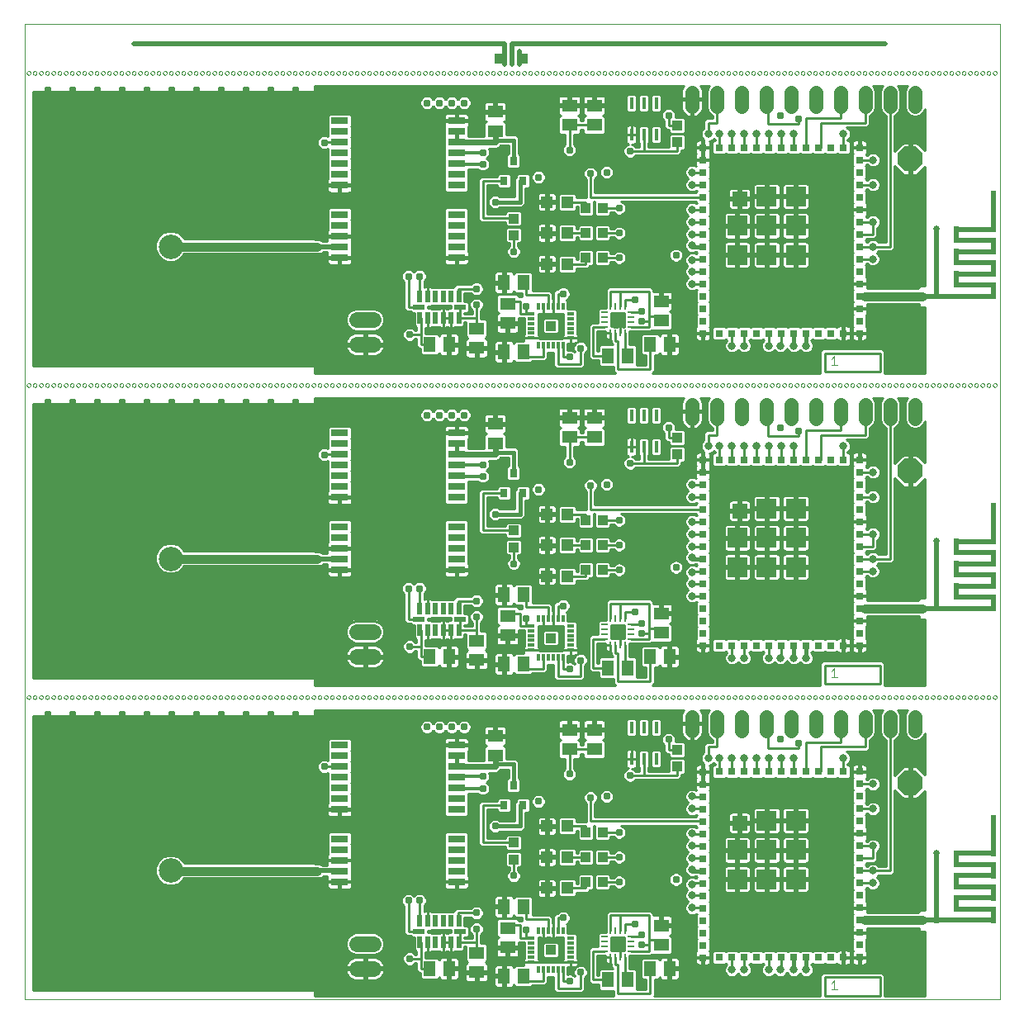
<source format=gtl>
G75*
%MOIN*%
%OFA0B0*%
%FSLAX24Y24*%
%IPPOS*%
%LPD*%
%AMOC8*
5,1,8,0,0,1.08239X$1,22.5*
%
%ADD10C,0.0000*%
%ADD11R,0.0200X0.0650*%
%ADD12R,0.1700X0.0200*%
%ADD13R,0.0200X0.1650*%
%ADD14R,0.2800X0.0200*%
%ADD15R,0.5200X0.0200*%
%ADD16R,0.0200X0.2930*%
%ADD17C,0.0040*%
%ADD18C,0.0984*%
%ADD19R,0.0394X0.0394*%
%ADD20R,0.0315X0.0315*%
%ADD21R,0.0787X0.0787*%
%ADD22R,0.0591X0.0591*%
%ADD23R,0.0709X0.0315*%
%ADD24R,0.0197X0.0472*%
%ADD25R,0.0472X0.0197*%
%ADD26R,0.0110X0.0256*%
%ADD27R,0.0256X0.0110*%
%ADD28R,0.0315X0.0118*%
%ADD29R,0.0118X0.0315*%
%ADD30R,0.0512X0.0630*%
%ADD31R,0.0630X0.0512*%
%ADD32C,0.0560*%
%ADD33R,0.0472X0.0472*%
%ADD34R,0.0394X0.0433*%
%ADD35R,0.0160X0.0480*%
%ADD36R,0.0433X0.0394*%
%ADD37OC8,0.1000*%
%ADD38C,0.0640*%
%ADD39R,0.0310X0.0350*%
%ADD40C,0.0100*%
%ADD41C,0.0310*%
%ADD42C,0.0260*%
%ADD43C,0.0120*%
%ADD44C,0.0350*%
%ADD45C,0.0330*%
%ADD46C,0.0160*%
%ADD47C,0.0240*%
%ADD48C,0.0200*%
D10*
X006760Y002173D02*
X006760Y041543D01*
X046130Y041543D01*
X046130Y002173D01*
X006760Y002173D01*
X012478Y007370D02*
X012480Y007397D01*
X012486Y007423D01*
X012495Y007448D01*
X012508Y007471D01*
X012524Y007492D01*
X012543Y007511D01*
X012564Y007527D01*
X012587Y007540D01*
X012612Y007549D01*
X012638Y007555D01*
X012665Y007557D01*
X012692Y007555D01*
X012718Y007549D01*
X012743Y007540D01*
X012766Y007527D01*
X012787Y007511D01*
X012806Y007492D01*
X012822Y007471D01*
X012835Y007448D01*
X012844Y007423D01*
X012850Y007397D01*
X012852Y007370D01*
X012850Y007343D01*
X012844Y007317D01*
X012835Y007292D01*
X012822Y007269D01*
X012806Y007248D01*
X012787Y007229D01*
X012766Y007213D01*
X012743Y007200D01*
X012718Y007191D01*
X012692Y007185D01*
X012665Y007183D01*
X012638Y007185D01*
X012612Y007191D01*
X012587Y007200D01*
X012564Y007213D01*
X012543Y007229D01*
X012524Y007248D01*
X012508Y007269D01*
X012495Y007292D01*
X012486Y007317D01*
X012480Y007343D01*
X012478Y007370D01*
X012355Y014379D02*
X012357Y014396D01*
X012362Y014412D01*
X012371Y014426D01*
X012383Y014438D01*
X012397Y014447D01*
X012413Y014452D01*
X012430Y014454D01*
X012447Y014452D01*
X012463Y014447D01*
X012477Y014438D01*
X012489Y014426D01*
X012498Y014412D01*
X012503Y014396D01*
X012505Y014379D01*
X012503Y014362D01*
X012498Y014346D01*
X012489Y014332D01*
X012477Y014320D01*
X012463Y014311D01*
X012447Y014306D01*
X012430Y014304D01*
X012413Y014306D01*
X012397Y014311D01*
X012383Y014320D01*
X012371Y014332D01*
X012362Y014346D01*
X012357Y014362D01*
X012355Y014379D01*
X012105Y014379D02*
X012107Y014396D01*
X012112Y014412D01*
X012121Y014426D01*
X012133Y014438D01*
X012147Y014447D01*
X012163Y014452D01*
X012180Y014454D01*
X012197Y014452D01*
X012213Y014447D01*
X012227Y014438D01*
X012239Y014426D01*
X012248Y014412D01*
X012253Y014396D01*
X012255Y014379D01*
X012253Y014362D01*
X012248Y014346D01*
X012239Y014332D01*
X012227Y014320D01*
X012213Y014311D01*
X012197Y014306D01*
X012180Y014304D01*
X012163Y014306D01*
X012147Y014311D01*
X012133Y014320D01*
X012121Y014332D01*
X012112Y014346D01*
X012107Y014362D01*
X012105Y014379D01*
X011855Y014379D02*
X011857Y014396D01*
X011862Y014412D01*
X011871Y014426D01*
X011883Y014438D01*
X011897Y014447D01*
X011913Y014452D01*
X011930Y014454D01*
X011947Y014452D01*
X011963Y014447D01*
X011977Y014438D01*
X011989Y014426D01*
X011998Y014412D01*
X012003Y014396D01*
X012005Y014379D01*
X012003Y014362D01*
X011998Y014346D01*
X011989Y014332D01*
X011977Y014320D01*
X011963Y014311D01*
X011947Y014306D01*
X011930Y014304D01*
X011913Y014306D01*
X011897Y014311D01*
X011883Y014320D01*
X011871Y014332D01*
X011862Y014346D01*
X011857Y014362D01*
X011855Y014379D01*
X011605Y014379D02*
X011607Y014396D01*
X011612Y014412D01*
X011621Y014426D01*
X011633Y014438D01*
X011647Y014447D01*
X011663Y014452D01*
X011680Y014454D01*
X011697Y014452D01*
X011713Y014447D01*
X011727Y014438D01*
X011739Y014426D01*
X011748Y014412D01*
X011753Y014396D01*
X011755Y014379D01*
X011753Y014362D01*
X011748Y014346D01*
X011739Y014332D01*
X011727Y014320D01*
X011713Y014311D01*
X011697Y014306D01*
X011680Y014304D01*
X011663Y014306D01*
X011647Y014311D01*
X011633Y014320D01*
X011621Y014332D01*
X011612Y014346D01*
X011607Y014362D01*
X011605Y014379D01*
X011355Y014379D02*
X011357Y014396D01*
X011362Y014412D01*
X011371Y014426D01*
X011383Y014438D01*
X011397Y014447D01*
X011413Y014452D01*
X011430Y014454D01*
X011447Y014452D01*
X011463Y014447D01*
X011477Y014438D01*
X011489Y014426D01*
X011498Y014412D01*
X011503Y014396D01*
X011505Y014379D01*
X011503Y014362D01*
X011498Y014346D01*
X011489Y014332D01*
X011477Y014320D01*
X011463Y014311D01*
X011447Y014306D01*
X011430Y014304D01*
X011413Y014306D01*
X011397Y014311D01*
X011383Y014320D01*
X011371Y014332D01*
X011362Y014346D01*
X011357Y014362D01*
X011355Y014379D01*
X011105Y014379D02*
X011107Y014396D01*
X011112Y014412D01*
X011121Y014426D01*
X011133Y014438D01*
X011147Y014447D01*
X011163Y014452D01*
X011180Y014454D01*
X011197Y014452D01*
X011213Y014447D01*
X011227Y014438D01*
X011239Y014426D01*
X011248Y014412D01*
X011253Y014396D01*
X011255Y014379D01*
X011253Y014362D01*
X011248Y014346D01*
X011239Y014332D01*
X011227Y014320D01*
X011213Y014311D01*
X011197Y014306D01*
X011180Y014304D01*
X011163Y014306D01*
X011147Y014311D01*
X011133Y014320D01*
X011121Y014332D01*
X011112Y014346D01*
X011107Y014362D01*
X011105Y014379D01*
X010855Y014379D02*
X010857Y014396D01*
X010862Y014412D01*
X010871Y014426D01*
X010883Y014438D01*
X010897Y014447D01*
X010913Y014452D01*
X010930Y014454D01*
X010947Y014452D01*
X010963Y014447D01*
X010977Y014438D01*
X010989Y014426D01*
X010998Y014412D01*
X011003Y014396D01*
X011005Y014379D01*
X011003Y014362D01*
X010998Y014346D01*
X010989Y014332D01*
X010977Y014320D01*
X010963Y014311D01*
X010947Y014306D01*
X010930Y014304D01*
X010913Y014306D01*
X010897Y014311D01*
X010883Y014320D01*
X010871Y014332D01*
X010862Y014346D01*
X010857Y014362D01*
X010855Y014379D01*
X010605Y014379D02*
X010607Y014396D01*
X010612Y014412D01*
X010621Y014426D01*
X010633Y014438D01*
X010647Y014447D01*
X010663Y014452D01*
X010680Y014454D01*
X010697Y014452D01*
X010713Y014447D01*
X010727Y014438D01*
X010739Y014426D01*
X010748Y014412D01*
X010753Y014396D01*
X010755Y014379D01*
X010753Y014362D01*
X010748Y014346D01*
X010739Y014332D01*
X010727Y014320D01*
X010713Y014311D01*
X010697Y014306D01*
X010680Y014304D01*
X010663Y014306D01*
X010647Y014311D01*
X010633Y014320D01*
X010621Y014332D01*
X010612Y014346D01*
X010607Y014362D01*
X010605Y014379D01*
X010355Y014379D02*
X010357Y014396D01*
X010362Y014412D01*
X010371Y014426D01*
X010383Y014438D01*
X010397Y014447D01*
X010413Y014452D01*
X010430Y014454D01*
X010447Y014452D01*
X010463Y014447D01*
X010477Y014438D01*
X010489Y014426D01*
X010498Y014412D01*
X010503Y014396D01*
X010505Y014379D01*
X010503Y014362D01*
X010498Y014346D01*
X010489Y014332D01*
X010477Y014320D01*
X010463Y014311D01*
X010447Y014306D01*
X010430Y014304D01*
X010413Y014306D01*
X010397Y014311D01*
X010383Y014320D01*
X010371Y014332D01*
X010362Y014346D01*
X010357Y014362D01*
X010355Y014379D01*
X010105Y014379D02*
X010107Y014396D01*
X010112Y014412D01*
X010121Y014426D01*
X010133Y014438D01*
X010147Y014447D01*
X010163Y014452D01*
X010180Y014454D01*
X010197Y014452D01*
X010213Y014447D01*
X010227Y014438D01*
X010239Y014426D01*
X010248Y014412D01*
X010253Y014396D01*
X010255Y014379D01*
X010253Y014362D01*
X010248Y014346D01*
X010239Y014332D01*
X010227Y014320D01*
X010213Y014311D01*
X010197Y014306D01*
X010180Y014304D01*
X010163Y014306D01*
X010147Y014311D01*
X010133Y014320D01*
X010121Y014332D01*
X010112Y014346D01*
X010107Y014362D01*
X010105Y014379D01*
X009855Y014379D02*
X009857Y014396D01*
X009862Y014412D01*
X009871Y014426D01*
X009883Y014438D01*
X009897Y014447D01*
X009913Y014452D01*
X009930Y014454D01*
X009947Y014452D01*
X009963Y014447D01*
X009977Y014438D01*
X009989Y014426D01*
X009998Y014412D01*
X010003Y014396D01*
X010005Y014379D01*
X010003Y014362D01*
X009998Y014346D01*
X009989Y014332D01*
X009977Y014320D01*
X009963Y014311D01*
X009947Y014306D01*
X009930Y014304D01*
X009913Y014306D01*
X009897Y014311D01*
X009883Y014320D01*
X009871Y014332D01*
X009862Y014346D01*
X009857Y014362D01*
X009855Y014379D01*
X009605Y014379D02*
X009607Y014396D01*
X009612Y014412D01*
X009621Y014426D01*
X009633Y014438D01*
X009647Y014447D01*
X009663Y014452D01*
X009680Y014454D01*
X009697Y014452D01*
X009713Y014447D01*
X009727Y014438D01*
X009739Y014426D01*
X009748Y014412D01*
X009753Y014396D01*
X009755Y014379D01*
X009753Y014362D01*
X009748Y014346D01*
X009739Y014332D01*
X009727Y014320D01*
X009713Y014311D01*
X009697Y014306D01*
X009680Y014304D01*
X009663Y014306D01*
X009647Y014311D01*
X009633Y014320D01*
X009621Y014332D01*
X009612Y014346D01*
X009607Y014362D01*
X009605Y014379D01*
X009355Y014379D02*
X009357Y014396D01*
X009362Y014412D01*
X009371Y014426D01*
X009383Y014438D01*
X009397Y014447D01*
X009413Y014452D01*
X009430Y014454D01*
X009447Y014452D01*
X009463Y014447D01*
X009477Y014438D01*
X009489Y014426D01*
X009498Y014412D01*
X009503Y014396D01*
X009505Y014379D01*
X009503Y014362D01*
X009498Y014346D01*
X009489Y014332D01*
X009477Y014320D01*
X009463Y014311D01*
X009447Y014306D01*
X009430Y014304D01*
X009413Y014306D01*
X009397Y014311D01*
X009383Y014320D01*
X009371Y014332D01*
X009362Y014346D01*
X009357Y014362D01*
X009355Y014379D01*
X009105Y014379D02*
X009107Y014396D01*
X009112Y014412D01*
X009121Y014426D01*
X009133Y014438D01*
X009147Y014447D01*
X009163Y014452D01*
X009180Y014454D01*
X009197Y014452D01*
X009213Y014447D01*
X009227Y014438D01*
X009239Y014426D01*
X009248Y014412D01*
X009253Y014396D01*
X009255Y014379D01*
X009253Y014362D01*
X009248Y014346D01*
X009239Y014332D01*
X009227Y014320D01*
X009213Y014311D01*
X009197Y014306D01*
X009180Y014304D01*
X009163Y014306D01*
X009147Y014311D01*
X009133Y014320D01*
X009121Y014332D01*
X009112Y014346D01*
X009107Y014362D01*
X009105Y014379D01*
X008855Y014379D02*
X008857Y014396D01*
X008862Y014412D01*
X008871Y014426D01*
X008883Y014438D01*
X008897Y014447D01*
X008913Y014452D01*
X008930Y014454D01*
X008947Y014452D01*
X008963Y014447D01*
X008977Y014438D01*
X008989Y014426D01*
X008998Y014412D01*
X009003Y014396D01*
X009005Y014379D01*
X009003Y014362D01*
X008998Y014346D01*
X008989Y014332D01*
X008977Y014320D01*
X008963Y014311D01*
X008947Y014306D01*
X008930Y014304D01*
X008913Y014306D01*
X008897Y014311D01*
X008883Y014320D01*
X008871Y014332D01*
X008862Y014346D01*
X008857Y014362D01*
X008855Y014379D01*
X008605Y014379D02*
X008607Y014396D01*
X008612Y014412D01*
X008621Y014426D01*
X008633Y014438D01*
X008647Y014447D01*
X008663Y014452D01*
X008680Y014454D01*
X008697Y014452D01*
X008713Y014447D01*
X008727Y014438D01*
X008739Y014426D01*
X008748Y014412D01*
X008753Y014396D01*
X008755Y014379D01*
X008753Y014362D01*
X008748Y014346D01*
X008739Y014332D01*
X008727Y014320D01*
X008713Y014311D01*
X008697Y014306D01*
X008680Y014304D01*
X008663Y014306D01*
X008647Y014311D01*
X008633Y014320D01*
X008621Y014332D01*
X008612Y014346D01*
X008607Y014362D01*
X008605Y014379D01*
X008355Y014379D02*
X008357Y014396D01*
X008362Y014412D01*
X008371Y014426D01*
X008383Y014438D01*
X008397Y014447D01*
X008413Y014452D01*
X008430Y014454D01*
X008447Y014452D01*
X008463Y014447D01*
X008477Y014438D01*
X008489Y014426D01*
X008498Y014412D01*
X008503Y014396D01*
X008505Y014379D01*
X008503Y014362D01*
X008498Y014346D01*
X008489Y014332D01*
X008477Y014320D01*
X008463Y014311D01*
X008447Y014306D01*
X008430Y014304D01*
X008413Y014306D01*
X008397Y014311D01*
X008383Y014320D01*
X008371Y014332D01*
X008362Y014346D01*
X008357Y014362D01*
X008355Y014379D01*
X008105Y014379D02*
X008107Y014396D01*
X008112Y014412D01*
X008121Y014426D01*
X008133Y014438D01*
X008147Y014447D01*
X008163Y014452D01*
X008180Y014454D01*
X008197Y014452D01*
X008213Y014447D01*
X008227Y014438D01*
X008239Y014426D01*
X008248Y014412D01*
X008253Y014396D01*
X008255Y014379D01*
X008253Y014362D01*
X008248Y014346D01*
X008239Y014332D01*
X008227Y014320D01*
X008213Y014311D01*
X008197Y014306D01*
X008180Y014304D01*
X008163Y014306D01*
X008147Y014311D01*
X008133Y014320D01*
X008121Y014332D01*
X008112Y014346D01*
X008107Y014362D01*
X008105Y014379D01*
X007855Y014379D02*
X007857Y014396D01*
X007862Y014412D01*
X007871Y014426D01*
X007883Y014438D01*
X007897Y014447D01*
X007913Y014452D01*
X007930Y014454D01*
X007947Y014452D01*
X007963Y014447D01*
X007977Y014438D01*
X007989Y014426D01*
X007998Y014412D01*
X008003Y014396D01*
X008005Y014379D01*
X008003Y014362D01*
X007998Y014346D01*
X007989Y014332D01*
X007977Y014320D01*
X007963Y014311D01*
X007947Y014306D01*
X007930Y014304D01*
X007913Y014306D01*
X007897Y014311D01*
X007883Y014320D01*
X007871Y014332D01*
X007862Y014346D01*
X007857Y014362D01*
X007855Y014379D01*
X007605Y014379D02*
X007607Y014396D01*
X007612Y014412D01*
X007621Y014426D01*
X007633Y014438D01*
X007647Y014447D01*
X007663Y014452D01*
X007680Y014454D01*
X007697Y014452D01*
X007713Y014447D01*
X007727Y014438D01*
X007739Y014426D01*
X007748Y014412D01*
X007753Y014396D01*
X007755Y014379D01*
X007753Y014362D01*
X007748Y014346D01*
X007739Y014332D01*
X007727Y014320D01*
X007713Y014311D01*
X007697Y014306D01*
X007680Y014304D01*
X007663Y014306D01*
X007647Y014311D01*
X007633Y014320D01*
X007621Y014332D01*
X007612Y014346D01*
X007607Y014362D01*
X007605Y014379D01*
X007355Y014379D02*
X007357Y014396D01*
X007362Y014412D01*
X007371Y014426D01*
X007383Y014438D01*
X007397Y014447D01*
X007413Y014452D01*
X007430Y014454D01*
X007447Y014452D01*
X007463Y014447D01*
X007477Y014438D01*
X007489Y014426D01*
X007498Y014412D01*
X007503Y014396D01*
X007505Y014379D01*
X007503Y014362D01*
X007498Y014346D01*
X007489Y014332D01*
X007477Y014320D01*
X007463Y014311D01*
X007447Y014306D01*
X007430Y014304D01*
X007413Y014306D01*
X007397Y014311D01*
X007383Y014320D01*
X007371Y014332D01*
X007362Y014346D01*
X007357Y014362D01*
X007355Y014379D01*
X007105Y014379D02*
X007107Y014396D01*
X007112Y014412D01*
X007121Y014426D01*
X007133Y014438D01*
X007147Y014447D01*
X007163Y014452D01*
X007180Y014454D01*
X007197Y014452D01*
X007213Y014447D01*
X007227Y014438D01*
X007239Y014426D01*
X007248Y014412D01*
X007253Y014396D01*
X007255Y014379D01*
X007253Y014362D01*
X007248Y014346D01*
X007239Y014332D01*
X007227Y014320D01*
X007213Y014311D01*
X007197Y014306D01*
X007180Y014304D01*
X007163Y014306D01*
X007147Y014311D01*
X007133Y014320D01*
X007121Y014332D01*
X007112Y014346D01*
X007107Y014362D01*
X007105Y014379D01*
X006855Y014379D02*
X006857Y014396D01*
X006862Y014412D01*
X006871Y014426D01*
X006883Y014438D01*
X006897Y014447D01*
X006913Y014452D01*
X006930Y014454D01*
X006947Y014452D01*
X006963Y014447D01*
X006977Y014438D01*
X006989Y014426D01*
X006998Y014412D01*
X007003Y014396D01*
X007005Y014379D01*
X007003Y014362D01*
X006998Y014346D01*
X006989Y014332D01*
X006977Y014320D01*
X006963Y014311D01*
X006947Y014306D01*
X006930Y014304D01*
X006913Y014306D01*
X006897Y014311D01*
X006883Y014320D01*
X006871Y014332D01*
X006862Y014346D01*
X006857Y014362D01*
X006855Y014379D01*
X012605Y014379D02*
X012607Y014396D01*
X012612Y014412D01*
X012621Y014426D01*
X012633Y014438D01*
X012647Y014447D01*
X012663Y014452D01*
X012680Y014454D01*
X012697Y014452D01*
X012713Y014447D01*
X012727Y014438D01*
X012739Y014426D01*
X012748Y014412D01*
X012753Y014396D01*
X012755Y014379D01*
X012753Y014362D01*
X012748Y014346D01*
X012739Y014332D01*
X012727Y014320D01*
X012713Y014311D01*
X012697Y014306D01*
X012680Y014304D01*
X012663Y014306D01*
X012647Y014311D01*
X012633Y014320D01*
X012621Y014332D01*
X012612Y014346D01*
X012607Y014362D01*
X012605Y014379D01*
X012855Y014379D02*
X012857Y014396D01*
X012862Y014412D01*
X012871Y014426D01*
X012883Y014438D01*
X012897Y014447D01*
X012913Y014452D01*
X012930Y014454D01*
X012947Y014452D01*
X012963Y014447D01*
X012977Y014438D01*
X012989Y014426D01*
X012998Y014412D01*
X013003Y014396D01*
X013005Y014379D01*
X013003Y014362D01*
X012998Y014346D01*
X012989Y014332D01*
X012977Y014320D01*
X012963Y014311D01*
X012947Y014306D01*
X012930Y014304D01*
X012913Y014306D01*
X012897Y014311D01*
X012883Y014320D01*
X012871Y014332D01*
X012862Y014346D01*
X012857Y014362D01*
X012855Y014379D01*
X013105Y014379D02*
X013107Y014396D01*
X013112Y014412D01*
X013121Y014426D01*
X013133Y014438D01*
X013147Y014447D01*
X013163Y014452D01*
X013180Y014454D01*
X013197Y014452D01*
X013213Y014447D01*
X013227Y014438D01*
X013239Y014426D01*
X013248Y014412D01*
X013253Y014396D01*
X013255Y014379D01*
X013253Y014362D01*
X013248Y014346D01*
X013239Y014332D01*
X013227Y014320D01*
X013213Y014311D01*
X013197Y014306D01*
X013180Y014304D01*
X013163Y014306D01*
X013147Y014311D01*
X013133Y014320D01*
X013121Y014332D01*
X013112Y014346D01*
X013107Y014362D01*
X013105Y014379D01*
X013355Y014379D02*
X013357Y014396D01*
X013362Y014412D01*
X013371Y014426D01*
X013383Y014438D01*
X013397Y014447D01*
X013413Y014452D01*
X013430Y014454D01*
X013447Y014452D01*
X013463Y014447D01*
X013477Y014438D01*
X013489Y014426D01*
X013498Y014412D01*
X013503Y014396D01*
X013505Y014379D01*
X013503Y014362D01*
X013498Y014346D01*
X013489Y014332D01*
X013477Y014320D01*
X013463Y014311D01*
X013447Y014306D01*
X013430Y014304D01*
X013413Y014306D01*
X013397Y014311D01*
X013383Y014320D01*
X013371Y014332D01*
X013362Y014346D01*
X013357Y014362D01*
X013355Y014379D01*
X013605Y014379D02*
X013607Y014396D01*
X013612Y014412D01*
X013621Y014426D01*
X013633Y014438D01*
X013647Y014447D01*
X013663Y014452D01*
X013680Y014454D01*
X013697Y014452D01*
X013713Y014447D01*
X013727Y014438D01*
X013739Y014426D01*
X013748Y014412D01*
X013753Y014396D01*
X013755Y014379D01*
X013753Y014362D01*
X013748Y014346D01*
X013739Y014332D01*
X013727Y014320D01*
X013713Y014311D01*
X013697Y014306D01*
X013680Y014304D01*
X013663Y014306D01*
X013647Y014311D01*
X013633Y014320D01*
X013621Y014332D01*
X013612Y014346D01*
X013607Y014362D01*
X013605Y014379D01*
X013855Y014379D02*
X013857Y014396D01*
X013862Y014412D01*
X013871Y014426D01*
X013883Y014438D01*
X013897Y014447D01*
X013913Y014452D01*
X013930Y014454D01*
X013947Y014452D01*
X013963Y014447D01*
X013977Y014438D01*
X013989Y014426D01*
X013998Y014412D01*
X014003Y014396D01*
X014005Y014379D01*
X014003Y014362D01*
X013998Y014346D01*
X013989Y014332D01*
X013977Y014320D01*
X013963Y014311D01*
X013947Y014306D01*
X013930Y014304D01*
X013913Y014306D01*
X013897Y014311D01*
X013883Y014320D01*
X013871Y014332D01*
X013862Y014346D01*
X013857Y014362D01*
X013855Y014379D01*
X014105Y014379D02*
X014107Y014396D01*
X014112Y014412D01*
X014121Y014426D01*
X014133Y014438D01*
X014147Y014447D01*
X014163Y014452D01*
X014180Y014454D01*
X014197Y014452D01*
X014213Y014447D01*
X014227Y014438D01*
X014239Y014426D01*
X014248Y014412D01*
X014253Y014396D01*
X014255Y014379D01*
X014253Y014362D01*
X014248Y014346D01*
X014239Y014332D01*
X014227Y014320D01*
X014213Y014311D01*
X014197Y014306D01*
X014180Y014304D01*
X014163Y014306D01*
X014147Y014311D01*
X014133Y014320D01*
X014121Y014332D01*
X014112Y014346D01*
X014107Y014362D01*
X014105Y014379D01*
X014355Y014379D02*
X014357Y014396D01*
X014362Y014412D01*
X014371Y014426D01*
X014383Y014438D01*
X014397Y014447D01*
X014413Y014452D01*
X014430Y014454D01*
X014447Y014452D01*
X014463Y014447D01*
X014477Y014438D01*
X014489Y014426D01*
X014498Y014412D01*
X014503Y014396D01*
X014505Y014379D01*
X014503Y014362D01*
X014498Y014346D01*
X014489Y014332D01*
X014477Y014320D01*
X014463Y014311D01*
X014447Y014306D01*
X014430Y014304D01*
X014413Y014306D01*
X014397Y014311D01*
X014383Y014320D01*
X014371Y014332D01*
X014362Y014346D01*
X014357Y014362D01*
X014355Y014379D01*
X014605Y014379D02*
X014607Y014396D01*
X014612Y014412D01*
X014621Y014426D01*
X014633Y014438D01*
X014647Y014447D01*
X014663Y014452D01*
X014680Y014454D01*
X014697Y014452D01*
X014713Y014447D01*
X014727Y014438D01*
X014739Y014426D01*
X014748Y014412D01*
X014753Y014396D01*
X014755Y014379D01*
X014753Y014362D01*
X014748Y014346D01*
X014739Y014332D01*
X014727Y014320D01*
X014713Y014311D01*
X014697Y014306D01*
X014680Y014304D01*
X014663Y014306D01*
X014647Y014311D01*
X014633Y014320D01*
X014621Y014332D01*
X014612Y014346D01*
X014607Y014362D01*
X014605Y014379D01*
X014855Y014379D02*
X014857Y014396D01*
X014862Y014412D01*
X014871Y014426D01*
X014883Y014438D01*
X014897Y014447D01*
X014913Y014452D01*
X014930Y014454D01*
X014947Y014452D01*
X014963Y014447D01*
X014977Y014438D01*
X014989Y014426D01*
X014998Y014412D01*
X015003Y014396D01*
X015005Y014379D01*
X015003Y014362D01*
X014998Y014346D01*
X014989Y014332D01*
X014977Y014320D01*
X014963Y014311D01*
X014947Y014306D01*
X014930Y014304D01*
X014913Y014306D01*
X014897Y014311D01*
X014883Y014320D01*
X014871Y014332D01*
X014862Y014346D01*
X014857Y014362D01*
X014855Y014379D01*
X015105Y014379D02*
X015107Y014396D01*
X015112Y014412D01*
X015121Y014426D01*
X015133Y014438D01*
X015147Y014447D01*
X015163Y014452D01*
X015180Y014454D01*
X015197Y014452D01*
X015213Y014447D01*
X015227Y014438D01*
X015239Y014426D01*
X015248Y014412D01*
X015253Y014396D01*
X015255Y014379D01*
X015253Y014362D01*
X015248Y014346D01*
X015239Y014332D01*
X015227Y014320D01*
X015213Y014311D01*
X015197Y014306D01*
X015180Y014304D01*
X015163Y014306D01*
X015147Y014311D01*
X015133Y014320D01*
X015121Y014332D01*
X015112Y014346D01*
X015107Y014362D01*
X015105Y014379D01*
X015355Y014379D02*
X015357Y014396D01*
X015362Y014412D01*
X015371Y014426D01*
X015383Y014438D01*
X015397Y014447D01*
X015413Y014452D01*
X015430Y014454D01*
X015447Y014452D01*
X015463Y014447D01*
X015477Y014438D01*
X015489Y014426D01*
X015498Y014412D01*
X015503Y014396D01*
X015505Y014379D01*
X015503Y014362D01*
X015498Y014346D01*
X015489Y014332D01*
X015477Y014320D01*
X015463Y014311D01*
X015447Y014306D01*
X015430Y014304D01*
X015413Y014306D01*
X015397Y014311D01*
X015383Y014320D01*
X015371Y014332D01*
X015362Y014346D01*
X015357Y014362D01*
X015355Y014379D01*
X015605Y014379D02*
X015607Y014396D01*
X015612Y014412D01*
X015621Y014426D01*
X015633Y014438D01*
X015647Y014447D01*
X015663Y014452D01*
X015680Y014454D01*
X015697Y014452D01*
X015713Y014447D01*
X015727Y014438D01*
X015739Y014426D01*
X015748Y014412D01*
X015753Y014396D01*
X015755Y014379D01*
X015753Y014362D01*
X015748Y014346D01*
X015739Y014332D01*
X015727Y014320D01*
X015713Y014311D01*
X015697Y014306D01*
X015680Y014304D01*
X015663Y014306D01*
X015647Y014311D01*
X015633Y014320D01*
X015621Y014332D01*
X015612Y014346D01*
X015607Y014362D01*
X015605Y014379D01*
X015855Y014379D02*
X015857Y014396D01*
X015862Y014412D01*
X015871Y014426D01*
X015883Y014438D01*
X015897Y014447D01*
X015913Y014452D01*
X015930Y014454D01*
X015947Y014452D01*
X015963Y014447D01*
X015977Y014438D01*
X015989Y014426D01*
X015998Y014412D01*
X016003Y014396D01*
X016005Y014379D01*
X016003Y014362D01*
X015998Y014346D01*
X015989Y014332D01*
X015977Y014320D01*
X015963Y014311D01*
X015947Y014306D01*
X015930Y014304D01*
X015913Y014306D01*
X015897Y014311D01*
X015883Y014320D01*
X015871Y014332D01*
X015862Y014346D01*
X015857Y014362D01*
X015855Y014379D01*
X016105Y014379D02*
X016107Y014396D01*
X016112Y014412D01*
X016121Y014426D01*
X016133Y014438D01*
X016147Y014447D01*
X016163Y014452D01*
X016180Y014454D01*
X016197Y014452D01*
X016213Y014447D01*
X016227Y014438D01*
X016239Y014426D01*
X016248Y014412D01*
X016253Y014396D01*
X016255Y014379D01*
X016253Y014362D01*
X016248Y014346D01*
X016239Y014332D01*
X016227Y014320D01*
X016213Y014311D01*
X016197Y014306D01*
X016180Y014304D01*
X016163Y014306D01*
X016147Y014311D01*
X016133Y014320D01*
X016121Y014332D01*
X016112Y014346D01*
X016107Y014362D01*
X016105Y014379D01*
X016355Y014379D02*
X016357Y014396D01*
X016362Y014412D01*
X016371Y014426D01*
X016383Y014438D01*
X016397Y014447D01*
X016413Y014452D01*
X016430Y014454D01*
X016447Y014452D01*
X016463Y014447D01*
X016477Y014438D01*
X016489Y014426D01*
X016498Y014412D01*
X016503Y014396D01*
X016505Y014379D01*
X016503Y014362D01*
X016498Y014346D01*
X016489Y014332D01*
X016477Y014320D01*
X016463Y014311D01*
X016447Y014306D01*
X016430Y014304D01*
X016413Y014306D01*
X016397Y014311D01*
X016383Y014320D01*
X016371Y014332D01*
X016362Y014346D01*
X016357Y014362D01*
X016355Y014379D01*
X016605Y014379D02*
X016607Y014396D01*
X016612Y014412D01*
X016621Y014426D01*
X016633Y014438D01*
X016647Y014447D01*
X016663Y014452D01*
X016680Y014454D01*
X016697Y014452D01*
X016713Y014447D01*
X016727Y014438D01*
X016739Y014426D01*
X016748Y014412D01*
X016753Y014396D01*
X016755Y014379D01*
X016753Y014362D01*
X016748Y014346D01*
X016739Y014332D01*
X016727Y014320D01*
X016713Y014311D01*
X016697Y014306D01*
X016680Y014304D01*
X016663Y014306D01*
X016647Y014311D01*
X016633Y014320D01*
X016621Y014332D01*
X016612Y014346D01*
X016607Y014362D01*
X016605Y014379D01*
X016855Y014379D02*
X016857Y014396D01*
X016862Y014412D01*
X016871Y014426D01*
X016883Y014438D01*
X016897Y014447D01*
X016913Y014452D01*
X016930Y014454D01*
X016947Y014452D01*
X016963Y014447D01*
X016977Y014438D01*
X016989Y014426D01*
X016998Y014412D01*
X017003Y014396D01*
X017005Y014379D01*
X017003Y014362D01*
X016998Y014346D01*
X016989Y014332D01*
X016977Y014320D01*
X016963Y014311D01*
X016947Y014306D01*
X016930Y014304D01*
X016913Y014306D01*
X016897Y014311D01*
X016883Y014320D01*
X016871Y014332D01*
X016862Y014346D01*
X016857Y014362D01*
X016855Y014379D01*
X017105Y014379D02*
X017107Y014396D01*
X017112Y014412D01*
X017121Y014426D01*
X017133Y014438D01*
X017147Y014447D01*
X017163Y014452D01*
X017180Y014454D01*
X017197Y014452D01*
X017213Y014447D01*
X017227Y014438D01*
X017239Y014426D01*
X017248Y014412D01*
X017253Y014396D01*
X017255Y014379D01*
X017253Y014362D01*
X017248Y014346D01*
X017239Y014332D01*
X017227Y014320D01*
X017213Y014311D01*
X017197Y014306D01*
X017180Y014304D01*
X017163Y014306D01*
X017147Y014311D01*
X017133Y014320D01*
X017121Y014332D01*
X017112Y014346D01*
X017107Y014362D01*
X017105Y014379D01*
X017355Y014379D02*
X017357Y014396D01*
X017362Y014412D01*
X017371Y014426D01*
X017383Y014438D01*
X017397Y014447D01*
X017413Y014452D01*
X017430Y014454D01*
X017447Y014452D01*
X017463Y014447D01*
X017477Y014438D01*
X017489Y014426D01*
X017498Y014412D01*
X017503Y014396D01*
X017505Y014379D01*
X017503Y014362D01*
X017498Y014346D01*
X017489Y014332D01*
X017477Y014320D01*
X017463Y014311D01*
X017447Y014306D01*
X017430Y014304D01*
X017413Y014306D01*
X017397Y014311D01*
X017383Y014320D01*
X017371Y014332D01*
X017362Y014346D01*
X017357Y014362D01*
X017355Y014379D01*
X017605Y014379D02*
X017607Y014396D01*
X017612Y014412D01*
X017621Y014426D01*
X017633Y014438D01*
X017647Y014447D01*
X017663Y014452D01*
X017680Y014454D01*
X017697Y014452D01*
X017713Y014447D01*
X017727Y014438D01*
X017739Y014426D01*
X017748Y014412D01*
X017753Y014396D01*
X017755Y014379D01*
X017753Y014362D01*
X017748Y014346D01*
X017739Y014332D01*
X017727Y014320D01*
X017713Y014311D01*
X017697Y014306D01*
X017680Y014304D01*
X017663Y014306D01*
X017647Y014311D01*
X017633Y014320D01*
X017621Y014332D01*
X017612Y014346D01*
X017607Y014362D01*
X017605Y014379D01*
X017855Y014379D02*
X017857Y014396D01*
X017862Y014412D01*
X017871Y014426D01*
X017883Y014438D01*
X017897Y014447D01*
X017913Y014452D01*
X017930Y014454D01*
X017947Y014452D01*
X017963Y014447D01*
X017977Y014438D01*
X017989Y014426D01*
X017998Y014412D01*
X018003Y014396D01*
X018005Y014379D01*
X018003Y014362D01*
X017998Y014346D01*
X017989Y014332D01*
X017977Y014320D01*
X017963Y014311D01*
X017947Y014306D01*
X017930Y014304D01*
X017913Y014306D01*
X017897Y014311D01*
X017883Y014320D01*
X017871Y014332D01*
X017862Y014346D01*
X017857Y014362D01*
X017855Y014379D01*
X018105Y014379D02*
X018107Y014396D01*
X018112Y014412D01*
X018121Y014426D01*
X018133Y014438D01*
X018147Y014447D01*
X018163Y014452D01*
X018180Y014454D01*
X018197Y014452D01*
X018213Y014447D01*
X018227Y014438D01*
X018239Y014426D01*
X018248Y014412D01*
X018253Y014396D01*
X018255Y014379D01*
X018253Y014362D01*
X018248Y014346D01*
X018239Y014332D01*
X018227Y014320D01*
X018213Y014311D01*
X018197Y014306D01*
X018180Y014304D01*
X018163Y014306D01*
X018147Y014311D01*
X018133Y014320D01*
X018121Y014332D01*
X018112Y014346D01*
X018107Y014362D01*
X018105Y014379D01*
X018355Y014379D02*
X018357Y014396D01*
X018362Y014412D01*
X018371Y014426D01*
X018383Y014438D01*
X018397Y014447D01*
X018413Y014452D01*
X018430Y014454D01*
X018447Y014452D01*
X018463Y014447D01*
X018477Y014438D01*
X018489Y014426D01*
X018498Y014412D01*
X018503Y014396D01*
X018505Y014379D01*
X018503Y014362D01*
X018498Y014346D01*
X018489Y014332D01*
X018477Y014320D01*
X018463Y014311D01*
X018447Y014306D01*
X018430Y014304D01*
X018413Y014306D01*
X018397Y014311D01*
X018383Y014320D01*
X018371Y014332D01*
X018362Y014346D01*
X018357Y014362D01*
X018355Y014379D01*
X018605Y014379D02*
X018607Y014396D01*
X018612Y014412D01*
X018621Y014426D01*
X018633Y014438D01*
X018647Y014447D01*
X018663Y014452D01*
X018680Y014454D01*
X018697Y014452D01*
X018713Y014447D01*
X018727Y014438D01*
X018739Y014426D01*
X018748Y014412D01*
X018753Y014396D01*
X018755Y014379D01*
X018753Y014362D01*
X018748Y014346D01*
X018739Y014332D01*
X018727Y014320D01*
X018713Y014311D01*
X018697Y014306D01*
X018680Y014304D01*
X018663Y014306D01*
X018647Y014311D01*
X018633Y014320D01*
X018621Y014332D01*
X018612Y014346D01*
X018607Y014362D01*
X018605Y014379D01*
X018855Y014379D02*
X018857Y014396D01*
X018862Y014412D01*
X018871Y014426D01*
X018883Y014438D01*
X018897Y014447D01*
X018913Y014452D01*
X018930Y014454D01*
X018947Y014452D01*
X018963Y014447D01*
X018977Y014438D01*
X018989Y014426D01*
X018998Y014412D01*
X019003Y014396D01*
X019005Y014379D01*
X019003Y014362D01*
X018998Y014346D01*
X018989Y014332D01*
X018977Y014320D01*
X018963Y014311D01*
X018947Y014306D01*
X018930Y014304D01*
X018913Y014306D01*
X018897Y014311D01*
X018883Y014320D01*
X018871Y014332D01*
X018862Y014346D01*
X018857Y014362D01*
X018855Y014379D01*
X019105Y014379D02*
X019107Y014396D01*
X019112Y014412D01*
X019121Y014426D01*
X019133Y014438D01*
X019147Y014447D01*
X019163Y014452D01*
X019180Y014454D01*
X019197Y014452D01*
X019213Y014447D01*
X019227Y014438D01*
X019239Y014426D01*
X019248Y014412D01*
X019253Y014396D01*
X019255Y014379D01*
X019253Y014362D01*
X019248Y014346D01*
X019239Y014332D01*
X019227Y014320D01*
X019213Y014311D01*
X019197Y014306D01*
X019180Y014304D01*
X019163Y014306D01*
X019147Y014311D01*
X019133Y014320D01*
X019121Y014332D01*
X019112Y014346D01*
X019107Y014362D01*
X019105Y014379D01*
X019355Y014379D02*
X019357Y014396D01*
X019362Y014412D01*
X019371Y014426D01*
X019383Y014438D01*
X019397Y014447D01*
X019413Y014452D01*
X019430Y014454D01*
X019447Y014452D01*
X019463Y014447D01*
X019477Y014438D01*
X019489Y014426D01*
X019498Y014412D01*
X019503Y014396D01*
X019505Y014379D01*
X019503Y014362D01*
X019498Y014346D01*
X019489Y014332D01*
X019477Y014320D01*
X019463Y014311D01*
X019447Y014306D01*
X019430Y014304D01*
X019413Y014306D01*
X019397Y014311D01*
X019383Y014320D01*
X019371Y014332D01*
X019362Y014346D01*
X019357Y014362D01*
X019355Y014379D01*
X019605Y014379D02*
X019607Y014396D01*
X019612Y014412D01*
X019621Y014426D01*
X019633Y014438D01*
X019647Y014447D01*
X019663Y014452D01*
X019680Y014454D01*
X019697Y014452D01*
X019713Y014447D01*
X019727Y014438D01*
X019739Y014426D01*
X019748Y014412D01*
X019753Y014396D01*
X019755Y014379D01*
X019753Y014362D01*
X019748Y014346D01*
X019739Y014332D01*
X019727Y014320D01*
X019713Y014311D01*
X019697Y014306D01*
X019680Y014304D01*
X019663Y014306D01*
X019647Y014311D01*
X019633Y014320D01*
X019621Y014332D01*
X019612Y014346D01*
X019607Y014362D01*
X019605Y014379D01*
X019855Y014379D02*
X019857Y014396D01*
X019862Y014412D01*
X019871Y014426D01*
X019883Y014438D01*
X019897Y014447D01*
X019913Y014452D01*
X019930Y014454D01*
X019947Y014452D01*
X019963Y014447D01*
X019977Y014438D01*
X019989Y014426D01*
X019998Y014412D01*
X020003Y014396D01*
X020005Y014379D01*
X020003Y014362D01*
X019998Y014346D01*
X019989Y014332D01*
X019977Y014320D01*
X019963Y014311D01*
X019947Y014306D01*
X019930Y014304D01*
X019913Y014306D01*
X019897Y014311D01*
X019883Y014320D01*
X019871Y014332D01*
X019862Y014346D01*
X019857Y014362D01*
X019855Y014379D01*
X020105Y014379D02*
X020107Y014396D01*
X020112Y014412D01*
X020121Y014426D01*
X020133Y014438D01*
X020147Y014447D01*
X020163Y014452D01*
X020180Y014454D01*
X020197Y014452D01*
X020213Y014447D01*
X020227Y014438D01*
X020239Y014426D01*
X020248Y014412D01*
X020253Y014396D01*
X020255Y014379D01*
X020253Y014362D01*
X020248Y014346D01*
X020239Y014332D01*
X020227Y014320D01*
X020213Y014311D01*
X020197Y014306D01*
X020180Y014304D01*
X020163Y014306D01*
X020147Y014311D01*
X020133Y014320D01*
X020121Y014332D01*
X020112Y014346D01*
X020107Y014362D01*
X020105Y014379D01*
X020355Y014379D02*
X020357Y014396D01*
X020362Y014412D01*
X020371Y014426D01*
X020383Y014438D01*
X020397Y014447D01*
X020413Y014452D01*
X020430Y014454D01*
X020447Y014452D01*
X020463Y014447D01*
X020477Y014438D01*
X020489Y014426D01*
X020498Y014412D01*
X020503Y014396D01*
X020505Y014379D01*
X020503Y014362D01*
X020498Y014346D01*
X020489Y014332D01*
X020477Y014320D01*
X020463Y014311D01*
X020447Y014306D01*
X020430Y014304D01*
X020413Y014306D01*
X020397Y014311D01*
X020383Y014320D01*
X020371Y014332D01*
X020362Y014346D01*
X020357Y014362D01*
X020355Y014379D01*
X020605Y014379D02*
X020607Y014396D01*
X020612Y014412D01*
X020621Y014426D01*
X020633Y014438D01*
X020647Y014447D01*
X020663Y014452D01*
X020680Y014454D01*
X020697Y014452D01*
X020713Y014447D01*
X020727Y014438D01*
X020739Y014426D01*
X020748Y014412D01*
X020753Y014396D01*
X020755Y014379D01*
X020753Y014362D01*
X020748Y014346D01*
X020739Y014332D01*
X020727Y014320D01*
X020713Y014311D01*
X020697Y014306D01*
X020680Y014304D01*
X020663Y014306D01*
X020647Y014311D01*
X020633Y014320D01*
X020621Y014332D01*
X020612Y014346D01*
X020607Y014362D01*
X020605Y014379D01*
X020855Y014379D02*
X020857Y014396D01*
X020862Y014412D01*
X020871Y014426D01*
X020883Y014438D01*
X020897Y014447D01*
X020913Y014452D01*
X020930Y014454D01*
X020947Y014452D01*
X020963Y014447D01*
X020977Y014438D01*
X020989Y014426D01*
X020998Y014412D01*
X021003Y014396D01*
X021005Y014379D01*
X021003Y014362D01*
X020998Y014346D01*
X020989Y014332D01*
X020977Y014320D01*
X020963Y014311D01*
X020947Y014306D01*
X020930Y014304D01*
X020913Y014306D01*
X020897Y014311D01*
X020883Y014320D01*
X020871Y014332D01*
X020862Y014346D01*
X020857Y014362D01*
X020855Y014379D01*
X021105Y014379D02*
X021107Y014396D01*
X021112Y014412D01*
X021121Y014426D01*
X021133Y014438D01*
X021147Y014447D01*
X021163Y014452D01*
X021180Y014454D01*
X021197Y014452D01*
X021213Y014447D01*
X021227Y014438D01*
X021239Y014426D01*
X021248Y014412D01*
X021253Y014396D01*
X021255Y014379D01*
X021253Y014362D01*
X021248Y014346D01*
X021239Y014332D01*
X021227Y014320D01*
X021213Y014311D01*
X021197Y014306D01*
X021180Y014304D01*
X021163Y014306D01*
X021147Y014311D01*
X021133Y014320D01*
X021121Y014332D01*
X021112Y014346D01*
X021107Y014362D01*
X021105Y014379D01*
X021355Y014379D02*
X021357Y014396D01*
X021362Y014412D01*
X021371Y014426D01*
X021383Y014438D01*
X021397Y014447D01*
X021413Y014452D01*
X021430Y014454D01*
X021447Y014452D01*
X021463Y014447D01*
X021477Y014438D01*
X021489Y014426D01*
X021498Y014412D01*
X021503Y014396D01*
X021505Y014379D01*
X021503Y014362D01*
X021498Y014346D01*
X021489Y014332D01*
X021477Y014320D01*
X021463Y014311D01*
X021447Y014306D01*
X021430Y014304D01*
X021413Y014306D01*
X021397Y014311D01*
X021383Y014320D01*
X021371Y014332D01*
X021362Y014346D01*
X021357Y014362D01*
X021355Y014379D01*
X021605Y014379D02*
X021607Y014396D01*
X021612Y014412D01*
X021621Y014426D01*
X021633Y014438D01*
X021647Y014447D01*
X021663Y014452D01*
X021680Y014454D01*
X021697Y014452D01*
X021713Y014447D01*
X021727Y014438D01*
X021739Y014426D01*
X021748Y014412D01*
X021753Y014396D01*
X021755Y014379D01*
X021753Y014362D01*
X021748Y014346D01*
X021739Y014332D01*
X021727Y014320D01*
X021713Y014311D01*
X021697Y014306D01*
X021680Y014304D01*
X021663Y014306D01*
X021647Y014311D01*
X021633Y014320D01*
X021621Y014332D01*
X021612Y014346D01*
X021607Y014362D01*
X021605Y014379D01*
X021855Y014379D02*
X021857Y014396D01*
X021862Y014412D01*
X021871Y014426D01*
X021883Y014438D01*
X021897Y014447D01*
X021913Y014452D01*
X021930Y014454D01*
X021947Y014452D01*
X021963Y014447D01*
X021977Y014438D01*
X021989Y014426D01*
X021998Y014412D01*
X022003Y014396D01*
X022005Y014379D01*
X022003Y014362D01*
X021998Y014346D01*
X021989Y014332D01*
X021977Y014320D01*
X021963Y014311D01*
X021947Y014306D01*
X021930Y014304D01*
X021913Y014306D01*
X021897Y014311D01*
X021883Y014320D01*
X021871Y014332D01*
X021862Y014346D01*
X021857Y014362D01*
X021855Y014379D01*
X022105Y014379D02*
X022107Y014396D01*
X022112Y014412D01*
X022121Y014426D01*
X022133Y014438D01*
X022147Y014447D01*
X022163Y014452D01*
X022180Y014454D01*
X022197Y014452D01*
X022213Y014447D01*
X022227Y014438D01*
X022239Y014426D01*
X022248Y014412D01*
X022253Y014396D01*
X022255Y014379D01*
X022253Y014362D01*
X022248Y014346D01*
X022239Y014332D01*
X022227Y014320D01*
X022213Y014311D01*
X022197Y014306D01*
X022180Y014304D01*
X022163Y014306D01*
X022147Y014311D01*
X022133Y014320D01*
X022121Y014332D01*
X022112Y014346D01*
X022107Y014362D01*
X022105Y014379D01*
X022355Y014379D02*
X022357Y014396D01*
X022362Y014412D01*
X022371Y014426D01*
X022383Y014438D01*
X022397Y014447D01*
X022413Y014452D01*
X022430Y014454D01*
X022447Y014452D01*
X022463Y014447D01*
X022477Y014438D01*
X022489Y014426D01*
X022498Y014412D01*
X022503Y014396D01*
X022505Y014379D01*
X022503Y014362D01*
X022498Y014346D01*
X022489Y014332D01*
X022477Y014320D01*
X022463Y014311D01*
X022447Y014306D01*
X022430Y014304D01*
X022413Y014306D01*
X022397Y014311D01*
X022383Y014320D01*
X022371Y014332D01*
X022362Y014346D01*
X022357Y014362D01*
X022355Y014379D01*
X022605Y014379D02*
X022607Y014396D01*
X022612Y014412D01*
X022621Y014426D01*
X022633Y014438D01*
X022647Y014447D01*
X022663Y014452D01*
X022680Y014454D01*
X022697Y014452D01*
X022713Y014447D01*
X022727Y014438D01*
X022739Y014426D01*
X022748Y014412D01*
X022753Y014396D01*
X022755Y014379D01*
X022753Y014362D01*
X022748Y014346D01*
X022739Y014332D01*
X022727Y014320D01*
X022713Y014311D01*
X022697Y014306D01*
X022680Y014304D01*
X022663Y014306D01*
X022647Y014311D01*
X022633Y014320D01*
X022621Y014332D01*
X022612Y014346D01*
X022607Y014362D01*
X022605Y014379D01*
X022855Y014379D02*
X022857Y014396D01*
X022862Y014412D01*
X022871Y014426D01*
X022883Y014438D01*
X022897Y014447D01*
X022913Y014452D01*
X022930Y014454D01*
X022947Y014452D01*
X022963Y014447D01*
X022977Y014438D01*
X022989Y014426D01*
X022998Y014412D01*
X023003Y014396D01*
X023005Y014379D01*
X023003Y014362D01*
X022998Y014346D01*
X022989Y014332D01*
X022977Y014320D01*
X022963Y014311D01*
X022947Y014306D01*
X022930Y014304D01*
X022913Y014306D01*
X022897Y014311D01*
X022883Y014320D01*
X022871Y014332D01*
X022862Y014346D01*
X022857Y014362D01*
X022855Y014379D01*
X023105Y014379D02*
X023107Y014396D01*
X023112Y014412D01*
X023121Y014426D01*
X023133Y014438D01*
X023147Y014447D01*
X023163Y014452D01*
X023180Y014454D01*
X023197Y014452D01*
X023213Y014447D01*
X023227Y014438D01*
X023239Y014426D01*
X023248Y014412D01*
X023253Y014396D01*
X023255Y014379D01*
X023253Y014362D01*
X023248Y014346D01*
X023239Y014332D01*
X023227Y014320D01*
X023213Y014311D01*
X023197Y014306D01*
X023180Y014304D01*
X023163Y014306D01*
X023147Y014311D01*
X023133Y014320D01*
X023121Y014332D01*
X023112Y014346D01*
X023107Y014362D01*
X023105Y014379D01*
X023355Y014379D02*
X023357Y014396D01*
X023362Y014412D01*
X023371Y014426D01*
X023383Y014438D01*
X023397Y014447D01*
X023413Y014452D01*
X023430Y014454D01*
X023447Y014452D01*
X023463Y014447D01*
X023477Y014438D01*
X023489Y014426D01*
X023498Y014412D01*
X023503Y014396D01*
X023505Y014379D01*
X023503Y014362D01*
X023498Y014346D01*
X023489Y014332D01*
X023477Y014320D01*
X023463Y014311D01*
X023447Y014306D01*
X023430Y014304D01*
X023413Y014306D01*
X023397Y014311D01*
X023383Y014320D01*
X023371Y014332D01*
X023362Y014346D01*
X023357Y014362D01*
X023355Y014379D01*
X023605Y014379D02*
X023607Y014396D01*
X023612Y014412D01*
X023621Y014426D01*
X023633Y014438D01*
X023647Y014447D01*
X023663Y014452D01*
X023680Y014454D01*
X023697Y014452D01*
X023713Y014447D01*
X023727Y014438D01*
X023739Y014426D01*
X023748Y014412D01*
X023753Y014396D01*
X023755Y014379D01*
X023753Y014362D01*
X023748Y014346D01*
X023739Y014332D01*
X023727Y014320D01*
X023713Y014311D01*
X023697Y014306D01*
X023680Y014304D01*
X023663Y014306D01*
X023647Y014311D01*
X023633Y014320D01*
X023621Y014332D01*
X023612Y014346D01*
X023607Y014362D01*
X023605Y014379D01*
X023855Y014379D02*
X023857Y014396D01*
X023862Y014412D01*
X023871Y014426D01*
X023883Y014438D01*
X023897Y014447D01*
X023913Y014452D01*
X023930Y014454D01*
X023947Y014452D01*
X023963Y014447D01*
X023977Y014438D01*
X023989Y014426D01*
X023998Y014412D01*
X024003Y014396D01*
X024005Y014379D01*
X024003Y014362D01*
X023998Y014346D01*
X023989Y014332D01*
X023977Y014320D01*
X023963Y014311D01*
X023947Y014306D01*
X023930Y014304D01*
X023913Y014306D01*
X023897Y014311D01*
X023883Y014320D01*
X023871Y014332D01*
X023862Y014346D01*
X023857Y014362D01*
X023855Y014379D01*
X024105Y014379D02*
X024107Y014396D01*
X024112Y014412D01*
X024121Y014426D01*
X024133Y014438D01*
X024147Y014447D01*
X024163Y014452D01*
X024180Y014454D01*
X024197Y014452D01*
X024213Y014447D01*
X024227Y014438D01*
X024239Y014426D01*
X024248Y014412D01*
X024253Y014396D01*
X024255Y014379D01*
X024253Y014362D01*
X024248Y014346D01*
X024239Y014332D01*
X024227Y014320D01*
X024213Y014311D01*
X024197Y014306D01*
X024180Y014304D01*
X024163Y014306D01*
X024147Y014311D01*
X024133Y014320D01*
X024121Y014332D01*
X024112Y014346D01*
X024107Y014362D01*
X024105Y014379D01*
X024355Y014379D02*
X024357Y014396D01*
X024362Y014412D01*
X024371Y014426D01*
X024383Y014438D01*
X024397Y014447D01*
X024413Y014452D01*
X024430Y014454D01*
X024447Y014452D01*
X024463Y014447D01*
X024477Y014438D01*
X024489Y014426D01*
X024498Y014412D01*
X024503Y014396D01*
X024505Y014379D01*
X024503Y014362D01*
X024498Y014346D01*
X024489Y014332D01*
X024477Y014320D01*
X024463Y014311D01*
X024447Y014306D01*
X024430Y014304D01*
X024413Y014306D01*
X024397Y014311D01*
X024383Y014320D01*
X024371Y014332D01*
X024362Y014346D01*
X024357Y014362D01*
X024355Y014379D01*
X024605Y014379D02*
X024607Y014396D01*
X024612Y014412D01*
X024621Y014426D01*
X024633Y014438D01*
X024647Y014447D01*
X024663Y014452D01*
X024680Y014454D01*
X024697Y014452D01*
X024713Y014447D01*
X024727Y014438D01*
X024739Y014426D01*
X024748Y014412D01*
X024753Y014396D01*
X024755Y014379D01*
X024753Y014362D01*
X024748Y014346D01*
X024739Y014332D01*
X024727Y014320D01*
X024713Y014311D01*
X024697Y014306D01*
X024680Y014304D01*
X024663Y014306D01*
X024647Y014311D01*
X024633Y014320D01*
X024621Y014332D01*
X024612Y014346D01*
X024607Y014362D01*
X024605Y014379D01*
X024855Y014379D02*
X024857Y014396D01*
X024862Y014412D01*
X024871Y014426D01*
X024883Y014438D01*
X024897Y014447D01*
X024913Y014452D01*
X024930Y014454D01*
X024947Y014452D01*
X024963Y014447D01*
X024977Y014438D01*
X024989Y014426D01*
X024998Y014412D01*
X025003Y014396D01*
X025005Y014379D01*
X025003Y014362D01*
X024998Y014346D01*
X024989Y014332D01*
X024977Y014320D01*
X024963Y014311D01*
X024947Y014306D01*
X024930Y014304D01*
X024913Y014306D01*
X024897Y014311D01*
X024883Y014320D01*
X024871Y014332D01*
X024862Y014346D01*
X024857Y014362D01*
X024855Y014379D01*
X025105Y014379D02*
X025107Y014396D01*
X025112Y014412D01*
X025121Y014426D01*
X025133Y014438D01*
X025147Y014447D01*
X025163Y014452D01*
X025180Y014454D01*
X025197Y014452D01*
X025213Y014447D01*
X025227Y014438D01*
X025239Y014426D01*
X025248Y014412D01*
X025253Y014396D01*
X025255Y014379D01*
X025253Y014362D01*
X025248Y014346D01*
X025239Y014332D01*
X025227Y014320D01*
X025213Y014311D01*
X025197Y014306D01*
X025180Y014304D01*
X025163Y014306D01*
X025147Y014311D01*
X025133Y014320D01*
X025121Y014332D01*
X025112Y014346D01*
X025107Y014362D01*
X025105Y014379D01*
X025355Y014379D02*
X025357Y014396D01*
X025362Y014412D01*
X025371Y014426D01*
X025383Y014438D01*
X025397Y014447D01*
X025413Y014452D01*
X025430Y014454D01*
X025447Y014452D01*
X025463Y014447D01*
X025477Y014438D01*
X025489Y014426D01*
X025498Y014412D01*
X025503Y014396D01*
X025505Y014379D01*
X025503Y014362D01*
X025498Y014346D01*
X025489Y014332D01*
X025477Y014320D01*
X025463Y014311D01*
X025447Y014306D01*
X025430Y014304D01*
X025413Y014306D01*
X025397Y014311D01*
X025383Y014320D01*
X025371Y014332D01*
X025362Y014346D01*
X025357Y014362D01*
X025355Y014379D01*
X025605Y014379D02*
X025607Y014396D01*
X025612Y014412D01*
X025621Y014426D01*
X025633Y014438D01*
X025647Y014447D01*
X025663Y014452D01*
X025680Y014454D01*
X025697Y014452D01*
X025713Y014447D01*
X025727Y014438D01*
X025739Y014426D01*
X025748Y014412D01*
X025753Y014396D01*
X025755Y014379D01*
X025753Y014362D01*
X025748Y014346D01*
X025739Y014332D01*
X025727Y014320D01*
X025713Y014311D01*
X025697Y014306D01*
X025680Y014304D01*
X025663Y014306D01*
X025647Y014311D01*
X025633Y014320D01*
X025621Y014332D01*
X025612Y014346D01*
X025607Y014362D01*
X025605Y014379D01*
X025855Y014379D02*
X025857Y014396D01*
X025862Y014412D01*
X025871Y014426D01*
X025883Y014438D01*
X025897Y014447D01*
X025913Y014452D01*
X025930Y014454D01*
X025947Y014452D01*
X025963Y014447D01*
X025977Y014438D01*
X025989Y014426D01*
X025998Y014412D01*
X026003Y014396D01*
X026005Y014379D01*
X026003Y014362D01*
X025998Y014346D01*
X025989Y014332D01*
X025977Y014320D01*
X025963Y014311D01*
X025947Y014306D01*
X025930Y014304D01*
X025913Y014306D01*
X025897Y014311D01*
X025883Y014320D01*
X025871Y014332D01*
X025862Y014346D01*
X025857Y014362D01*
X025855Y014379D01*
X026105Y014379D02*
X026107Y014396D01*
X026112Y014412D01*
X026121Y014426D01*
X026133Y014438D01*
X026147Y014447D01*
X026163Y014452D01*
X026180Y014454D01*
X026197Y014452D01*
X026213Y014447D01*
X026227Y014438D01*
X026239Y014426D01*
X026248Y014412D01*
X026253Y014396D01*
X026255Y014379D01*
X026253Y014362D01*
X026248Y014346D01*
X026239Y014332D01*
X026227Y014320D01*
X026213Y014311D01*
X026197Y014306D01*
X026180Y014304D01*
X026163Y014306D01*
X026147Y014311D01*
X026133Y014320D01*
X026121Y014332D01*
X026112Y014346D01*
X026107Y014362D01*
X026105Y014379D01*
X026355Y014379D02*
X026357Y014396D01*
X026362Y014412D01*
X026371Y014426D01*
X026383Y014438D01*
X026397Y014447D01*
X026413Y014452D01*
X026430Y014454D01*
X026447Y014452D01*
X026463Y014447D01*
X026477Y014438D01*
X026489Y014426D01*
X026498Y014412D01*
X026503Y014396D01*
X026505Y014379D01*
X026503Y014362D01*
X026498Y014346D01*
X026489Y014332D01*
X026477Y014320D01*
X026463Y014311D01*
X026447Y014306D01*
X026430Y014304D01*
X026413Y014306D01*
X026397Y014311D01*
X026383Y014320D01*
X026371Y014332D01*
X026362Y014346D01*
X026357Y014362D01*
X026355Y014379D01*
X026605Y014379D02*
X026607Y014396D01*
X026612Y014412D01*
X026621Y014426D01*
X026633Y014438D01*
X026647Y014447D01*
X026663Y014452D01*
X026680Y014454D01*
X026697Y014452D01*
X026713Y014447D01*
X026727Y014438D01*
X026739Y014426D01*
X026748Y014412D01*
X026753Y014396D01*
X026755Y014379D01*
X026753Y014362D01*
X026748Y014346D01*
X026739Y014332D01*
X026727Y014320D01*
X026713Y014311D01*
X026697Y014306D01*
X026680Y014304D01*
X026663Y014306D01*
X026647Y014311D01*
X026633Y014320D01*
X026621Y014332D01*
X026612Y014346D01*
X026607Y014362D01*
X026605Y014379D01*
X026855Y014379D02*
X026857Y014396D01*
X026862Y014412D01*
X026871Y014426D01*
X026883Y014438D01*
X026897Y014447D01*
X026913Y014452D01*
X026930Y014454D01*
X026947Y014452D01*
X026963Y014447D01*
X026977Y014438D01*
X026989Y014426D01*
X026998Y014412D01*
X027003Y014396D01*
X027005Y014379D01*
X027003Y014362D01*
X026998Y014346D01*
X026989Y014332D01*
X026977Y014320D01*
X026963Y014311D01*
X026947Y014306D01*
X026930Y014304D01*
X026913Y014306D01*
X026897Y014311D01*
X026883Y014320D01*
X026871Y014332D01*
X026862Y014346D01*
X026857Y014362D01*
X026855Y014379D01*
X027105Y014379D02*
X027107Y014396D01*
X027112Y014412D01*
X027121Y014426D01*
X027133Y014438D01*
X027147Y014447D01*
X027163Y014452D01*
X027180Y014454D01*
X027197Y014452D01*
X027213Y014447D01*
X027227Y014438D01*
X027239Y014426D01*
X027248Y014412D01*
X027253Y014396D01*
X027255Y014379D01*
X027253Y014362D01*
X027248Y014346D01*
X027239Y014332D01*
X027227Y014320D01*
X027213Y014311D01*
X027197Y014306D01*
X027180Y014304D01*
X027163Y014306D01*
X027147Y014311D01*
X027133Y014320D01*
X027121Y014332D01*
X027112Y014346D01*
X027107Y014362D01*
X027105Y014379D01*
X027355Y014379D02*
X027357Y014396D01*
X027362Y014412D01*
X027371Y014426D01*
X027383Y014438D01*
X027397Y014447D01*
X027413Y014452D01*
X027430Y014454D01*
X027447Y014452D01*
X027463Y014447D01*
X027477Y014438D01*
X027489Y014426D01*
X027498Y014412D01*
X027503Y014396D01*
X027505Y014379D01*
X027503Y014362D01*
X027498Y014346D01*
X027489Y014332D01*
X027477Y014320D01*
X027463Y014311D01*
X027447Y014306D01*
X027430Y014304D01*
X027413Y014306D01*
X027397Y014311D01*
X027383Y014320D01*
X027371Y014332D01*
X027362Y014346D01*
X027357Y014362D01*
X027355Y014379D01*
X027605Y014379D02*
X027607Y014396D01*
X027612Y014412D01*
X027621Y014426D01*
X027633Y014438D01*
X027647Y014447D01*
X027663Y014452D01*
X027680Y014454D01*
X027697Y014452D01*
X027713Y014447D01*
X027727Y014438D01*
X027739Y014426D01*
X027748Y014412D01*
X027753Y014396D01*
X027755Y014379D01*
X027753Y014362D01*
X027748Y014346D01*
X027739Y014332D01*
X027727Y014320D01*
X027713Y014311D01*
X027697Y014306D01*
X027680Y014304D01*
X027663Y014306D01*
X027647Y014311D01*
X027633Y014320D01*
X027621Y014332D01*
X027612Y014346D01*
X027607Y014362D01*
X027605Y014379D01*
X027855Y014379D02*
X027857Y014396D01*
X027862Y014412D01*
X027871Y014426D01*
X027883Y014438D01*
X027897Y014447D01*
X027913Y014452D01*
X027930Y014454D01*
X027947Y014452D01*
X027963Y014447D01*
X027977Y014438D01*
X027989Y014426D01*
X027998Y014412D01*
X028003Y014396D01*
X028005Y014379D01*
X028003Y014362D01*
X027998Y014346D01*
X027989Y014332D01*
X027977Y014320D01*
X027963Y014311D01*
X027947Y014306D01*
X027930Y014304D01*
X027913Y014306D01*
X027897Y014311D01*
X027883Y014320D01*
X027871Y014332D01*
X027862Y014346D01*
X027857Y014362D01*
X027855Y014379D01*
X028105Y014379D02*
X028107Y014396D01*
X028112Y014412D01*
X028121Y014426D01*
X028133Y014438D01*
X028147Y014447D01*
X028163Y014452D01*
X028180Y014454D01*
X028197Y014452D01*
X028213Y014447D01*
X028227Y014438D01*
X028239Y014426D01*
X028248Y014412D01*
X028253Y014396D01*
X028255Y014379D01*
X028253Y014362D01*
X028248Y014346D01*
X028239Y014332D01*
X028227Y014320D01*
X028213Y014311D01*
X028197Y014306D01*
X028180Y014304D01*
X028163Y014306D01*
X028147Y014311D01*
X028133Y014320D01*
X028121Y014332D01*
X028112Y014346D01*
X028107Y014362D01*
X028105Y014379D01*
X028355Y014379D02*
X028357Y014396D01*
X028362Y014412D01*
X028371Y014426D01*
X028383Y014438D01*
X028397Y014447D01*
X028413Y014452D01*
X028430Y014454D01*
X028447Y014452D01*
X028463Y014447D01*
X028477Y014438D01*
X028489Y014426D01*
X028498Y014412D01*
X028503Y014396D01*
X028505Y014379D01*
X028503Y014362D01*
X028498Y014346D01*
X028489Y014332D01*
X028477Y014320D01*
X028463Y014311D01*
X028447Y014306D01*
X028430Y014304D01*
X028413Y014306D01*
X028397Y014311D01*
X028383Y014320D01*
X028371Y014332D01*
X028362Y014346D01*
X028357Y014362D01*
X028355Y014379D01*
X028605Y014379D02*
X028607Y014396D01*
X028612Y014412D01*
X028621Y014426D01*
X028633Y014438D01*
X028647Y014447D01*
X028663Y014452D01*
X028680Y014454D01*
X028697Y014452D01*
X028713Y014447D01*
X028727Y014438D01*
X028739Y014426D01*
X028748Y014412D01*
X028753Y014396D01*
X028755Y014379D01*
X028753Y014362D01*
X028748Y014346D01*
X028739Y014332D01*
X028727Y014320D01*
X028713Y014311D01*
X028697Y014306D01*
X028680Y014304D01*
X028663Y014306D01*
X028647Y014311D01*
X028633Y014320D01*
X028621Y014332D01*
X028612Y014346D01*
X028607Y014362D01*
X028605Y014379D01*
X028855Y014379D02*
X028857Y014396D01*
X028862Y014412D01*
X028871Y014426D01*
X028883Y014438D01*
X028897Y014447D01*
X028913Y014452D01*
X028930Y014454D01*
X028947Y014452D01*
X028963Y014447D01*
X028977Y014438D01*
X028989Y014426D01*
X028998Y014412D01*
X029003Y014396D01*
X029005Y014379D01*
X029003Y014362D01*
X028998Y014346D01*
X028989Y014332D01*
X028977Y014320D01*
X028963Y014311D01*
X028947Y014306D01*
X028930Y014304D01*
X028913Y014306D01*
X028897Y014311D01*
X028883Y014320D01*
X028871Y014332D01*
X028862Y014346D01*
X028857Y014362D01*
X028855Y014379D01*
X029105Y014379D02*
X029107Y014396D01*
X029112Y014412D01*
X029121Y014426D01*
X029133Y014438D01*
X029147Y014447D01*
X029163Y014452D01*
X029180Y014454D01*
X029197Y014452D01*
X029213Y014447D01*
X029227Y014438D01*
X029239Y014426D01*
X029248Y014412D01*
X029253Y014396D01*
X029255Y014379D01*
X029253Y014362D01*
X029248Y014346D01*
X029239Y014332D01*
X029227Y014320D01*
X029213Y014311D01*
X029197Y014306D01*
X029180Y014304D01*
X029163Y014306D01*
X029147Y014311D01*
X029133Y014320D01*
X029121Y014332D01*
X029112Y014346D01*
X029107Y014362D01*
X029105Y014379D01*
X029355Y014379D02*
X029357Y014396D01*
X029362Y014412D01*
X029371Y014426D01*
X029383Y014438D01*
X029397Y014447D01*
X029413Y014452D01*
X029430Y014454D01*
X029447Y014452D01*
X029463Y014447D01*
X029477Y014438D01*
X029489Y014426D01*
X029498Y014412D01*
X029503Y014396D01*
X029505Y014379D01*
X029503Y014362D01*
X029498Y014346D01*
X029489Y014332D01*
X029477Y014320D01*
X029463Y014311D01*
X029447Y014306D01*
X029430Y014304D01*
X029413Y014306D01*
X029397Y014311D01*
X029383Y014320D01*
X029371Y014332D01*
X029362Y014346D01*
X029357Y014362D01*
X029355Y014379D01*
X029605Y014379D02*
X029607Y014396D01*
X029612Y014412D01*
X029621Y014426D01*
X029633Y014438D01*
X029647Y014447D01*
X029663Y014452D01*
X029680Y014454D01*
X029697Y014452D01*
X029713Y014447D01*
X029727Y014438D01*
X029739Y014426D01*
X029748Y014412D01*
X029753Y014396D01*
X029755Y014379D01*
X029753Y014362D01*
X029748Y014346D01*
X029739Y014332D01*
X029727Y014320D01*
X029713Y014311D01*
X029697Y014306D01*
X029680Y014304D01*
X029663Y014306D01*
X029647Y014311D01*
X029633Y014320D01*
X029621Y014332D01*
X029612Y014346D01*
X029607Y014362D01*
X029605Y014379D01*
X029855Y014379D02*
X029857Y014396D01*
X029862Y014412D01*
X029871Y014426D01*
X029883Y014438D01*
X029897Y014447D01*
X029913Y014452D01*
X029930Y014454D01*
X029947Y014452D01*
X029963Y014447D01*
X029977Y014438D01*
X029989Y014426D01*
X029998Y014412D01*
X030003Y014396D01*
X030005Y014379D01*
X030003Y014362D01*
X029998Y014346D01*
X029989Y014332D01*
X029977Y014320D01*
X029963Y014311D01*
X029947Y014306D01*
X029930Y014304D01*
X029913Y014306D01*
X029897Y014311D01*
X029883Y014320D01*
X029871Y014332D01*
X029862Y014346D01*
X029857Y014362D01*
X029855Y014379D01*
X030105Y014379D02*
X030107Y014396D01*
X030112Y014412D01*
X030121Y014426D01*
X030133Y014438D01*
X030147Y014447D01*
X030163Y014452D01*
X030180Y014454D01*
X030197Y014452D01*
X030213Y014447D01*
X030227Y014438D01*
X030239Y014426D01*
X030248Y014412D01*
X030253Y014396D01*
X030255Y014379D01*
X030253Y014362D01*
X030248Y014346D01*
X030239Y014332D01*
X030227Y014320D01*
X030213Y014311D01*
X030197Y014306D01*
X030180Y014304D01*
X030163Y014306D01*
X030147Y014311D01*
X030133Y014320D01*
X030121Y014332D01*
X030112Y014346D01*
X030107Y014362D01*
X030105Y014379D01*
X030355Y014379D02*
X030357Y014396D01*
X030362Y014412D01*
X030371Y014426D01*
X030383Y014438D01*
X030397Y014447D01*
X030413Y014452D01*
X030430Y014454D01*
X030447Y014452D01*
X030463Y014447D01*
X030477Y014438D01*
X030489Y014426D01*
X030498Y014412D01*
X030503Y014396D01*
X030505Y014379D01*
X030503Y014362D01*
X030498Y014346D01*
X030489Y014332D01*
X030477Y014320D01*
X030463Y014311D01*
X030447Y014306D01*
X030430Y014304D01*
X030413Y014306D01*
X030397Y014311D01*
X030383Y014320D01*
X030371Y014332D01*
X030362Y014346D01*
X030357Y014362D01*
X030355Y014379D01*
X030605Y014379D02*
X030607Y014396D01*
X030612Y014412D01*
X030621Y014426D01*
X030633Y014438D01*
X030647Y014447D01*
X030663Y014452D01*
X030680Y014454D01*
X030697Y014452D01*
X030713Y014447D01*
X030727Y014438D01*
X030739Y014426D01*
X030748Y014412D01*
X030753Y014396D01*
X030755Y014379D01*
X030753Y014362D01*
X030748Y014346D01*
X030739Y014332D01*
X030727Y014320D01*
X030713Y014311D01*
X030697Y014306D01*
X030680Y014304D01*
X030663Y014306D01*
X030647Y014311D01*
X030633Y014320D01*
X030621Y014332D01*
X030612Y014346D01*
X030607Y014362D01*
X030605Y014379D01*
X030855Y014379D02*
X030857Y014396D01*
X030862Y014412D01*
X030871Y014426D01*
X030883Y014438D01*
X030897Y014447D01*
X030913Y014452D01*
X030930Y014454D01*
X030947Y014452D01*
X030963Y014447D01*
X030977Y014438D01*
X030989Y014426D01*
X030998Y014412D01*
X031003Y014396D01*
X031005Y014379D01*
X031003Y014362D01*
X030998Y014346D01*
X030989Y014332D01*
X030977Y014320D01*
X030963Y014311D01*
X030947Y014306D01*
X030930Y014304D01*
X030913Y014306D01*
X030897Y014311D01*
X030883Y014320D01*
X030871Y014332D01*
X030862Y014346D01*
X030857Y014362D01*
X030855Y014379D01*
X031105Y014379D02*
X031107Y014396D01*
X031112Y014412D01*
X031121Y014426D01*
X031133Y014438D01*
X031147Y014447D01*
X031163Y014452D01*
X031180Y014454D01*
X031197Y014452D01*
X031213Y014447D01*
X031227Y014438D01*
X031239Y014426D01*
X031248Y014412D01*
X031253Y014396D01*
X031255Y014379D01*
X031253Y014362D01*
X031248Y014346D01*
X031239Y014332D01*
X031227Y014320D01*
X031213Y014311D01*
X031197Y014306D01*
X031180Y014304D01*
X031163Y014306D01*
X031147Y014311D01*
X031133Y014320D01*
X031121Y014332D01*
X031112Y014346D01*
X031107Y014362D01*
X031105Y014379D01*
X031355Y014379D02*
X031357Y014396D01*
X031362Y014412D01*
X031371Y014426D01*
X031383Y014438D01*
X031397Y014447D01*
X031413Y014452D01*
X031430Y014454D01*
X031447Y014452D01*
X031463Y014447D01*
X031477Y014438D01*
X031489Y014426D01*
X031498Y014412D01*
X031503Y014396D01*
X031505Y014379D01*
X031503Y014362D01*
X031498Y014346D01*
X031489Y014332D01*
X031477Y014320D01*
X031463Y014311D01*
X031447Y014306D01*
X031430Y014304D01*
X031413Y014306D01*
X031397Y014311D01*
X031383Y014320D01*
X031371Y014332D01*
X031362Y014346D01*
X031357Y014362D01*
X031355Y014379D01*
X031605Y014379D02*
X031607Y014396D01*
X031612Y014412D01*
X031621Y014426D01*
X031633Y014438D01*
X031647Y014447D01*
X031663Y014452D01*
X031680Y014454D01*
X031697Y014452D01*
X031713Y014447D01*
X031727Y014438D01*
X031739Y014426D01*
X031748Y014412D01*
X031753Y014396D01*
X031755Y014379D01*
X031753Y014362D01*
X031748Y014346D01*
X031739Y014332D01*
X031727Y014320D01*
X031713Y014311D01*
X031697Y014306D01*
X031680Y014304D01*
X031663Y014306D01*
X031647Y014311D01*
X031633Y014320D01*
X031621Y014332D01*
X031612Y014346D01*
X031607Y014362D01*
X031605Y014379D01*
X031855Y014379D02*
X031857Y014396D01*
X031862Y014412D01*
X031871Y014426D01*
X031883Y014438D01*
X031897Y014447D01*
X031913Y014452D01*
X031930Y014454D01*
X031947Y014452D01*
X031963Y014447D01*
X031977Y014438D01*
X031989Y014426D01*
X031998Y014412D01*
X032003Y014396D01*
X032005Y014379D01*
X032003Y014362D01*
X031998Y014346D01*
X031989Y014332D01*
X031977Y014320D01*
X031963Y014311D01*
X031947Y014306D01*
X031930Y014304D01*
X031913Y014306D01*
X031897Y014311D01*
X031883Y014320D01*
X031871Y014332D01*
X031862Y014346D01*
X031857Y014362D01*
X031855Y014379D01*
X032105Y014379D02*
X032107Y014396D01*
X032112Y014412D01*
X032121Y014426D01*
X032133Y014438D01*
X032147Y014447D01*
X032163Y014452D01*
X032180Y014454D01*
X032197Y014452D01*
X032213Y014447D01*
X032227Y014438D01*
X032239Y014426D01*
X032248Y014412D01*
X032253Y014396D01*
X032255Y014379D01*
X032253Y014362D01*
X032248Y014346D01*
X032239Y014332D01*
X032227Y014320D01*
X032213Y014311D01*
X032197Y014306D01*
X032180Y014304D01*
X032163Y014306D01*
X032147Y014311D01*
X032133Y014320D01*
X032121Y014332D01*
X032112Y014346D01*
X032107Y014362D01*
X032105Y014379D01*
X032355Y014379D02*
X032357Y014396D01*
X032362Y014412D01*
X032371Y014426D01*
X032383Y014438D01*
X032397Y014447D01*
X032413Y014452D01*
X032430Y014454D01*
X032447Y014452D01*
X032463Y014447D01*
X032477Y014438D01*
X032489Y014426D01*
X032498Y014412D01*
X032503Y014396D01*
X032505Y014379D01*
X032503Y014362D01*
X032498Y014346D01*
X032489Y014332D01*
X032477Y014320D01*
X032463Y014311D01*
X032447Y014306D01*
X032430Y014304D01*
X032413Y014306D01*
X032397Y014311D01*
X032383Y014320D01*
X032371Y014332D01*
X032362Y014346D01*
X032357Y014362D01*
X032355Y014379D01*
X032605Y014379D02*
X032607Y014396D01*
X032612Y014412D01*
X032621Y014426D01*
X032633Y014438D01*
X032647Y014447D01*
X032663Y014452D01*
X032680Y014454D01*
X032697Y014452D01*
X032713Y014447D01*
X032727Y014438D01*
X032739Y014426D01*
X032748Y014412D01*
X032753Y014396D01*
X032755Y014379D01*
X032753Y014362D01*
X032748Y014346D01*
X032739Y014332D01*
X032727Y014320D01*
X032713Y014311D01*
X032697Y014306D01*
X032680Y014304D01*
X032663Y014306D01*
X032647Y014311D01*
X032633Y014320D01*
X032621Y014332D01*
X032612Y014346D01*
X032607Y014362D01*
X032605Y014379D01*
X032855Y014379D02*
X032857Y014396D01*
X032862Y014412D01*
X032871Y014426D01*
X032883Y014438D01*
X032897Y014447D01*
X032913Y014452D01*
X032930Y014454D01*
X032947Y014452D01*
X032963Y014447D01*
X032977Y014438D01*
X032989Y014426D01*
X032998Y014412D01*
X033003Y014396D01*
X033005Y014379D01*
X033003Y014362D01*
X032998Y014346D01*
X032989Y014332D01*
X032977Y014320D01*
X032963Y014311D01*
X032947Y014306D01*
X032930Y014304D01*
X032913Y014306D01*
X032897Y014311D01*
X032883Y014320D01*
X032871Y014332D01*
X032862Y014346D01*
X032857Y014362D01*
X032855Y014379D01*
X033105Y014379D02*
X033107Y014396D01*
X033112Y014412D01*
X033121Y014426D01*
X033133Y014438D01*
X033147Y014447D01*
X033163Y014452D01*
X033180Y014454D01*
X033197Y014452D01*
X033213Y014447D01*
X033227Y014438D01*
X033239Y014426D01*
X033248Y014412D01*
X033253Y014396D01*
X033255Y014379D01*
X033253Y014362D01*
X033248Y014346D01*
X033239Y014332D01*
X033227Y014320D01*
X033213Y014311D01*
X033197Y014306D01*
X033180Y014304D01*
X033163Y014306D01*
X033147Y014311D01*
X033133Y014320D01*
X033121Y014332D01*
X033112Y014346D01*
X033107Y014362D01*
X033105Y014379D01*
X033355Y014379D02*
X033357Y014396D01*
X033362Y014412D01*
X033371Y014426D01*
X033383Y014438D01*
X033397Y014447D01*
X033413Y014452D01*
X033430Y014454D01*
X033447Y014452D01*
X033463Y014447D01*
X033477Y014438D01*
X033489Y014426D01*
X033498Y014412D01*
X033503Y014396D01*
X033505Y014379D01*
X033503Y014362D01*
X033498Y014346D01*
X033489Y014332D01*
X033477Y014320D01*
X033463Y014311D01*
X033447Y014306D01*
X033430Y014304D01*
X033413Y014306D01*
X033397Y014311D01*
X033383Y014320D01*
X033371Y014332D01*
X033362Y014346D01*
X033357Y014362D01*
X033355Y014379D01*
X033605Y014379D02*
X033607Y014396D01*
X033612Y014412D01*
X033621Y014426D01*
X033633Y014438D01*
X033647Y014447D01*
X033663Y014452D01*
X033680Y014454D01*
X033697Y014452D01*
X033713Y014447D01*
X033727Y014438D01*
X033739Y014426D01*
X033748Y014412D01*
X033753Y014396D01*
X033755Y014379D01*
X033753Y014362D01*
X033748Y014346D01*
X033739Y014332D01*
X033727Y014320D01*
X033713Y014311D01*
X033697Y014306D01*
X033680Y014304D01*
X033663Y014306D01*
X033647Y014311D01*
X033633Y014320D01*
X033621Y014332D01*
X033612Y014346D01*
X033607Y014362D01*
X033605Y014379D01*
X033855Y014379D02*
X033857Y014396D01*
X033862Y014412D01*
X033871Y014426D01*
X033883Y014438D01*
X033897Y014447D01*
X033913Y014452D01*
X033930Y014454D01*
X033947Y014452D01*
X033963Y014447D01*
X033977Y014438D01*
X033989Y014426D01*
X033998Y014412D01*
X034003Y014396D01*
X034005Y014379D01*
X034003Y014362D01*
X033998Y014346D01*
X033989Y014332D01*
X033977Y014320D01*
X033963Y014311D01*
X033947Y014306D01*
X033930Y014304D01*
X033913Y014306D01*
X033897Y014311D01*
X033883Y014320D01*
X033871Y014332D01*
X033862Y014346D01*
X033857Y014362D01*
X033855Y014379D01*
X034105Y014379D02*
X034107Y014396D01*
X034112Y014412D01*
X034121Y014426D01*
X034133Y014438D01*
X034147Y014447D01*
X034163Y014452D01*
X034180Y014454D01*
X034197Y014452D01*
X034213Y014447D01*
X034227Y014438D01*
X034239Y014426D01*
X034248Y014412D01*
X034253Y014396D01*
X034255Y014379D01*
X034253Y014362D01*
X034248Y014346D01*
X034239Y014332D01*
X034227Y014320D01*
X034213Y014311D01*
X034197Y014306D01*
X034180Y014304D01*
X034163Y014306D01*
X034147Y014311D01*
X034133Y014320D01*
X034121Y014332D01*
X034112Y014346D01*
X034107Y014362D01*
X034105Y014379D01*
X034355Y014379D02*
X034357Y014396D01*
X034362Y014412D01*
X034371Y014426D01*
X034383Y014438D01*
X034397Y014447D01*
X034413Y014452D01*
X034430Y014454D01*
X034447Y014452D01*
X034463Y014447D01*
X034477Y014438D01*
X034489Y014426D01*
X034498Y014412D01*
X034503Y014396D01*
X034505Y014379D01*
X034503Y014362D01*
X034498Y014346D01*
X034489Y014332D01*
X034477Y014320D01*
X034463Y014311D01*
X034447Y014306D01*
X034430Y014304D01*
X034413Y014306D01*
X034397Y014311D01*
X034383Y014320D01*
X034371Y014332D01*
X034362Y014346D01*
X034357Y014362D01*
X034355Y014379D01*
X034605Y014379D02*
X034607Y014396D01*
X034612Y014412D01*
X034621Y014426D01*
X034633Y014438D01*
X034647Y014447D01*
X034663Y014452D01*
X034680Y014454D01*
X034697Y014452D01*
X034713Y014447D01*
X034727Y014438D01*
X034739Y014426D01*
X034748Y014412D01*
X034753Y014396D01*
X034755Y014379D01*
X034753Y014362D01*
X034748Y014346D01*
X034739Y014332D01*
X034727Y014320D01*
X034713Y014311D01*
X034697Y014306D01*
X034680Y014304D01*
X034663Y014306D01*
X034647Y014311D01*
X034633Y014320D01*
X034621Y014332D01*
X034612Y014346D01*
X034607Y014362D01*
X034605Y014379D01*
X034855Y014379D02*
X034857Y014396D01*
X034862Y014412D01*
X034871Y014426D01*
X034883Y014438D01*
X034897Y014447D01*
X034913Y014452D01*
X034930Y014454D01*
X034947Y014452D01*
X034963Y014447D01*
X034977Y014438D01*
X034989Y014426D01*
X034998Y014412D01*
X035003Y014396D01*
X035005Y014379D01*
X035003Y014362D01*
X034998Y014346D01*
X034989Y014332D01*
X034977Y014320D01*
X034963Y014311D01*
X034947Y014306D01*
X034930Y014304D01*
X034913Y014306D01*
X034897Y014311D01*
X034883Y014320D01*
X034871Y014332D01*
X034862Y014346D01*
X034857Y014362D01*
X034855Y014379D01*
X035105Y014379D02*
X035107Y014396D01*
X035112Y014412D01*
X035121Y014426D01*
X035133Y014438D01*
X035147Y014447D01*
X035163Y014452D01*
X035180Y014454D01*
X035197Y014452D01*
X035213Y014447D01*
X035227Y014438D01*
X035239Y014426D01*
X035248Y014412D01*
X035253Y014396D01*
X035255Y014379D01*
X035253Y014362D01*
X035248Y014346D01*
X035239Y014332D01*
X035227Y014320D01*
X035213Y014311D01*
X035197Y014306D01*
X035180Y014304D01*
X035163Y014306D01*
X035147Y014311D01*
X035133Y014320D01*
X035121Y014332D01*
X035112Y014346D01*
X035107Y014362D01*
X035105Y014379D01*
X035355Y014379D02*
X035357Y014396D01*
X035362Y014412D01*
X035371Y014426D01*
X035383Y014438D01*
X035397Y014447D01*
X035413Y014452D01*
X035430Y014454D01*
X035447Y014452D01*
X035463Y014447D01*
X035477Y014438D01*
X035489Y014426D01*
X035498Y014412D01*
X035503Y014396D01*
X035505Y014379D01*
X035503Y014362D01*
X035498Y014346D01*
X035489Y014332D01*
X035477Y014320D01*
X035463Y014311D01*
X035447Y014306D01*
X035430Y014304D01*
X035413Y014306D01*
X035397Y014311D01*
X035383Y014320D01*
X035371Y014332D01*
X035362Y014346D01*
X035357Y014362D01*
X035355Y014379D01*
X035605Y014379D02*
X035607Y014396D01*
X035612Y014412D01*
X035621Y014426D01*
X035633Y014438D01*
X035647Y014447D01*
X035663Y014452D01*
X035680Y014454D01*
X035697Y014452D01*
X035713Y014447D01*
X035727Y014438D01*
X035739Y014426D01*
X035748Y014412D01*
X035753Y014396D01*
X035755Y014379D01*
X035753Y014362D01*
X035748Y014346D01*
X035739Y014332D01*
X035727Y014320D01*
X035713Y014311D01*
X035697Y014306D01*
X035680Y014304D01*
X035663Y014306D01*
X035647Y014311D01*
X035633Y014320D01*
X035621Y014332D01*
X035612Y014346D01*
X035607Y014362D01*
X035605Y014379D01*
X035855Y014379D02*
X035857Y014396D01*
X035862Y014412D01*
X035871Y014426D01*
X035883Y014438D01*
X035897Y014447D01*
X035913Y014452D01*
X035930Y014454D01*
X035947Y014452D01*
X035963Y014447D01*
X035977Y014438D01*
X035989Y014426D01*
X035998Y014412D01*
X036003Y014396D01*
X036005Y014379D01*
X036003Y014362D01*
X035998Y014346D01*
X035989Y014332D01*
X035977Y014320D01*
X035963Y014311D01*
X035947Y014306D01*
X035930Y014304D01*
X035913Y014306D01*
X035897Y014311D01*
X035883Y014320D01*
X035871Y014332D01*
X035862Y014346D01*
X035857Y014362D01*
X035855Y014379D01*
X036105Y014379D02*
X036107Y014396D01*
X036112Y014412D01*
X036121Y014426D01*
X036133Y014438D01*
X036147Y014447D01*
X036163Y014452D01*
X036180Y014454D01*
X036197Y014452D01*
X036213Y014447D01*
X036227Y014438D01*
X036239Y014426D01*
X036248Y014412D01*
X036253Y014396D01*
X036255Y014379D01*
X036253Y014362D01*
X036248Y014346D01*
X036239Y014332D01*
X036227Y014320D01*
X036213Y014311D01*
X036197Y014306D01*
X036180Y014304D01*
X036163Y014306D01*
X036147Y014311D01*
X036133Y014320D01*
X036121Y014332D01*
X036112Y014346D01*
X036107Y014362D01*
X036105Y014379D01*
X036355Y014379D02*
X036357Y014396D01*
X036362Y014412D01*
X036371Y014426D01*
X036383Y014438D01*
X036397Y014447D01*
X036413Y014452D01*
X036430Y014454D01*
X036447Y014452D01*
X036463Y014447D01*
X036477Y014438D01*
X036489Y014426D01*
X036498Y014412D01*
X036503Y014396D01*
X036505Y014379D01*
X036503Y014362D01*
X036498Y014346D01*
X036489Y014332D01*
X036477Y014320D01*
X036463Y014311D01*
X036447Y014306D01*
X036430Y014304D01*
X036413Y014306D01*
X036397Y014311D01*
X036383Y014320D01*
X036371Y014332D01*
X036362Y014346D01*
X036357Y014362D01*
X036355Y014379D01*
X036605Y014379D02*
X036607Y014396D01*
X036612Y014412D01*
X036621Y014426D01*
X036633Y014438D01*
X036647Y014447D01*
X036663Y014452D01*
X036680Y014454D01*
X036697Y014452D01*
X036713Y014447D01*
X036727Y014438D01*
X036739Y014426D01*
X036748Y014412D01*
X036753Y014396D01*
X036755Y014379D01*
X036753Y014362D01*
X036748Y014346D01*
X036739Y014332D01*
X036727Y014320D01*
X036713Y014311D01*
X036697Y014306D01*
X036680Y014304D01*
X036663Y014306D01*
X036647Y014311D01*
X036633Y014320D01*
X036621Y014332D01*
X036612Y014346D01*
X036607Y014362D01*
X036605Y014379D01*
X036855Y014379D02*
X036857Y014396D01*
X036862Y014412D01*
X036871Y014426D01*
X036883Y014438D01*
X036897Y014447D01*
X036913Y014452D01*
X036930Y014454D01*
X036947Y014452D01*
X036963Y014447D01*
X036977Y014438D01*
X036989Y014426D01*
X036998Y014412D01*
X037003Y014396D01*
X037005Y014379D01*
X037003Y014362D01*
X036998Y014346D01*
X036989Y014332D01*
X036977Y014320D01*
X036963Y014311D01*
X036947Y014306D01*
X036930Y014304D01*
X036913Y014306D01*
X036897Y014311D01*
X036883Y014320D01*
X036871Y014332D01*
X036862Y014346D01*
X036857Y014362D01*
X036855Y014379D01*
X037105Y014379D02*
X037107Y014396D01*
X037112Y014412D01*
X037121Y014426D01*
X037133Y014438D01*
X037147Y014447D01*
X037163Y014452D01*
X037180Y014454D01*
X037197Y014452D01*
X037213Y014447D01*
X037227Y014438D01*
X037239Y014426D01*
X037248Y014412D01*
X037253Y014396D01*
X037255Y014379D01*
X037253Y014362D01*
X037248Y014346D01*
X037239Y014332D01*
X037227Y014320D01*
X037213Y014311D01*
X037197Y014306D01*
X037180Y014304D01*
X037163Y014306D01*
X037147Y014311D01*
X037133Y014320D01*
X037121Y014332D01*
X037112Y014346D01*
X037107Y014362D01*
X037105Y014379D01*
X037355Y014379D02*
X037357Y014396D01*
X037362Y014412D01*
X037371Y014426D01*
X037383Y014438D01*
X037397Y014447D01*
X037413Y014452D01*
X037430Y014454D01*
X037447Y014452D01*
X037463Y014447D01*
X037477Y014438D01*
X037489Y014426D01*
X037498Y014412D01*
X037503Y014396D01*
X037505Y014379D01*
X037503Y014362D01*
X037498Y014346D01*
X037489Y014332D01*
X037477Y014320D01*
X037463Y014311D01*
X037447Y014306D01*
X037430Y014304D01*
X037413Y014306D01*
X037397Y014311D01*
X037383Y014320D01*
X037371Y014332D01*
X037362Y014346D01*
X037357Y014362D01*
X037355Y014379D01*
X037605Y014379D02*
X037607Y014396D01*
X037612Y014412D01*
X037621Y014426D01*
X037633Y014438D01*
X037647Y014447D01*
X037663Y014452D01*
X037680Y014454D01*
X037697Y014452D01*
X037713Y014447D01*
X037727Y014438D01*
X037739Y014426D01*
X037748Y014412D01*
X037753Y014396D01*
X037755Y014379D01*
X037753Y014362D01*
X037748Y014346D01*
X037739Y014332D01*
X037727Y014320D01*
X037713Y014311D01*
X037697Y014306D01*
X037680Y014304D01*
X037663Y014306D01*
X037647Y014311D01*
X037633Y014320D01*
X037621Y014332D01*
X037612Y014346D01*
X037607Y014362D01*
X037605Y014379D01*
X037855Y014379D02*
X037857Y014396D01*
X037862Y014412D01*
X037871Y014426D01*
X037883Y014438D01*
X037897Y014447D01*
X037913Y014452D01*
X037930Y014454D01*
X037947Y014452D01*
X037963Y014447D01*
X037977Y014438D01*
X037989Y014426D01*
X037998Y014412D01*
X038003Y014396D01*
X038005Y014379D01*
X038003Y014362D01*
X037998Y014346D01*
X037989Y014332D01*
X037977Y014320D01*
X037963Y014311D01*
X037947Y014306D01*
X037930Y014304D01*
X037913Y014306D01*
X037897Y014311D01*
X037883Y014320D01*
X037871Y014332D01*
X037862Y014346D01*
X037857Y014362D01*
X037855Y014379D01*
X038105Y014379D02*
X038107Y014396D01*
X038112Y014412D01*
X038121Y014426D01*
X038133Y014438D01*
X038147Y014447D01*
X038163Y014452D01*
X038180Y014454D01*
X038197Y014452D01*
X038213Y014447D01*
X038227Y014438D01*
X038239Y014426D01*
X038248Y014412D01*
X038253Y014396D01*
X038255Y014379D01*
X038253Y014362D01*
X038248Y014346D01*
X038239Y014332D01*
X038227Y014320D01*
X038213Y014311D01*
X038197Y014306D01*
X038180Y014304D01*
X038163Y014306D01*
X038147Y014311D01*
X038133Y014320D01*
X038121Y014332D01*
X038112Y014346D01*
X038107Y014362D01*
X038105Y014379D01*
X038355Y014379D02*
X038357Y014396D01*
X038362Y014412D01*
X038371Y014426D01*
X038383Y014438D01*
X038397Y014447D01*
X038413Y014452D01*
X038430Y014454D01*
X038447Y014452D01*
X038463Y014447D01*
X038477Y014438D01*
X038489Y014426D01*
X038498Y014412D01*
X038503Y014396D01*
X038505Y014379D01*
X038503Y014362D01*
X038498Y014346D01*
X038489Y014332D01*
X038477Y014320D01*
X038463Y014311D01*
X038447Y014306D01*
X038430Y014304D01*
X038413Y014306D01*
X038397Y014311D01*
X038383Y014320D01*
X038371Y014332D01*
X038362Y014346D01*
X038357Y014362D01*
X038355Y014379D01*
X038605Y014379D02*
X038607Y014396D01*
X038612Y014412D01*
X038621Y014426D01*
X038633Y014438D01*
X038647Y014447D01*
X038663Y014452D01*
X038680Y014454D01*
X038697Y014452D01*
X038713Y014447D01*
X038727Y014438D01*
X038739Y014426D01*
X038748Y014412D01*
X038753Y014396D01*
X038755Y014379D01*
X038753Y014362D01*
X038748Y014346D01*
X038739Y014332D01*
X038727Y014320D01*
X038713Y014311D01*
X038697Y014306D01*
X038680Y014304D01*
X038663Y014306D01*
X038647Y014311D01*
X038633Y014320D01*
X038621Y014332D01*
X038612Y014346D01*
X038607Y014362D01*
X038605Y014379D01*
X038855Y014379D02*
X038857Y014396D01*
X038862Y014412D01*
X038871Y014426D01*
X038883Y014438D01*
X038897Y014447D01*
X038913Y014452D01*
X038930Y014454D01*
X038947Y014452D01*
X038963Y014447D01*
X038977Y014438D01*
X038989Y014426D01*
X038998Y014412D01*
X039003Y014396D01*
X039005Y014379D01*
X039003Y014362D01*
X038998Y014346D01*
X038989Y014332D01*
X038977Y014320D01*
X038963Y014311D01*
X038947Y014306D01*
X038930Y014304D01*
X038913Y014306D01*
X038897Y014311D01*
X038883Y014320D01*
X038871Y014332D01*
X038862Y014346D01*
X038857Y014362D01*
X038855Y014379D01*
X039105Y014379D02*
X039107Y014396D01*
X039112Y014412D01*
X039121Y014426D01*
X039133Y014438D01*
X039147Y014447D01*
X039163Y014452D01*
X039180Y014454D01*
X039197Y014452D01*
X039213Y014447D01*
X039227Y014438D01*
X039239Y014426D01*
X039248Y014412D01*
X039253Y014396D01*
X039255Y014379D01*
X039253Y014362D01*
X039248Y014346D01*
X039239Y014332D01*
X039227Y014320D01*
X039213Y014311D01*
X039197Y014306D01*
X039180Y014304D01*
X039163Y014306D01*
X039147Y014311D01*
X039133Y014320D01*
X039121Y014332D01*
X039112Y014346D01*
X039107Y014362D01*
X039105Y014379D01*
X039355Y014379D02*
X039357Y014396D01*
X039362Y014412D01*
X039371Y014426D01*
X039383Y014438D01*
X039397Y014447D01*
X039413Y014452D01*
X039430Y014454D01*
X039447Y014452D01*
X039463Y014447D01*
X039477Y014438D01*
X039489Y014426D01*
X039498Y014412D01*
X039503Y014396D01*
X039505Y014379D01*
X039503Y014362D01*
X039498Y014346D01*
X039489Y014332D01*
X039477Y014320D01*
X039463Y014311D01*
X039447Y014306D01*
X039430Y014304D01*
X039413Y014306D01*
X039397Y014311D01*
X039383Y014320D01*
X039371Y014332D01*
X039362Y014346D01*
X039357Y014362D01*
X039355Y014379D01*
X039605Y014379D02*
X039607Y014396D01*
X039612Y014412D01*
X039621Y014426D01*
X039633Y014438D01*
X039647Y014447D01*
X039663Y014452D01*
X039680Y014454D01*
X039697Y014452D01*
X039713Y014447D01*
X039727Y014438D01*
X039739Y014426D01*
X039748Y014412D01*
X039753Y014396D01*
X039755Y014379D01*
X039753Y014362D01*
X039748Y014346D01*
X039739Y014332D01*
X039727Y014320D01*
X039713Y014311D01*
X039697Y014306D01*
X039680Y014304D01*
X039663Y014306D01*
X039647Y014311D01*
X039633Y014320D01*
X039621Y014332D01*
X039612Y014346D01*
X039607Y014362D01*
X039605Y014379D01*
X039855Y014379D02*
X039857Y014396D01*
X039862Y014412D01*
X039871Y014426D01*
X039883Y014438D01*
X039897Y014447D01*
X039913Y014452D01*
X039930Y014454D01*
X039947Y014452D01*
X039963Y014447D01*
X039977Y014438D01*
X039989Y014426D01*
X039998Y014412D01*
X040003Y014396D01*
X040005Y014379D01*
X040003Y014362D01*
X039998Y014346D01*
X039989Y014332D01*
X039977Y014320D01*
X039963Y014311D01*
X039947Y014306D01*
X039930Y014304D01*
X039913Y014306D01*
X039897Y014311D01*
X039883Y014320D01*
X039871Y014332D01*
X039862Y014346D01*
X039857Y014362D01*
X039855Y014379D01*
X040105Y014379D02*
X040107Y014396D01*
X040112Y014412D01*
X040121Y014426D01*
X040133Y014438D01*
X040147Y014447D01*
X040163Y014452D01*
X040180Y014454D01*
X040197Y014452D01*
X040213Y014447D01*
X040227Y014438D01*
X040239Y014426D01*
X040248Y014412D01*
X040253Y014396D01*
X040255Y014379D01*
X040253Y014362D01*
X040248Y014346D01*
X040239Y014332D01*
X040227Y014320D01*
X040213Y014311D01*
X040197Y014306D01*
X040180Y014304D01*
X040163Y014306D01*
X040147Y014311D01*
X040133Y014320D01*
X040121Y014332D01*
X040112Y014346D01*
X040107Y014362D01*
X040105Y014379D01*
X040355Y014379D02*
X040357Y014396D01*
X040362Y014412D01*
X040371Y014426D01*
X040383Y014438D01*
X040397Y014447D01*
X040413Y014452D01*
X040430Y014454D01*
X040447Y014452D01*
X040463Y014447D01*
X040477Y014438D01*
X040489Y014426D01*
X040498Y014412D01*
X040503Y014396D01*
X040505Y014379D01*
X040503Y014362D01*
X040498Y014346D01*
X040489Y014332D01*
X040477Y014320D01*
X040463Y014311D01*
X040447Y014306D01*
X040430Y014304D01*
X040413Y014306D01*
X040397Y014311D01*
X040383Y014320D01*
X040371Y014332D01*
X040362Y014346D01*
X040357Y014362D01*
X040355Y014379D01*
X040605Y014379D02*
X040607Y014396D01*
X040612Y014412D01*
X040621Y014426D01*
X040633Y014438D01*
X040647Y014447D01*
X040663Y014452D01*
X040680Y014454D01*
X040697Y014452D01*
X040713Y014447D01*
X040727Y014438D01*
X040739Y014426D01*
X040748Y014412D01*
X040753Y014396D01*
X040755Y014379D01*
X040753Y014362D01*
X040748Y014346D01*
X040739Y014332D01*
X040727Y014320D01*
X040713Y014311D01*
X040697Y014306D01*
X040680Y014304D01*
X040663Y014306D01*
X040647Y014311D01*
X040633Y014320D01*
X040621Y014332D01*
X040612Y014346D01*
X040607Y014362D01*
X040605Y014379D01*
X040855Y014379D02*
X040857Y014396D01*
X040862Y014412D01*
X040871Y014426D01*
X040883Y014438D01*
X040897Y014447D01*
X040913Y014452D01*
X040930Y014454D01*
X040947Y014452D01*
X040963Y014447D01*
X040977Y014438D01*
X040989Y014426D01*
X040998Y014412D01*
X041003Y014396D01*
X041005Y014379D01*
X041003Y014362D01*
X040998Y014346D01*
X040989Y014332D01*
X040977Y014320D01*
X040963Y014311D01*
X040947Y014306D01*
X040930Y014304D01*
X040913Y014306D01*
X040897Y014311D01*
X040883Y014320D01*
X040871Y014332D01*
X040862Y014346D01*
X040857Y014362D01*
X040855Y014379D01*
X041105Y014379D02*
X041107Y014396D01*
X041112Y014412D01*
X041121Y014426D01*
X041133Y014438D01*
X041147Y014447D01*
X041163Y014452D01*
X041180Y014454D01*
X041197Y014452D01*
X041213Y014447D01*
X041227Y014438D01*
X041239Y014426D01*
X041248Y014412D01*
X041253Y014396D01*
X041255Y014379D01*
X041253Y014362D01*
X041248Y014346D01*
X041239Y014332D01*
X041227Y014320D01*
X041213Y014311D01*
X041197Y014306D01*
X041180Y014304D01*
X041163Y014306D01*
X041147Y014311D01*
X041133Y014320D01*
X041121Y014332D01*
X041112Y014346D01*
X041107Y014362D01*
X041105Y014379D01*
X041355Y014379D02*
X041357Y014396D01*
X041362Y014412D01*
X041371Y014426D01*
X041383Y014438D01*
X041397Y014447D01*
X041413Y014452D01*
X041430Y014454D01*
X041447Y014452D01*
X041463Y014447D01*
X041477Y014438D01*
X041489Y014426D01*
X041498Y014412D01*
X041503Y014396D01*
X041505Y014379D01*
X041503Y014362D01*
X041498Y014346D01*
X041489Y014332D01*
X041477Y014320D01*
X041463Y014311D01*
X041447Y014306D01*
X041430Y014304D01*
X041413Y014306D01*
X041397Y014311D01*
X041383Y014320D01*
X041371Y014332D01*
X041362Y014346D01*
X041357Y014362D01*
X041355Y014379D01*
X041605Y014379D02*
X041607Y014396D01*
X041612Y014412D01*
X041621Y014426D01*
X041633Y014438D01*
X041647Y014447D01*
X041663Y014452D01*
X041680Y014454D01*
X041697Y014452D01*
X041713Y014447D01*
X041727Y014438D01*
X041739Y014426D01*
X041748Y014412D01*
X041753Y014396D01*
X041755Y014379D01*
X041753Y014362D01*
X041748Y014346D01*
X041739Y014332D01*
X041727Y014320D01*
X041713Y014311D01*
X041697Y014306D01*
X041680Y014304D01*
X041663Y014306D01*
X041647Y014311D01*
X041633Y014320D01*
X041621Y014332D01*
X041612Y014346D01*
X041607Y014362D01*
X041605Y014379D01*
X041855Y014379D02*
X041857Y014396D01*
X041862Y014412D01*
X041871Y014426D01*
X041883Y014438D01*
X041897Y014447D01*
X041913Y014452D01*
X041930Y014454D01*
X041947Y014452D01*
X041963Y014447D01*
X041977Y014438D01*
X041989Y014426D01*
X041998Y014412D01*
X042003Y014396D01*
X042005Y014379D01*
X042003Y014362D01*
X041998Y014346D01*
X041989Y014332D01*
X041977Y014320D01*
X041963Y014311D01*
X041947Y014306D01*
X041930Y014304D01*
X041913Y014306D01*
X041897Y014311D01*
X041883Y014320D01*
X041871Y014332D01*
X041862Y014346D01*
X041857Y014362D01*
X041855Y014379D01*
X042105Y014379D02*
X042107Y014396D01*
X042112Y014412D01*
X042121Y014426D01*
X042133Y014438D01*
X042147Y014447D01*
X042163Y014452D01*
X042180Y014454D01*
X042197Y014452D01*
X042213Y014447D01*
X042227Y014438D01*
X042239Y014426D01*
X042248Y014412D01*
X042253Y014396D01*
X042255Y014379D01*
X042253Y014362D01*
X042248Y014346D01*
X042239Y014332D01*
X042227Y014320D01*
X042213Y014311D01*
X042197Y014306D01*
X042180Y014304D01*
X042163Y014306D01*
X042147Y014311D01*
X042133Y014320D01*
X042121Y014332D01*
X042112Y014346D01*
X042107Y014362D01*
X042105Y014379D01*
X042355Y014379D02*
X042357Y014396D01*
X042362Y014412D01*
X042371Y014426D01*
X042383Y014438D01*
X042397Y014447D01*
X042413Y014452D01*
X042430Y014454D01*
X042447Y014452D01*
X042463Y014447D01*
X042477Y014438D01*
X042489Y014426D01*
X042498Y014412D01*
X042503Y014396D01*
X042505Y014379D01*
X042503Y014362D01*
X042498Y014346D01*
X042489Y014332D01*
X042477Y014320D01*
X042463Y014311D01*
X042447Y014306D01*
X042430Y014304D01*
X042413Y014306D01*
X042397Y014311D01*
X042383Y014320D01*
X042371Y014332D01*
X042362Y014346D01*
X042357Y014362D01*
X042355Y014379D01*
X042605Y014379D02*
X042607Y014396D01*
X042612Y014412D01*
X042621Y014426D01*
X042633Y014438D01*
X042647Y014447D01*
X042663Y014452D01*
X042680Y014454D01*
X042697Y014452D01*
X042713Y014447D01*
X042727Y014438D01*
X042739Y014426D01*
X042748Y014412D01*
X042753Y014396D01*
X042755Y014379D01*
X042753Y014362D01*
X042748Y014346D01*
X042739Y014332D01*
X042727Y014320D01*
X042713Y014311D01*
X042697Y014306D01*
X042680Y014304D01*
X042663Y014306D01*
X042647Y014311D01*
X042633Y014320D01*
X042621Y014332D01*
X042612Y014346D01*
X042607Y014362D01*
X042605Y014379D01*
X042855Y014379D02*
X042857Y014396D01*
X042862Y014412D01*
X042871Y014426D01*
X042883Y014438D01*
X042897Y014447D01*
X042913Y014452D01*
X042930Y014454D01*
X042947Y014452D01*
X042963Y014447D01*
X042977Y014438D01*
X042989Y014426D01*
X042998Y014412D01*
X043003Y014396D01*
X043005Y014379D01*
X043003Y014362D01*
X042998Y014346D01*
X042989Y014332D01*
X042977Y014320D01*
X042963Y014311D01*
X042947Y014306D01*
X042930Y014304D01*
X042913Y014306D01*
X042897Y014311D01*
X042883Y014320D01*
X042871Y014332D01*
X042862Y014346D01*
X042857Y014362D01*
X042855Y014379D01*
X043105Y014379D02*
X043107Y014396D01*
X043112Y014412D01*
X043121Y014426D01*
X043133Y014438D01*
X043147Y014447D01*
X043163Y014452D01*
X043180Y014454D01*
X043197Y014452D01*
X043213Y014447D01*
X043227Y014438D01*
X043239Y014426D01*
X043248Y014412D01*
X043253Y014396D01*
X043255Y014379D01*
X043253Y014362D01*
X043248Y014346D01*
X043239Y014332D01*
X043227Y014320D01*
X043213Y014311D01*
X043197Y014306D01*
X043180Y014304D01*
X043163Y014306D01*
X043147Y014311D01*
X043133Y014320D01*
X043121Y014332D01*
X043112Y014346D01*
X043107Y014362D01*
X043105Y014379D01*
X043355Y014379D02*
X043357Y014396D01*
X043362Y014412D01*
X043371Y014426D01*
X043383Y014438D01*
X043397Y014447D01*
X043413Y014452D01*
X043430Y014454D01*
X043447Y014452D01*
X043463Y014447D01*
X043477Y014438D01*
X043489Y014426D01*
X043498Y014412D01*
X043503Y014396D01*
X043505Y014379D01*
X043503Y014362D01*
X043498Y014346D01*
X043489Y014332D01*
X043477Y014320D01*
X043463Y014311D01*
X043447Y014306D01*
X043430Y014304D01*
X043413Y014306D01*
X043397Y014311D01*
X043383Y014320D01*
X043371Y014332D01*
X043362Y014346D01*
X043357Y014362D01*
X043355Y014379D01*
X043605Y014379D02*
X043607Y014396D01*
X043612Y014412D01*
X043621Y014426D01*
X043633Y014438D01*
X043647Y014447D01*
X043663Y014452D01*
X043680Y014454D01*
X043697Y014452D01*
X043713Y014447D01*
X043727Y014438D01*
X043739Y014426D01*
X043748Y014412D01*
X043753Y014396D01*
X043755Y014379D01*
X043753Y014362D01*
X043748Y014346D01*
X043739Y014332D01*
X043727Y014320D01*
X043713Y014311D01*
X043697Y014306D01*
X043680Y014304D01*
X043663Y014306D01*
X043647Y014311D01*
X043633Y014320D01*
X043621Y014332D01*
X043612Y014346D01*
X043607Y014362D01*
X043605Y014379D01*
X043855Y014379D02*
X043857Y014396D01*
X043862Y014412D01*
X043871Y014426D01*
X043883Y014438D01*
X043897Y014447D01*
X043913Y014452D01*
X043930Y014454D01*
X043947Y014452D01*
X043963Y014447D01*
X043977Y014438D01*
X043989Y014426D01*
X043998Y014412D01*
X044003Y014396D01*
X044005Y014379D01*
X044003Y014362D01*
X043998Y014346D01*
X043989Y014332D01*
X043977Y014320D01*
X043963Y014311D01*
X043947Y014306D01*
X043930Y014304D01*
X043913Y014306D01*
X043897Y014311D01*
X043883Y014320D01*
X043871Y014332D01*
X043862Y014346D01*
X043857Y014362D01*
X043855Y014379D01*
X044105Y014379D02*
X044107Y014396D01*
X044112Y014412D01*
X044121Y014426D01*
X044133Y014438D01*
X044147Y014447D01*
X044163Y014452D01*
X044180Y014454D01*
X044197Y014452D01*
X044213Y014447D01*
X044227Y014438D01*
X044239Y014426D01*
X044248Y014412D01*
X044253Y014396D01*
X044255Y014379D01*
X044253Y014362D01*
X044248Y014346D01*
X044239Y014332D01*
X044227Y014320D01*
X044213Y014311D01*
X044197Y014306D01*
X044180Y014304D01*
X044163Y014306D01*
X044147Y014311D01*
X044133Y014320D01*
X044121Y014332D01*
X044112Y014346D01*
X044107Y014362D01*
X044105Y014379D01*
X044355Y014379D02*
X044357Y014396D01*
X044362Y014412D01*
X044371Y014426D01*
X044383Y014438D01*
X044397Y014447D01*
X044413Y014452D01*
X044430Y014454D01*
X044447Y014452D01*
X044463Y014447D01*
X044477Y014438D01*
X044489Y014426D01*
X044498Y014412D01*
X044503Y014396D01*
X044505Y014379D01*
X044503Y014362D01*
X044498Y014346D01*
X044489Y014332D01*
X044477Y014320D01*
X044463Y014311D01*
X044447Y014306D01*
X044430Y014304D01*
X044413Y014306D01*
X044397Y014311D01*
X044383Y014320D01*
X044371Y014332D01*
X044362Y014346D01*
X044357Y014362D01*
X044355Y014379D01*
X044605Y014379D02*
X044607Y014396D01*
X044612Y014412D01*
X044621Y014426D01*
X044633Y014438D01*
X044647Y014447D01*
X044663Y014452D01*
X044680Y014454D01*
X044697Y014452D01*
X044713Y014447D01*
X044727Y014438D01*
X044739Y014426D01*
X044748Y014412D01*
X044753Y014396D01*
X044755Y014379D01*
X044753Y014362D01*
X044748Y014346D01*
X044739Y014332D01*
X044727Y014320D01*
X044713Y014311D01*
X044697Y014306D01*
X044680Y014304D01*
X044663Y014306D01*
X044647Y014311D01*
X044633Y014320D01*
X044621Y014332D01*
X044612Y014346D01*
X044607Y014362D01*
X044605Y014379D01*
X044855Y014379D02*
X044857Y014396D01*
X044862Y014412D01*
X044871Y014426D01*
X044883Y014438D01*
X044897Y014447D01*
X044913Y014452D01*
X044930Y014454D01*
X044947Y014452D01*
X044963Y014447D01*
X044977Y014438D01*
X044989Y014426D01*
X044998Y014412D01*
X045003Y014396D01*
X045005Y014379D01*
X045003Y014362D01*
X044998Y014346D01*
X044989Y014332D01*
X044977Y014320D01*
X044963Y014311D01*
X044947Y014306D01*
X044930Y014304D01*
X044913Y014306D01*
X044897Y014311D01*
X044883Y014320D01*
X044871Y014332D01*
X044862Y014346D01*
X044857Y014362D01*
X044855Y014379D01*
X045105Y014379D02*
X045107Y014396D01*
X045112Y014412D01*
X045121Y014426D01*
X045133Y014438D01*
X045147Y014447D01*
X045163Y014452D01*
X045180Y014454D01*
X045197Y014452D01*
X045213Y014447D01*
X045227Y014438D01*
X045239Y014426D01*
X045248Y014412D01*
X045253Y014396D01*
X045255Y014379D01*
X045253Y014362D01*
X045248Y014346D01*
X045239Y014332D01*
X045227Y014320D01*
X045213Y014311D01*
X045197Y014306D01*
X045180Y014304D01*
X045163Y014306D01*
X045147Y014311D01*
X045133Y014320D01*
X045121Y014332D01*
X045112Y014346D01*
X045107Y014362D01*
X045105Y014379D01*
X045355Y014379D02*
X045357Y014396D01*
X045362Y014412D01*
X045371Y014426D01*
X045383Y014438D01*
X045397Y014447D01*
X045413Y014452D01*
X045430Y014454D01*
X045447Y014452D01*
X045463Y014447D01*
X045477Y014438D01*
X045489Y014426D01*
X045498Y014412D01*
X045503Y014396D01*
X045505Y014379D01*
X045503Y014362D01*
X045498Y014346D01*
X045489Y014332D01*
X045477Y014320D01*
X045463Y014311D01*
X045447Y014306D01*
X045430Y014304D01*
X045413Y014306D01*
X045397Y014311D01*
X045383Y014320D01*
X045371Y014332D01*
X045362Y014346D01*
X045357Y014362D01*
X045355Y014379D01*
X045605Y014379D02*
X045607Y014396D01*
X045612Y014412D01*
X045621Y014426D01*
X045633Y014438D01*
X045647Y014447D01*
X045663Y014452D01*
X045680Y014454D01*
X045697Y014452D01*
X045713Y014447D01*
X045727Y014438D01*
X045739Y014426D01*
X045748Y014412D01*
X045753Y014396D01*
X045755Y014379D01*
X045753Y014362D01*
X045748Y014346D01*
X045739Y014332D01*
X045727Y014320D01*
X045713Y014311D01*
X045697Y014306D01*
X045680Y014304D01*
X045663Y014306D01*
X045647Y014311D01*
X045633Y014320D01*
X045621Y014332D01*
X045612Y014346D01*
X045607Y014362D01*
X045605Y014379D01*
X045855Y014379D02*
X045857Y014396D01*
X045862Y014412D01*
X045871Y014426D01*
X045883Y014438D01*
X045897Y014447D01*
X045913Y014452D01*
X045930Y014454D01*
X045947Y014452D01*
X045963Y014447D01*
X045977Y014438D01*
X045989Y014426D01*
X045998Y014412D01*
X046003Y014396D01*
X046005Y014379D01*
X046003Y014362D01*
X045998Y014346D01*
X045989Y014332D01*
X045977Y014320D01*
X045963Y014311D01*
X045947Y014306D01*
X045930Y014304D01*
X045913Y014306D01*
X045897Y014311D01*
X045883Y014320D01*
X045871Y014332D01*
X045862Y014346D01*
X045857Y014362D01*
X045855Y014379D01*
X045855Y026978D02*
X045857Y026995D01*
X045862Y027011D01*
X045871Y027025D01*
X045883Y027037D01*
X045897Y027046D01*
X045913Y027051D01*
X045930Y027053D01*
X045947Y027051D01*
X045963Y027046D01*
X045977Y027037D01*
X045989Y027025D01*
X045998Y027011D01*
X046003Y026995D01*
X046005Y026978D01*
X046003Y026961D01*
X045998Y026945D01*
X045989Y026931D01*
X045977Y026919D01*
X045963Y026910D01*
X045947Y026905D01*
X045930Y026903D01*
X045913Y026905D01*
X045897Y026910D01*
X045883Y026919D01*
X045871Y026931D01*
X045862Y026945D01*
X045857Y026961D01*
X045855Y026978D01*
X045605Y026978D02*
X045607Y026995D01*
X045612Y027011D01*
X045621Y027025D01*
X045633Y027037D01*
X045647Y027046D01*
X045663Y027051D01*
X045680Y027053D01*
X045697Y027051D01*
X045713Y027046D01*
X045727Y027037D01*
X045739Y027025D01*
X045748Y027011D01*
X045753Y026995D01*
X045755Y026978D01*
X045753Y026961D01*
X045748Y026945D01*
X045739Y026931D01*
X045727Y026919D01*
X045713Y026910D01*
X045697Y026905D01*
X045680Y026903D01*
X045663Y026905D01*
X045647Y026910D01*
X045633Y026919D01*
X045621Y026931D01*
X045612Y026945D01*
X045607Y026961D01*
X045605Y026978D01*
X045355Y026978D02*
X045357Y026995D01*
X045362Y027011D01*
X045371Y027025D01*
X045383Y027037D01*
X045397Y027046D01*
X045413Y027051D01*
X045430Y027053D01*
X045447Y027051D01*
X045463Y027046D01*
X045477Y027037D01*
X045489Y027025D01*
X045498Y027011D01*
X045503Y026995D01*
X045505Y026978D01*
X045503Y026961D01*
X045498Y026945D01*
X045489Y026931D01*
X045477Y026919D01*
X045463Y026910D01*
X045447Y026905D01*
X045430Y026903D01*
X045413Y026905D01*
X045397Y026910D01*
X045383Y026919D01*
X045371Y026931D01*
X045362Y026945D01*
X045357Y026961D01*
X045355Y026978D01*
X045105Y026978D02*
X045107Y026995D01*
X045112Y027011D01*
X045121Y027025D01*
X045133Y027037D01*
X045147Y027046D01*
X045163Y027051D01*
X045180Y027053D01*
X045197Y027051D01*
X045213Y027046D01*
X045227Y027037D01*
X045239Y027025D01*
X045248Y027011D01*
X045253Y026995D01*
X045255Y026978D01*
X045253Y026961D01*
X045248Y026945D01*
X045239Y026931D01*
X045227Y026919D01*
X045213Y026910D01*
X045197Y026905D01*
X045180Y026903D01*
X045163Y026905D01*
X045147Y026910D01*
X045133Y026919D01*
X045121Y026931D01*
X045112Y026945D01*
X045107Y026961D01*
X045105Y026978D01*
X044855Y026978D02*
X044857Y026995D01*
X044862Y027011D01*
X044871Y027025D01*
X044883Y027037D01*
X044897Y027046D01*
X044913Y027051D01*
X044930Y027053D01*
X044947Y027051D01*
X044963Y027046D01*
X044977Y027037D01*
X044989Y027025D01*
X044998Y027011D01*
X045003Y026995D01*
X045005Y026978D01*
X045003Y026961D01*
X044998Y026945D01*
X044989Y026931D01*
X044977Y026919D01*
X044963Y026910D01*
X044947Y026905D01*
X044930Y026903D01*
X044913Y026905D01*
X044897Y026910D01*
X044883Y026919D01*
X044871Y026931D01*
X044862Y026945D01*
X044857Y026961D01*
X044855Y026978D01*
X044605Y026978D02*
X044607Y026995D01*
X044612Y027011D01*
X044621Y027025D01*
X044633Y027037D01*
X044647Y027046D01*
X044663Y027051D01*
X044680Y027053D01*
X044697Y027051D01*
X044713Y027046D01*
X044727Y027037D01*
X044739Y027025D01*
X044748Y027011D01*
X044753Y026995D01*
X044755Y026978D01*
X044753Y026961D01*
X044748Y026945D01*
X044739Y026931D01*
X044727Y026919D01*
X044713Y026910D01*
X044697Y026905D01*
X044680Y026903D01*
X044663Y026905D01*
X044647Y026910D01*
X044633Y026919D01*
X044621Y026931D01*
X044612Y026945D01*
X044607Y026961D01*
X044605Y026978D01*
X044355Y026978D02*
X044357Y026995D01*
X044362Y027011D01*
X044371Y027025D01*
X044383Y027037D01*
X044397Y027046D01*
X044413Y027051D01*
X044430Y027053D01*
X044447Y027051D01*
X044463Y027046D01*
X044477Y027037D01*
X044489Y027025D01*
X044498Y027011D01*
X044503Y026995D01*
X044505Y026978D01*
X044503Y026961D01*
X044498Y026945D01*
X044489Y026931D01*
X044477Y026919D01*
X044463Y026910D01*
X044447Y026905D01*
X044430Y026903D01*
X044413Y026905D01*
X044397Y026910D01*
X044383Y026919D01*
X044371Y026931D01*
X044362Y026945D01*
X044357Y026961D01*
X044355Y026978D01*
X044105Y026978D02*
X044107Y026995D01*
X044112Y027011D01*
X044121Y027025D01*
X044133Y027037D01*
X044147Y027046D01*
X044163Y027051D01*
X044180Y027053D01*
X044197Y027051D01*
X044213Y027046D01*
X044227Y027037D01*
X044239Y027025D01*
X044248Y027011D01*
X044253Y026995D01*
X044255Y026978D01*
X044253Y026961D01*
X044248Y026945D01*
X044239Y026931D01*
X044227Y026919D01*
X044213Y026910D01*
X044197Y026905D01*
X044180Y026903D01*
X044163Y026905D01*
X044147Y026910D01*
X044133Y026919D01*
X044121Y026931D01*
X044112Y026945D01*
X044107Y026961D01*
X044105Y026978D01*
X043855Y026978D02*
X043857Y026995D01*
X043862Y027011D01*
X043871Y027025D01*
X043883Y027037D01*
X043897Y027046D01*
X043913Y027051D01*
X043930Y027053D01*
X043947Y027051D01*
X043963Y027046D01*
X043977Y027037D01*
X043989Y027025D01*
X043998Y027011D01*
X044003Y026995D01*
X044005Y026978D01*
X044003Y026961D01*
X043998Y026945D01*
X043989Y026931D01*
X043977Y026919D01*
X043963Y026910D01*
X043947Y026905D01*
X043930Y026903D01*
X043913Y026905D01*
X043897Y026910D01*
X043883Y026919D01*
X043871Y026931D01*
X043862Y026945D01*
X043857Y026961D01*
X043855Y026978D01*
X043605Y026978D02*
X043607Y026995D01*
X043612Y027011D01*
X043621Y027025D01*
X043633Y027037D01*
X043647Y027046D01*
X043663Y027051D01*
X043680Y027053D01*
X043697Y027051D01*
X043713Y027046D01*
X043727Y027037D01*
X043739Y027025D01*
X043748Y027011D01*
X043753Y026995D01*
X043755Y026978D01*
X043753Y026961D01*
X043748Y026945D01*
X043739Y026931D01*
X043727Y026919D01*
X043713Y026910D01*
X043697Y026905D01*
X043680Y026903D01*
X043663Y026905D01*
X043647Y026910D01*
X043633Y026919D01*
X043621Y026931D01*
X043612Y026945D01*
X043607Y026961D01*
X043605Y026978D01*
X043355Y026978D02*
X043357Y026995D01*
X043362Y027011D01*
X043371Y027025D01*
X043383Y027037D01*
X043397Y027046D01*
X043413Y027051D01*
X043430Y027053D01*
X043447Y027051D01*
X043463Y027046D01*
X043477Y027037D01*
X043489Y027025D01*
X043498Y027011D01*
X043503Y026995D01*
X043505Y026978D01*
X043503Y026961D01*
X043498Y026945D01*
X043489Y026931D01*
X043477Y026919D01*
X043463Y026910D01*
X043447Y026905D01*
X043430Y026903D01*
X043413Y026905D01*
X043397Y026910D01*
X043383Y026919D01*
X043371Y026931D01*
X043362Y026945D01*
X043357Y026961D01*
X043355Y026978D01*
X043105Y026978D02*
X043107Y026995D01*
X043112Y027011D01*
X043121Y027025D01*
X043133Y027037D01*
X043147Y027046D01*
X043163Y027051D01*
X043180Y027053D01*
X043197Y027051D01*
X043213Y027046D01*
X043227Y027037D01*
X043239Y027025D01*
X043248Y027011D01*
X043253Y026995D01*
X043255Y026978D01*
X043253Y026961D01*
X043248Y026945D01*
X043239Y026931D01*
X043227Y026919D01*
X043213Y026910D01*
X043197Y026905D01*
X043180Y026903D01*
X043163Y026905D01*
X043147Y026910D01*
X043133Y026919D01*
X043121Y026931D01*
X043112Y026945D01*
X043107Y026961D01*
X043105Y026978D01*
X042855Y026978D02*
X042857Y026995D01*
X042862Y027011D01*
X042871Y027025D01*
X042883Y027037D01*
X042897Y027046D01*
X042913Y027051D01*
X042930Y027053D01*
X042947Y027051D01*
X042963Y027046D01*
X042977Y027037D01*
X042989Y027025D01*
X042998Y027011D01*
X043003Y026995D01*
X043005Y026978D01*
X043003Y026961D01*
X042998Y026945D01*
X042989Y026931D01*
X042977Y026919D01*
X042963Y026910D01*
X042947Y026905D01*
X042930Y026903D01*
X042913Y026905D01*
X042897Y026910D01*
X042883Y026919D01*
X042871Y026931D01*
X042862Y026945D01*
X042857Y026961D01*
X042855Y026978D01*
X042605Y026978D02*
X042607Y026995D01*
X042612Y027011D01*
X042621Y027025D01*
X042633Y027037D01*
X042647Y027046D01*
X042663Y027051D01*
X042680Y027053D01*
X042697Y027051D01*
X042713Y027046D01*
X042727Y027037D01*
X042739Y027025D01*
X042748Y027011D01*
X042753Y026995D01*
X042755Y026978D01*
X042753Y026961D01*
X042748Y026945D01*
X042739Y026931D01*
X042727Y026919D01*
X042713Y026910D01*
X042697Y026905D01*
X042680Y026903D01*
X042663Y026905D01*
X042647Y026910D01*
X042633Y026919D01*
X042621Y026931D01*
X042612Y026945D01*
X042607Y026961D01*
X042605Y026978D01*
X042355Y026978D02*
X042357Y026995D01*
X042362Y027011D01*
X042371Y027025D01*
X042383Y027037D01*
X042397Y027046D01*
X042413Y027051D01*
X042430Y027053D01*
X042447Y027051D01*
X042463Y027046D01*
X042477Y027037D01*
X042489Y027025D01*
X042498Y027011D01*
X042503Y026995D01*
X042505Y026978D01*
X042503Y026961D01*
X042498Y026945D01*
X042489Y026931D01*
X042477Y026919D01*
X042463Y026910D01*
X042447Y026905D01*
X042430Y026903D01*
X042413Y026905D01*
X042397Y026910D01*
X042383Y026919D01*
X042371Y026931D01*
X042362Y026945D01*
X042357Y026961D01*
X042355Y026978D01*
X042105Y026978D02*
X042107Y026995D01*
X042112Y027011D01*
X042121Y027025D01*
X042133Y027037D01*
X042147Y027046D01*
X042163Y027051D01*
X042180Y027053D01*
X042197Y027051D01*
X042213Y027046D01*
X042227Y027037D01*
X042239Y027025D01*
X042248Y027011D01*
X042253Y026995D01*
X042255Y026978D01*
X042253Y026961D01*
X042248Y026945D01*
X042239Y026931D01*
X042227Y026919D01*
X042213Y026910D01*
X042197Y026905D01*
X042180Y026903D01*
X042163Y026905D01*
X042147Y026910D01*
X042133Y026919D01*
X042121Y026931D01*
X042112Y026945D01*
X042107Y026961D01*
X042105Y026978D01*
X041855Y026978D02*
X041857Y026995D01*
X041862Y027011D01*
X041871Y027025D01*
X041883Y027037D01*
X041897Y027046D01*
X041913Y027051D01*
X041930Y027053D01*
X041947Y027051D01*
X041963Y027046D01*
X041977Y027037D01*
X041989Y027025D01*
X041998Y027011D01*
X042003Y026995D01*
X042005Y026978D01*
X042003Y026961D01*
X041998Y026945D01*
X041989Y026931D01*
X041977Y026919D01*
X041963Y026910D01*
X041947Y026905D01*
X041930Y026903D01*
X041913Y026905D01*
X041897Y026910D01*
X041883Y026919D01*
X041871Y026931D01*
X041862Y026945D01*
X041857Y026961D01*
X041855Y026978D01*
X041605Y026978D02*
X041607Y026995D01*
X041612Y027011D01*
X041621Y027025D01*
X041633Y027037D01*
X041647Y027046D01*
X041663Y027051D01*
X041680Y027053D01*
X041697Y027051D01*
X041713Y027046D01*
X041727Y027037D01*
X041739Y027025D01*
X041748Y027011D01*
X041753Y026995D01*
X041755Y026978D01*
X041753Y026961D01*
X041748Y026945D01*
X041739Y026931D01*
X041727Y026919D01*
X041713Y026910D01*
X041697Y026905D01*
X041680Y026903D01*
X041663Y026905D01*
X041647Y026910D01*
X041633Y026919D01*
X041621Y026931D01*
X041612Y026945D01*
X041607Y026961D01*
X041605Y026978D01*
X041355Y026978D02*
X041357Y026995D01*
X041362Y027011D01*
X041371Y027025D01*
X041383Y027037D01*
X041397Y027046D01*
X041413Y027051D01*
X041430Y027053D01*
X041447Y027051D01*
X041463Y027046D01*
X041477Y027037D01*
X041489Y027025D01*
X041498Y027011D01*
X041503Y026995D01*
X041505Y026978D01*
X041503Y026961D01*
X041498Y026945D01*
X041489Y026931D01*
X041477Y026919D01*
X041463Y026910D01*
X041447Y026905D01*
X041430Y026903D01*
X041413Y026905D01*
X041397Y026910D01*
X041383Y026919D01*
X041371Y026931D01*
X041362Y026945D01*
X041357Y026961D01*
X041355Y026978D01*
X041105Y026978D02*
X041107Y026995D01*
X041112Y027011D01*
X041121Y027025D01*
X041133Y027037D01*
X041147Y027046D01*
X041163Y027051D01*
X041180Y027053D01*
X041197Y027051D01*
X041213Y027046D01*
X041227Y027037D01*
X041239Y027025D01*
X041248Y027011D01*
X041253Y026995D01*
X041255Y026978D01*
X041253Y026961D01*
X041248Y026945D01*
X041239Y026931D01*
X041227Y026919D01*
X041213Y026910D01*
X041197Y026905D01*
X041180Y026903D01*
X041163Y026905D01*
X041147Y026910D01*
X041133Y026919D01*
X041121Y026931D01*
X041112Y026945D01*
X041107Y026961D01*
X041105Y026978D01*
X040855Y026978D02*
X040857Y026995D01*
X040862Y027011D01*
X040871Y027025D01*
X040883Y027037D01*
X040897Y027046D01*
X040913Y027051D01*
X040930Y027053D01*
X040947Y027051D01*
X040963Y027046D01*
X040977Y027037D01*
X040989Y027025D01*
X040998Y027011D01*
X041003Y026995D01*
X041005Y026978D01*
X041003Y026961D01*
X040998Y026945D01*
X040989Y026931D01*
X040977Y026919D01*
X040963Y026910D01*
X040947Y026905D01*
X040930Y026903D01*
X040913Y026905D01*
X040897Y026910D01*
X040883Y026919D01*
X040871Y026931D01*
X040862Y026945D01*
X040857Y026961D01*
X040855Y026978D01*
X040605Y026978D02*
X040607Y026995D01*
X040612Y027011D01*
X040621Y027025D01*
X040633Y027037D01*
X040647Y027046D01*
X040663Y027051D01*
X040680Y027053D01*
X040697Y027051D01*
X040713Y027046D01*
X040727Y027037D01*
X040739Y027025D01*
X040748Y027011D01*
X040753Y026995D01*
X040755Y026978D01*
X040753Y026961D01*
X040748Y026945D01*
X040739Y026931D01*
X040727Y026919D01*
X040713Y026910D01*
X040697Y026905D01*
X040680Y026903D01*
X040663Y026905D01*
X040647Y026910D01*
X040633Y026919D01*
X040621Y026931D01*
X040612Y026945D01*
X040607Y026961D01*
X040605Y026978D01*
X040355Y026978D02*
X040357Y026995D01*
X040362Y027011D01*
X040371Y027025D01*
X040383Y027037D01*
X040397Y027046D01*
X040413Y027051D01*
X040430Y027053D01*
X040447Y027051D01*
X040463Y027046D01*
X040477Y027037D01*
X040489Y027025D01*
X040498Y027011D01*
X040503Y026995D01*
X040505Y026978D01*
X040503Y026961D01*
X040498Y026945D01*
X040489Y026931D01*
X040477Y026919D01*
X040463Y026910D01*
X040447Y026905D01*
X040430Y026903D01*
X040413Y026905D01*
X040397Y026910D01*
X040383Y026919D01*
X040371Y026931D01*
X040362Y026945D01*
X040357Y026961D01*
X040355Y026978D01*
X040105Y026978D02*
X040107Y026995D01*
X040112Y027011D01*
X040121Y027025D01*
X040133Y027037D01*
X040147Y027046D01*
X040163Y027051D01*
X040180Y027053D01*
X040197Y027051D01*
X040213Y027046D01*
X040227Y027037D01*
X040239Y027025D01*
X040248Y027011D01*
X040253Y026995D01*
X040255Y026978D01*
X040253Y026961D01*
X040248Y026945D01*
X040239Y026931D01*
X040227Y026919D01*
X040213Y026910D01*
X040197Y026905D01*
X040180Y026903D01*
X040163Y026905D01*
X040147Y026910D01*
X040133Y026919D01*
X040121Y026931D01*
X040112Y026945D01*
X040107Y026961D01*
X040105Y026978D01*
X039855Y026978D02*
X039857Y026995D01*
X039862Y027011D01*
X039871Y027025D01*
X039883Y027037D01*
X039897Y027046D01*
X039913Y027051D01*
X039930Y027053D01*
X039947Y027051D01*
X039963Y027046D01*
X039977Y027037D01*
X039989Y027025D01*
X039998Y027011D01*
X040003Y026995D01*
X040005Y026978D01*
X040003Y026961D01*
X039998Y026945D01*
X039989Y026931D01*
X039977Y026919D01*
X039963Y026910D01*
X039947Y026905D01*
X039930Y026903D01*
X039913Y026905D01*
X039897Y026910D01*
X039883Y026919D01*
X039871Y026931D01*
X039862Y026945D01*
X039857Y026961D01*
X039855Y026978D01*
X039605Y026978D02*
X039607Y026995D01*
X039612Y027011D01*
X039621Y027025D01*
X039633Y027037D01*
X039647Y027046D01*
X039663Y027051D01*
X039680Y027053D01*
X039697Y027051D01*
X039713Y027046D01*
X039727Y027037D01*
X039739Y027025D01*
X039748Y027011D01*
X039753Y026995D01*
X039755Y026978D01*
X039753Y026961D01*
X039748Y026945D01*
X039739Y026931D01*
X039727Y026919D01*
X039713Y026910D01*
X039697Y026905D01*
X039680Y026903D01*
X039663Y026905D01*
X039647Y026910D01*
X039633Y026919D01*
X039621Y026931D01*
X039612Y026945D01*
X039607Y026961D01*
X039605Y026978D01*
X039355Y026978D02*
X039357Y026995D01*
X039362Y027011D01*
X039371Y027025D01*
X039383Y027037D01*
X039397Y027046D01*
X039413Y027051D01*
X039430Y027053D01*
X039447Y027051D01*
X039463Y027046D01*
X039477Y027037D01*
X039489Y027025D01*
X039498Y027011D01*
X039503Y026995D01*
X039505Y026978D01*
X039503Y026961D01*
X039498Y026945D01*
X039489Y026931D01*
X039477Y026919D01*
X039463Y026910D01*
X039447Y026905D01*
X039430Y026903D01*
X039413Y026905D01*
X039397Y026910D01*
X039383Y026919D01*
X039371Y026931D01*
X039362Y026945D01*
X039357Y026961D01*
X039355Y026978D01*
X039105Y026978D02*
X039107Y026995D01*
X039112Y027011D01*
X039121Y027025D01*
X039133Y027037D01*
X039147Y027046D01*
X039163Y027051D01*
X039180Y027053D01*
X039197Y027051D01*
X039213Y027046D01*
X039227Y027037D01*
X039239Y027025D01*
X039248Y027011D01*
X039253Y026995D01*
X039255Y026978D01*
X039253Y026961D01*
X039248Y026945D01*
X039239Y026931D01*
X039227Y026919D01*
X039213Y026910D01*
X039197Y026905D01*
X039180Y026903D01*
X039163Y026905D01*
X039147Y026910D01*
X039133Y026919D01*
X039121Y026931D01*
X039112Y026945D01*
X039107Y026961D01*
X039105Y026978D01*
X038855Y026978D02*
X038857Y026995D01*
X038862Y027011D01*
X038871Y027025D01*
X038883Y027037D01*
X038897Y027046D01*
X038913Y027051D01*
X038930Y027053D01*
X038947Y027051D01*
X038963Y027046D01*
X038977Y027037D01*
X038989Y027025D01*
X038998Y027011D01*
X039003Y026995D01*
X039005Y026978D01*
X039003Y026961D01*
X038998Y026945D01*
X038989Y026931D01*
X038977Y026919D01*
X038963Y026910D01*
X038947Y026905D01*
X038930Y026903D01*
X038913Y026905D01*
X038897Y026910D01*
X038883Y026919D01*
X038871Y026931D01*
X038862Y026945D01*
X038857Y026961D01*
X038855Y026978D01*
X038605Y026978D02*
X038607Y026995D01*
X038612Y027011D01*
X038621Y027025D01*
X038633Y027037D01*
X038647Y027046D01*
X038663Y027051D01*
X038680Y027053D01*
X038697Y027051D01*
X038713Y027046D01*
X038727Y027037D01*
X038739Y027025D01*
X038748Y027011D01*
X038753Y026995D01*
X038755Y026978D01*
X038753Y026961D01*
X038748Y026945D01*
X038739Y026931D01*
X038727Y026919D01*
X038713Y026910D01*
X038697Y026905D01*
X038680Y026903D01*
X038663Y026905D01*
X038647Y026910D01*
X038633Y026919D01*
X038621Y026931D01*
X038612Y026945D01*
X038607Y026961D01*
X038605Y026978D01*
X038355Y026978D02*
X038357Y026995D01*
X038362Y027011D01*
X038371Y027025D01*
X038383Y027037D01*
X038397Y027046D01*
X038413Y027051D01*
X038430Y027053D01*
X038447Y027051D01*
X038463Y027046D01*
X038477Y027037D01*
X038489Y027025D01*
X038498Y027011D01*
X038503Y026995D01*
X038505Y026978D01*
X038503Y026961D01*
X038498Y026945D01*
X038489Y026931D01*
X038477Y026919D01*
X038463Y026910D01*
X038447Y026905D01*
X038430Y026903D01*
X038413Y026905D01*
X038397Y026910D01*
X038383Y026919D01*
X038371Y026931D01*
X038362Y026945D01*
X038357Y026961D01*
X038355Y026978D01*
X038105Y026978D02*
X038107Y026995D01*
X038112Y027011D01*
X038121Y027025D01*
X038133Y027037D01*
X038147Y027046D01*
X038163Y027051D01*
X038180Y027053D01*
X038197Y027051D01*
X038213Y027046D01*
X038227Y027037D01*
X038239Y027025D01*
X038248Y027011D01*
X038253Y026995D01*
X038255Y026978D01*
X038253Y026961D01*
X038248Y026945D01*
X038239Y026931D01*
X038227Y026919D01*
X038213Y026910D01*
X038197Y026905D01*
X038180Y026903D01*
X038163Y026905D01*
X038147Y026910D01*
X038133Y026919D01*
X038121Y026931D01*
X038112Y026945D01*
X038107Y026961D01*
X038105Y026978D01*
X037855Y026978D02*
X037857Y026995D01*
X037862Y027011D01*
X037871Y027025D01*
X037883Y027037D01*
X037897Y027046D01*
X037913Y027051D01*
X037930Y027053D01*
X037947Y027051D01*
X037963Y027046D01*
X037977Y027037D01*
X037989Y027025D01*
X037998Y027011D01*
X038003Y026995D01*
X038005Y026978D01*
X038003Y026961D01*
X037998Y026945D01*
X037989Y026931D01*
X037977Y026919D01*
X037963Y026910D01*
X037947Y026905D01*
X037930Y026903D01*
X037913Y026905D01*
X037897Y026910D01*
X037883Y026919D01*
X037871Y026931D01*
X037862Y026945D01*
X037857Y026961D01*
X037855Y026978D01*
X037605Y026978D02*
X037607Y026995D01*
X037612Y027011D01*
X037621Y027025D01*
X037633Y027037D01*
X037647Y027046D01*
X037663Y027051D01*
X037680Y027053D01*
X037697Y027051D01*
X037713Y027046D01*
X037727Y027037D01*
X037739Y027025D01*
X037748Y027011D01*
X037753Y026995D01*
X037755Y026978D01*
X037753Y026961D01*
X037748Y026945D01*
X037739Y026931D01*
X037727Y026919D01*
X037713Y026910D01*
X037697Y026905D01*
X037680Y026903D01*
X037663Y026905D01*
X037647Y026910D01*
X037633Y026919D01*
X037621Y026931D01*
X037612Y026945D01*
X037607Y026961D01*
X037605Y026978D01*
X037355Y026978D02*
X037357Y026995D01*
X037362Y027011D01*
X037371Y027025D01*
X037383Y027037D01*
X037397Y027046D01*
X037413Y027051D01*
X037430Y027053D01*
X037447Y027051D01*
X037463Y027046D01*
X037477Y027037D01*
X037489Y027025D01*
X037498Y027011D01*
X037503Y026995D01*
X037505Y026978D01*
X037503Y026961D01*
X037498Y026945D01*
X037489Y026931D01*
X037477Y026919D01*
X037463Y026910D01*
X037447Y026905D01*
X037430Y026903D01*
X037413Y026905D01*
X037397Y026910D01*
X037383Y026919D01*
X037371Y026931D01*
X037362Y026945D01*
X037357Y026961D01*
X037355Y026978D01*
X037105Y026978D02*
X037107Y026995D01*
X037112Y027011D01*
X037121Y027025D01*
X037133Y027037D01*
X037147Y027046D01*
X037163Y027051D01*
X037180Y027053D01*
X037197Y027051D01*
X037213Y027046D01*
X037227Y027037D01*
X037239Y027025D01*
X037248Y027011D01*
X037253Y026995D01*
X037255Y026978D01*
X037253Y026961D01*
X037248Y026945D01*
X037239Y026931D01*
X037227Y026919D01*
X037213Y026910D01*
X037197Y026905D01*
X037180Y026903D01*
X037163Y026905D01*
X037147Y026910D01*
X037133Y026919D01*
X037121Y026931D01*
X037112Y026945D01*
X037107Y026961D01*
X037105Y026978D01*
X036855Y026978D02*
X036857Y026995D01*
X036862Y027011D01*
X036871Y027025D01*
X036883Y027037D01*
X036897Y027046D01*
X036913Y027051D01*
X036930Y027053D01*
X036947Y027051D01*
X036963Y027046D01*
X036977Y027037D01*
X036989Y027025D01*
X036998Y027011D01*
X037003Y026995D01*
X037005Y026978D01*
X037003Y026961D01*
X036998Y026945D01*
X036989Y026931D01*
X036977Y026919D01*
X036963Y026910D01*
X036947Y026905D01*
X036930Y026903D01*
X036913Y026905D01*
X036897Y026910D01*
X036883Y026919D01*
X036871Y026931D01*
X036862Y026945D01*
X036857Y026961D01*
X036855Y026978D01*
X036605Y026978D02*
X036607Y026995D01*
X036612Y027011D01*
X036621Y027025D01*
X036633Y027037D01*
X036647Y027046D01*
X036663Y027051D01*
X036680Y027053D01*
X036697Y027051D01*
X036713Y027046D01*
X036727Y027037D01*
X036739Y027025D01*
X036748Y027011D01*
X036753Y026995D01*
X036755Y026978D01*
X036753Y026961D01*
X036748Y026945D01*
X036739Y026931D01*
X036727Y026919D01*
X036713Y026910D01*
X036697Y026905D01*
X036680Y026903D01*
X036663Y026905D01*
X036647Y026910D01*
X036633Y026919D01*
X036621Y026931D01*
X036612Y026945D01*
X036607Y026961D01*
X036605Y026978D01*
X036355Y026978D02*
X036357Y026995D01*
X036362Y027011D01*
X036371Y027025D01*
X036383Y027037D01*
X036397Y027046D01*
X036413Y027051D01*
X036430Y027053D01*
X036447Y027051D01*
X036463Y027046D01*
X036477Y027037D01*
X036489Y027025D01*
X036498Y027011D01*
X036503Y026995D01*
X036505Y026978D01*
X036503Y026961D01*
X036498Y026945D01*
X036489Y026931D01*
X036477Y026919D01*
X036463Y026910D01*
X036447Y026905D01*
X036430Y026903D01*
X036413Y026905D01*
X036397Y026910D01*
X036383Y026919D01*
X036371Y026931D01*
X036362Y026945D01*
X036357Y026961D01*
X036355Y026978D01*
X036105Y026978D02*
X036107Y026995D01*
X036112Y027011D01*
X036121Y027025D01*
X036133Y027037D01*
X036147Y027046D01*
X036163Y027051D01*
X036180Y027053D01*
X036197Y027051D01*
X036213Y027046D01*
X036227Y027037D01*
X036239Y027025D01*
X036248Y027011D01*
X036253Y026995D01*
X036255Y026978D01*
X036253Y026961D01*
X036248Y026945D01*
X036239Y026931D01*
X036227Y026919D01*
X036213Y026910D01*
X036197Y026905D01*
X036180Y026903D01*
X036163Y026905D01*
X036147Y026910D01*
X036133Y026919D01*
X036121Y026931D01*
X036112Y026945D01*
X036107Y026961D01*
X036105Y026978D01*
X035855Y026978D02*
X035857Y026995D01*
X035862Y027011D01*
X035871Y027025D01*
X035883Y027037D01*
X035897Y027046D01*
X035913Y027051D01*
X035930Y027053D01*
X035947Y027051D01*
X035963Y027046D01*
X035977Y027037D01*
X035989Y027025D01*
X035998Y027011D01*
X036003Y026995D01*
X036005Y026978D01*
X036003Y026961D01*
X035998Y026945D01*
X035989Y026931D01*
X035977Y026919D01*
X035963Y026910D01*
X035947Y026905D01*
X035930Y026903D01*
X035913Y026905D01*
X035897Y026910D01*
X035883Y026919D01*
X035871Y026931D01*
X035862Y026945D01*
X035857Y026961D01*
X035855Y026978D01*
X035605Y026978D02*
X035607Y026995D01*
X035612Y027011D01*
X035621Y027025D01*
X035633Y027037D01*
X035647Y027046D01*
X035663Y027051D01*
X035680Y027053D01*
X035697Y027051D01*
X035713Y027046D01*
X035727Y027037D01*
X035739Y027025D01*
X035748Y027011D01*
X035753Y026995D01*
X035755Y026978D01*
X035753Y026961D01*
X035748Y026945D01*
X035739Y026931D01*
X035727Y026919D01*
X035713Y026910D01*
X035697Y026905D01*
X035680Y026903D01*
X035663Y026905D01*
X035647Y026910D01*
X035633Y026919D01*
X035621Y026931D01*
X035612Y026945D01*
X035607Y026961D01*
X035605Y026978D01*
X035355Y026978D02*
X035357Y026995D01*
X035362Y027011D01*
X035371Y027025D01*
X035383Y027037D01*
X035397Y027046D01*
X035413Y027051D01*
X035430Y027053D01*
X035447Y027051D01*
X035463Y027046D01*
X035477Y027037D01*
X035489Y027025D01*
X035498Y027011D01*
X035503Y026995D01*
X035505Y026978D01*
X035503Y026961D01*
X035498Y026945D01*
X035489Y026931D01*
X035477Y026919D01*
X035463Y026910D01*
X035447Y026905D01*
X035430Y026903D01*
X035413Y026905D01*
X035397Y026910D01*
X035383Y026919D01*
X035371Y026931D01*
X035362Y026945D01*
X035357Y026961D01*
X035355Y026978D01*
X035105Y026978D02*
X035107Y026995D01*
X035112Y027011D01*
X035121Y027025D01*
X035133Y027037D01*
X035147Y027046D01*
X035163Y027051D01*
X035180Y027053D01*
X035197Y027051D01*
X035213Y027046D01*
X035227Y027037D01*
X035239Y027025D01*
X035248Y027011D01*
X035253Y026995D01*
X035255Y026978D01*
X035253Y026961D01*
X035248Y026945D01*
X035239Y026931D01*
X035227Y026919D01*
X035213Y026910D01*
X035197Y026905D01*
X035180Y026903D01*
X035163Y026905D01*
X035147Y026910D01*
X035133Y026919D01*
X035121Y026931D01*
X035112Y026945D01*
X035107Y026961D01*
X035105Y026978D01*
X034855Y026978D02*
X034857Y026995D01*
X034862Y027011D01*
X034871Y027025D01*
X034883Y027037D01*
X034897Y027046D01*
X034913Y027051D01*
X034930Y027053D01*
X034947Y027051D01*
X034963Y027046D01*
X034977Y027037D01*
X034989Y027025D01*
X034998Y027011D01*
X035003Y026995D01*
X035005Y026978D01*
X035003Y026961D01*
X034998Y026945D01*
X034989Y026931D01*
X034977Y026919D01*
X034963Y026910D01*
X034947Y026905D01*
X034930Y026903D01*
X034913Y026905D01*
X034897Y026910D01*
X034883Y026919D01*
X034871Y026931D01*
X034862Y026945D01*
X034857Y026961D01*
X034855Y026978D01*
X034605Y026978D02*
X034607Y026995D01*
X034612Y027011D01*
X034621Y027025D01*
X034633Y027037D01*
X034647Y027046D01*
X034663Y027051D01*
X034680Y027053D01*
X034697Y027051D01*
X034713Y027046D01*
X034727Y027037D01*
X034739Y027025D01*
X034748Y027011D01*
X034753Y026995D01*
X034755Y026978D01*
X034753Y026961D01*
X034748Y026945D01*
X034739Y026931D01*
X034727Y026919D01*
X034713Y026910D01*
X034697Y026905D01*
X034680Y026903D01*
X034663Y026905D01*
X034647Y026910D01*
X034633Y026919D01*
X034621Y026931D01*
X034612Y026945D01*
X034607Y026961D01*
X034605Y026978D01*
X034355Y026978D02*
X034357Y026995D01*
X034362Y027011D01*
X034371Y027025D01*
X034383Y027037D01*
X034397Y027046D01*
X034413Y027051D01*
X034430Y027053D01*
X034447Y027051D01*
X034463Y027046D01*
X034477Y027037D01*
X034489Y027025D01*
X034498Y027011D01*
X034503Y026995D01*
X034505Y026978D01*
X034503Y026961D01*
X034498Y026945D01*
X034489Y026931D01*
X034477Y026919D01*
X034463Y026910D01*
X034447Y026905D01*
X034430Y026903D01*
X034413Y026905D01*
X034397Y026910D01*
X034383Y026919D01*
X034371Y026931D01*
X034362Y026945D01*
X034357Y026961D01*
X034355Y026978D01*
X034105Y026978D02*
X034107Y026995D01*
X034112Y027011D01*
X034121Y027025D01*
X034133Y027037D01*
X034147Y027046D01*
X034163Y027051D01*
X034180Y027053D01*
X034197Y027051D01*
X034213Y027046D01*
X034227Y027037D01*
X034239Y027025D01*
X034248Y027011D01*
X034253Y026995D01*
X034255Y026978D01*
X034253Y026961D01*
X034248Y026945D01*
X034239Y026931D01*
X034227Y026919D01*
X034213Y026910D01*
X034197Y026905D01*
X034180Y026903D01*
X034163Y026905D01*
X034147Y026910D01*
X034133Y026919D01*
X034121Y026931D01*
X034112Y026945D01*
X034107Y026961D01*
X034105Y026978D01*
X033855Y026978D02*
X033857Y026995D01*
X033862Y027011D01*
X033871Y027025D01*
X033883Y027037D01*
X033897Y027046D01*
X033913Y027051D01*
X033930Y027053D01*
X033947Y027051D01*
X033963Y027046D01*
X033977Y027037D01*
X033989Y027025D01*
X033998Y027011D01*
X034003Y026995D01*
X034005Y026978D01*
X034003Y026961D01*
X033998Y026945D01*
X033989Y026931D01*
X033977Y026919D01*
X033963Y026910D01*
X033947Y026905D01*
X033930Y026903D01*
X033913Y026905D01*
X033897Y026910D01*
X033883Y026919D01*
X033871Y026931D01*
X033862Y026945D01*
X033857Y026961D01*
X033855Y026978D01*
X033605Y026978D02*
X033607Y026995D01*
X033612Y027011D01*
X033621Y027025D01*
X033633Y027037D01*
X033647Y027046D01*
X033663Y027051D01*
X033680Y027053D01*
X033697Y027051D01*
X033713Y027046D01*
X033727Y027037D01*
X033739Y027025D01*
X033748Y027011D01*
X033753Y026995D01*
X033755Y026978D01*
X033753Y026961D01*
X033748Y026945D01*
X033739Y026931D01*
X033727Y026919D01*
X033713Y026910D01*
X033697Y026905D01*
X033680Y026903D01*
X033663Y026905D01*
X033647Y026910D01*
X033633Y026919D01*
X033621Y026931D01*
X033612Y026945D01*
X033607Y026961D01*
X033605Y026978D01*
X033355Y026978D02*
X033357Y026995D01*
X033362Y027011D01*
X033371Y027025D01*
X033383Y027037D01*
X033397Y027046D01*
X033413Y027051D01*
X033430Y027053D01*
X033447Y027051D01*
X033463Y027046D01*
X033477Y027037D01*
X033489Y027025D01*
X033498Y027011D01*
X033503Y026995D01*
X033505Y026978D01*
X033503Y026961D01*
X033498Y026945D01*
X033489Y026931D01*
X033477Y026919D01*
X033463Y026910D01*
X033447Y026905D01*
X033430Y026903D01*
X033413Y026905D01*
X033397Y026910D01*
X033383Y026919D01*
X033371Y026931D01*
X033362Y026945D01*
X033357Y026961D01*
X033355Y026978D01*
X033105Y026978D02*
X033107Y026995D01*
X033112Y027011D01*
X033121Y027025D01*
X033133Y027037D01*
X033147Y027046D01*
X033163Y027051D01*
X033180Y027053D01*
X033197Y027051D01*
X033213Y027046D01*
X033227Y027037D01*
X033239Y027025D01*
X033248Y027011D01*
X033253Y026995D01*
X033255Y026978D01*
X033253Y026961D01*
X033248Y026945D01*
X033239Y026931D01*
X033227Y026919D01*
X033213Y026910D01*
X033197Y026905D01*
X033180Y026903D01*
X033163Y026905D01*
X033147Y026910D01*
X033133Y026919D01*
X033121Y026931D01*
X033112Y026945D01*
X033107Y026961D01*
X033105Y026978D01*
X032855Y026978D02*
X032857Y026995D01*
X032862Y027011D01*
X032871Y027025D01*
X032883Y027037D01*
X032897Y027046D01*
X032913Y027051D01*
X032930Y027053D01*
X032947Y027051D01*
X032963Y027046D01*
X032977Y027037D01*
X032989Y027025D01*
X032998Y027011D01*
X033003Y026995D01*
X033005Y026978D01*
X033003Y026961D01*
X032998Y026945D01*
X032989Y026931D01*
X032977Y026919D01*
X032963Y026910D01*
X032947Y026905D01*
X032930Y026903D01*
X032913Y026905D01*
X032897Y026910D01*
X032883Y026919D01*
X032871Y026931D01*
X032862Y026945D01*
X032857Y026961D01*
X032855Y026978D01*
X032605Y026978D02*
X032607Y026995D01*
X032612Y027011D01*
X032621Y027025D01*
X032633Y027037D01*
X032647Y027046D01*
X032663Y027051D01*
X032680Y027053D01*
X032697Y027051D01*
X032713Y027046D01*
X032727Y027037D01*
X032739Y027025D01*
X032748Y027011D01*
X032753Y026995D01*
X032755Y026978D01*
X032753Y026961D01*
X032748Y026945D01*
X032739Y026931D01*
X032727Y026919D01*
X032713Y026910D01*
X032697Y026905D01*
X032680Y026903D01*
X032663Y026905D01*
X032647Y026910D01*
X032633Y026919D01*
X032621Y026931D01*
X032612Y026945D01*
X032607Y026961D01*
X032605Y026978D01*
X032355Y026978D02*
X032357Y026995D01*
X032362Y027011D01*
X032371Y027025D01*
X032383Y027037D01*
X032397Y027046D01*
X032413Y027051D01*
X032430Y027053D01*
X032447Y027051D01*
X032463Y027046D01*
X032477Y027037D01*
X032489Y027025D01*
X032498Y027011D01*
X032503Y026995D01*
X032505Y026978D01*
X032503Y026961D01*
X032498Y026945D01*
X032489Y026931D01*
X032477Y026919D01*
X032463Y026910D01*
X032447Y026905D01*
X032430Y026903D01*
X032413Y026905D01*
X032397Y026910D01*
X032383Y026919D01*
X032371Y026931D01*
X032362Y026945D01*
X032357Y026961D01*
X032355Y026978D01*
X032105Y026978D02*
X032107Y026995D01*
X032112Y027011D01*
X032121Y027025D01*
X032133Y027037D01*
X032147Y027046D01*
X032163Y027051D01*
X032180Y027053D01*
X032197Y027051D01*
X032213Y027046D01*
X032227Y027037D01*
X032239Y027025D01*
X032248Y027011D01*
X032253Y026995D01*
X032255Y026978D01*
X032253Y026961D01*
X032248Y026945D01*
X032239Y026931D01*
X032227Y026919D01*
X032213Y026910D01*
X032197Y026905D01*
X032180Y026903D01*
X032163Y026905D01*
X032147Y026910D01*
X032133Y026919D01*
X032121Y026931D01*
X032112Y026945D01*
X032107Y026961D01*
X032105Y026978D01*
X031855Y026978D02*
X031857Y026995D01*
X031862Y027011D01*
X031871Y027025D01*
X031883Y027037D01*
X031897Y027046D01*
X031913Y027051D01*
X031930Y027053D01*
X031947Y027051D01*
X031963Y027046D01*
X031977Y027037D01*
X031989Y027025D01*
X031998Y027011D01*
X032003Y026995D01*
X032005Y026978D01*
X032003Y026961D01*
X031998Y026945D01*
X031989Y026931D01*
X031977Y026919D01*
X031963Y026910D01*
X031947Y026905D01*
X031930Y026903D01*
X031913Y026905D01*
X031897Y026910D01*
X031883Y026919D01*
X031871Y026931D01*
X031862Y026945D01*
X031857Y026961D01*
X031855Y026978D01*
X031605Y026978D02*
X031607Y026995D01*
X031612Y027011D01*
X031621Y027025D01*
X031633Y027037D01*
X031647Y027046D01*
X031663Y027051D01*
X031680Y027053D01*
X031697Y027051D01*
X031713Y027046D01*
X031727Y027037D01*
X031739Y027025D01*
X031748Y027011D01*
X031753Y026995D01*
X031755Y026978D01*
X031753Y026961D01*
X031748Y026945D01*
X031739Y026931D01*
X031727Y026919D01*
X031713Y026910D01*
X031697Y026905D01*
X031680Y026903D01*
X031663Y026905D01*
X031647Y026910D01*
X031633Y026919D01*
X031621Y026931D01*
X031612Y026945D01*
X031607Y026961D01*
X031605Y026978D01*
X031355Y026978D02*
X031357Y026995D01*
X031362Y027011D01*
X031371Y027025D01*
X031383Y027037D01*
X031397Y027046D01*
X031413Y027051D01*
X031430Y027053D01*
X031447Y027051D01*
X031463Y027046D01*
X031477Y027037D01*
X031489Y027025D01*
X031498Y027011D01*
X031503Y026995D01*
X031505Y026978D01*
X031503Y026961D01*
X031498Y026945D01*
X031489Y026931D01*
X031477Y026919D01*
X031463Y026910D01*
X031447Y026905D01*
X031430Y026903D01*
X031413Y026905D01*
X031397Y026910D01*
X031383Y026919D01*
X031371Y026931D01*
X031362Y026945D01*
X031357Y026961D01*
X031355Y026978D01*
X031105Y026978D02*
X031107Y026995D01*
X031112Y027011D01*
X031121Y027025D01*
X031133Y027037D01*
X031147Y027046D01*
X031163Y027051D01*
X031180Y027053D01*
X031197Y027051D01*
X031213Y027046D01*
X031227Y027037D01*
X031239Y027025D01*
X031248Y027011D01*
X031253Y026995D01*
X031255Y026978D01*
X031253Y026961D01*
X031248Y026945D01*
X031239Y026931D01*
X031227Y026919D01*
X031213Y026910D01*
X031197Y026905D01*
X031180Y026903D01*
X031163Y026905D01*
X031147Y026910D01*
X031133Y026919D01*
X031121Y026931D01*
X031112Y026945D01*
X031107Y026961D01*
X031105Y026978D01*
X030855Y026978D02*
X030857Y026995D01*
X030862Y027011D01*
X030871Y027025D01*
X030883Y027037D01*
X030897Y027046D01*
X030913Y027051D01*
X030930Y027053D01*
X030947Y027051D01*
X030963Y027046D01*
X030977Y027037D01*
X030989Y027025D01*
X030998Y027011D01*
X031003Y026995D01*
X031005Y026978D01*
X031003Y026961D01*
X030998Y026945D01*
X030989Y026931D01*
X030977Y026919D01*
X030963Y026910D01*
X030947Y026905D01*
X030930Y026903D01*
X030913Y026905D01*
X030897Y026910D01*
X030883Y026919D01*
X030871Y026931D01*
X030862Y026945D01*
X030857Y026961D01*
X030855Y026978D01*
X030605Y026978D02*
X030607Y026995D01*
X030612Y027011D01*
X030621Y027025D01*
X030633Y027037D01*
X030647Y027046D01*
X030663Y027051D01*
X030680Y027053D01*
X030697Y027051D01*
X030713Y027046D01*
X030727Y027037D01*
X030739Y027025D01*
X030748Y027011D01*
X030753Y026995D01*
X030755Y026978D01*
X030753Y026961D01*
X030748Y026945D01*
X030739Y026931D01*
X030727Y026919D01*
X030713Y026910D01*
X030697Y026905D01*
X030680Y026903D01*
X030663Y026905D01*
X030647Y026910D01*
X030633Y026919D01*
X030621Y026931D01*
X030612Y026945D01*
X030607Y026961D01*
X030605Y026978D01*
X030355Y026978D02*
X030357Y026995D01*
X030362Y027011D01*
X030371Y027025D01*
X030383Y027037D01*
X030397Y027046D01*
X030413Y027051D01*
X030430Y027053D01*
X030447Y027051D01*
X030463Y027046D01*
X030477Y027037D01*
X030489Y027025D01*
X030498Y027011D01*
X030503Y026995D01*
X030505Y026978D01*
X030503Y026961D01*
X030498Y026945D01*
X030489Y026931D01*
X030477Y026919D01*
X030463Y026910D01*
X030447Y026905D01*
X030430Y026903D01*
X030413Y026905D01*
X030397Y026910D01*
X030383Y026919D01*
X030371Y026931D01*
X030362Y026945D01*
X030357Y026961D01*
X030355Y026978D01*
X030105Y026978D02*
X030107Y026995D01*
X030112Y027011D01*
X030121Y027025D01*
X030133Y027037D01*
X030147Y027046D01*
X030163Y027051D01*
X030180Y027053D01*
X030197Y027051D01*
X030213Y027046D01*
X030227Y027037D01*
X030239Y027025D01*
X030248Y027011D01*
X030253Y026995D01*
X030255Y026978D01*
X030253Y026961D01*
X030248Y026945D01*
X030239Y026931D01*
X030227Y026919D01*
X030213Y026910D01*
X030197Y026905D01*
X030180Y026903D01*
X030163Y026905D01*
X030147Y026910D01*
X030133Y026919D01*
X030121Y026931D01*
X030112Y026945D01*
X030107Y026961D01*
X030105Y026978D01*
X029855Y026978D02*
X029857Y026995D01*
X029862Y027011D01*
X029871Y027025D01*
X029883Y027037D01*
X029897Y027046D01*
X029913Y027051D01*
X029930Y027053D01*
X029947Y027051D01*
X029963Y027046D01*
X029977Y027037D01*
X029989Y027025D01*
X029998Y027011D01*
X030003Y026995D01*
X030005Y026978D01*
X030003Y026961D01*
X029998Y026945D01*
X029989Y026931D01*
X029977Y026919D01*
X029963Y026910D01*
X029947Y026905D01*
X029930Y026903D01*
X029913Y026905D01*
X029897Y026910D01*
X029883Y026919D01*
X029871Y026931D01*
X029862Y026945D01*
X029857Y026961D01*
X029855Y026978D01*
X029605Y026978D02*
X029607Y026995D01*
X029612Y027011D01*
X029621Y027025D01*
X029633Y027037D01*
X029647Y027046D01*
X029663Y027051D01*
X029680Y027053D01*
X029697Y027051D01*
X029713Y027046D01*
X029727Y027037D01*
X029739Y027025D01*
X029748Y027011D01*
X029753Y026995D01*
X029755Y026978D01*
X029753Y026961D01*
X029748Y026945D01*
X029739Y026931D01*
X029727Y026919D01*
X029713Y026910D01*
X029697Y026905D01*
X029680Y026903D01*
X029663Y026905D01*
X029647Y026910D01*
X029633Y026919D01*
X029621Y026931D01*
X029612Y026945D01*
X029607Y026961D01*
X029605Y026978D01*
X029355Y026978D02*
X029357Y026995D01*
X029362Y027011D01*
X029371Y027025D01*
X029383Y027037D01*
X029397Y027046D01*
X029413Y027051D01*
X029430Y027053D01*
X029447Y027051D01*
X029463Y027046D01*
X029477Y027037D01*
X029489Y027025D01*
X029498Y027011D01*
X029503Y026995D01*
X029505Y026978D01*
X029503Y026961D01*
X029498Y026945D01*
X029489Y026931D01*
X029477Y026919D01*
X029463Y026910D01*
X029447Y026905D01*
X029430Y026903D01*
X029413Y026905D01*
X029397Y026910D01*
X029383Y026919D01*
X029371Y026931D01*
X029362Y026945D01*
X029357Y026961D01*
X029355Y026978D01*
X029105Y026978D02*
X029107Y026995D01*
X029112Y027011D01*
X029121Y027025D01*
X029133Y027037D01*
X029147Y027046D01*
X029163Y027051D01*
X029180Y027053D01*
X029197Y027051D01*
X029213Y027046D01*
X029227Y027037D01*
X029239Y027025D01*
X029248Y027011D01*
X029253Y026995D01*
X029255Y026978D01*
X029253Y026961D01*
X029248Y026945D01*
X029239Y026931D01*
X029227Y026919D01*
X029213Y026910D01*
X029197Y026905D01*
X029180Y026903D01*
X029163Y026905D01*
X029147Y026910D01*
X029133Y026919D01*
X029121Y026931D01*
X029112Y026945D01*
X029107Y026961D01*
X029105Y026978D01*
X028855Y026978D02*
X028857Y026995D01*
X028862Y027011D01*
X028871Y027025D01*
X028883Y027037D01*
X028897Y027046D01*
X028913Y027051D01*
X028930Y027053D01*
X028947Y027051D01*
X028963Y027046D01*
X028977Y027037D01*
X028989Y027025D01*
X028998Y027011D01*
X029003Y026995D01*
X029005Y026978D01*
X029003Y026961D01*
X028998Y026945D01*
X028989Y026931D01*
X028977Y026919D01*
X028963Y026910D01*
X028947Y026905D01*
X028930Y026903D01*
X028913Y026905D01*
X028897Y026910D01*
X028883Y026919D01*
X028871Y026931D01*
X028862Y026945D01*
X028857Y026961D01*
X028855Y026978D01*
X028605Y026978D02*
X028607Y026995D01*
X028612Y027011D01*
X028621Y027025D01*
X028633Y027037D01*
X028647Y027046D01*
X028663Y027051D01*
X028680Y027053D01*
X028697Y027051D01*
X028713Y027046D01*
X028727Y027037D01*
X028739Y027025D01*
X028748Y027011D01*
X028753Y026995D01*
X028755Y026978D01*
X028753Y026961D01*
X028748Y026945D01*
X028739Y026931D01*
X028727Y026919D01*
X028713Y026910D01*
X028697Y026905D01*
X028680Y026903D01*
X028663Y026905D01*
X028647Y026910D01*
X028633Y026919D01*
X028621Y026931D01*
X028612Y026945D01*
X028607Y026961D01*
X028605Y026978D01*
X028355Y026978D02*
X028357Y026995D01*
X028362Y027011D01*
X028371Y027025D01*
X028383Y027037D01*
X028397Y027046D01*
X028413Y027051D01*
X028430Y027053D01*
X028447Y027051D01*
X028463Y027046D01*
X028477Y027037D01*
X028489Y027025D01*
X028498Y027011D01*
X028503Y026995D01*
X028505Y026978D01*
X028503Y026961D01*
X028498Y026945D01*
X028489Y026931D01*
X028477Y026919D01*
X028463Y026910D01*
X028447Y026905D01*
X028430Y026903D01*
X028413Y026905D01*
X028397Y026910D01*
X028383Y026919D01*
X028371Y026931D01*
X028362Y026945D01*
X028357Y026961D01*
X028355Y026978D01*
X028105Y026978D02*
X028107Y026995D01*
X028112Y027011D01*
X028121Y027025D01*
X028133Y027037D01*
X028147Y027046D01*
X028163Y027051D01*
X028180Y027053D01*
X028197Y027051D01*
X028213Y027046D01*
X028227Y027037D01*
X028239Y027025D01*
X028248Y027011D01*
X028253Y026995D01*
X028255Y026978D01*
X028253Y026961D01*
X028248Y026945D01*
X028239Y026931D01*
X028227Y026919D01*
X028213Y026910D01*
X028197Y026905D01*
X028180Y026903D01*
X028163Y026905D01*
X028147Y026910D01*
X028133Y026919D01*
X028121Y026931D01*
X028112Y026945D01*
X028107Y026961D01*
X028105Y026978D01*
X027855Y026978D02*
X027857Y026995D01*
X027862Y027011D01*
X027871Y027025D01*
X027883Y027037D01*
X027897Y027046D01*
X027913Y027051D01*
X027930Y027053D01*
X027947Y027051D01*
X027963Y027046D01*
X027977Y027037D01*
X027989Y027025D01*
X027998Y027011D01*
X028003Y026995D01*
X028005Y026978D01*
X028003Y026961D01*
X027998Y026945D01*
X027989Y026931D01*
X027977Y026919D01*
X027963Y026910D01*
X027947Y026905D01*
X027930Y026903D01*
X027913Y026905D01*
X027897Y026910D01*
X027883Y026919D01*
X027871Y026931D01*
X027862Y026945D01*
X027857Y026961D01*
X027855Y026978D01*
X027605Y026978D02*
X027607Y026995D01*
X027612Y027011D01*
X027621Y027025D01*
X027633Y027037D01*
X027647Y027046D01*
X027663Y027051D01*
X027680Y027053D01*
X027697Y027051D01*
X027713Y027046D01*
X027727Y027037D01*
X027739Y027025D01*
X027748Y027011D01*
X027753Y026995D01*
X027755Y026978D01*
X027753Y026961D01*
X027748Y026945D01*
X027739Y026931D01*
X027727Y026919D01*
X027713Y026910D01*
X027697Y026905D01*
X027680Y026903D01*
X027663Y026905D01*
X027647Y026910D01*
X027633Y026919D01*
X027621Y026931D01*
X027612Y026945D01*
X027607Y026961D01*
X027605Y026978D01*
X027355Y026978D02*
X027357Y026995D01*
X027362Y027011D01*
X027371Y027025D01*
X027383Y027037D01*
X027397Y027046D01*
X027413Y027051D01*
X027430Y027053D01*
X027447Y027051D01*
X027463Y027046D01*
X027477Y027037D01*
X027489Y027025D01*
X027498Y027011D01*
X027503Y026995D01*
X027505Y026978D01*
X027503Y026961D01*
X027498Y026945D01*
X027489Y026931D01*
X027477Y026919D01*
X027463Y026910D01*
X027447Y026905D01*
X027430Y026903D01*
X027413Y026905D01*
X027397Y026910D01*
X027383Y026919D01*
X027371Y026931D01*
X027362Y026945D01*
X027357Y026961D01*
X027355Y026978D01*
X027105Y026978D02*
X027107Y026995D01*
X027112Y027011D01*
X027121Y027025D01*
X027133Y027037D01*
X027147Y027046D01*
X027163Y027051D01*
X027180Y027053D01*
X027197Y027051D01*
X027213Y027046D01*
X027227Y027037D01*
X027239Y027025D01*
X027248Y027011D01*
X027253Y026995D01*
X027255Y026978D01*
X027253Y026961D01*
X027248Y026945D01*
X027239Y026931D01*
X027227Y026919D01*
X027213Y026910D01*
X027197Y026905D01*
X027180Y026903D01*
X027163Y026905D01*
X027147Y026910D01*
X027133Y026919D01*
X027121Y026931D01*
X027112Y026945D01*
X027107Y026961D01*
X027105Y026978D01*
X026855Y026978D02*
X026857Y026995D01*
X026862Y027011D01*
X026871Y027025D01*
X026883Y027037D01*
X026897Y027046D01*
X026913Y027051D01*
X026930Y027053D01*
X026947Y027051D01*
X026963Y027046D01*
X026977Y027037D01*
X026989Y027025D01*
X026998Y027011D01*
X027003Y026995D01*
X027005Y026978D01*
X027003Y026961D01*
X026998Y026945D01*
X026989Y026931D01*
X026977Y026919D01*
X026963Y026910D01*
X026947Y026905D01*
X026930Y026903D01*
X026913Y026905D01*
X026897Y026910D01*
X026883Y026919D01*
X026871Y026931D01*
X026862Y026945D01*
X026857Y026961D01*
X026855Y026978D01*
X026605Y026978D02*
X026607Y026995D01*
X026612Y027011D01*
X026621Y027025D01*
X026633Y027037D01*
X026647Y027046D01*
X026663Y027051D01*
X026680Y027053D01*
X026697Y027051D01*
X026713Y027046D01*
X026727Y027037D01*
X026739Y027025D01*
X026748Y027011D01*
X026753Y026995D01*
X026755Y026978D01*
X026753Y026961D01*
X026748Y026945D01*
X026739Y026931D01*
X026727Y026919D01*
X026713Y026910D01*
X026697Y026905D01*
X026680Y026903D01*
X026663Y026905D01*
X026647Y026910D01*
X026633Y026919D01*
X026621Y026931D01*
X026612Y026945D01*
X026607Y026961D01*
X026605Y026978D01*
X026355Y026978D02*
X026357Y026995D01*
X026362Y027011D01*
X026371Y027025D01*
X026383Y027037D01*
X026397Y027046D01*
X026413Y027051D01*
X026430Y027053D01*
X026447Y027051D01*
X026463Y027046D01*
X026477Y027037D01*
X026489Y027025D01*
X026498Y027011D01*
X026503Y026995D01*
X026505Y026978D01*
X026503Y026961D01*
X026498Y026945D01*
X026489Y026931D01*
X026477Y026919D01*
X026463Y026910D01*
X026447Y026905D01*
X026430Y026903D01*
X026413Y026905D01*
X026397Y026910D01*
X026383Y026919D01*
X026371Y026931D01*
X026362Y026945D01*
X026357Y026961D01*
X026355Y026978D01*
X026105Y026978D02*
X026107Y026995D01*
X026112Y027011D01*
X026121Y027025D01*
X026133Y027037D01*
X026147Y027046D01*
X026163Y027051D01*
X026180Y027053D01*
X026197Y027051D01*
X026213Y027046D01*
X026227Y027037D01*
X026239Y027025D01*
X026248Y027011D01*
X026253Y026995D01*
X026255Y026978D01*
X026253Y026961D01*
X026248Y026945D01*
X026239Y026931D01*
X026227Y026919D01*
X026213Y026910D01*
X026197Y026905D01*
X026180Y026903D01*
X026163Y026905D01*
X026147Y026910D01*
X026133Y026919D01*
X026121Y026931D01*
X026112Y026945D01*
X026107Y026961D01*
X026105Y026978D01*
X025855Y026978D02*
X025857Y026995D01*
X025862Y027011D01*
X025871Y027025D01*
X025883Y027037D01*
X025897Y027046D01*
X025913Y027051D01*
X025930Y027053D01*
X025947Y027051D01*
X025963Y027046D01*
X025977Y027037D01*
X025989Y027025D01*
X025998Y027011D01*
X026003Y026995D01*
X026005Y026978D01*
X026003Y026961D01*
X025998Y026945D01*
X025989Y026931D01*
X025977Y026919D01*
X025963Y026910D01*
X025947Y026905D01*
X025930Y026903D01*
X025913Y026905D01*
X025897Y026910D01*
X025883Y026919D01*
X025871Y026931D01*
X025862Y026945D01*
X025857Y026961D01*
X025855Y026978D01*
X025605Y026978D02*
X025607Y026995D01*
X025612Y027011D01*
X025621Y027025D01*
X025633Y027037D01*
X025647Y027046D01*
X025663Y027051D01*
X025680Y027053D01*
X025697Y027051D01*
X025713Y027046D01*
X025727Y027037D01*
X025739Y027025D01*
X025748Y027011D01*
X025753Y026995D01*
X025755Y026978D01*
X025753Y026961D01*
X025748Y026945D01*
X025739Y026931D01*
X025727Y026919D01*
X025713Y026910D01*
X025697Y026905D01*
X025680Y026903D01*
X025663Y026905D01*
X025647Y026910D01*
X025633Y026919D01*
X025621Y026931D01*
X025612Y026945D01*
X025607Y026961D01*
X025605Y026978D01*
X025355Y026978D02*
X025357Y026995D01*
X025362Y027011D01*
X025371Y027025D01*
X025383Y027037D01*
X025397Y027046D01*
X025413Y027051D01*
X025430Y027053D01*
X025447Y027051D01*
X025463Y027046D01*
X025477Y027037D01*
X025489Y027025D01*
X025498Y027011D01*
X025503Y026995D01*
X025505Y026978D01*
X025503Y026961D01*
X025498Y026945D01*
X025489Y026931D01*
X025477Y026919D01*
X025463Y026910D01*
X025447Y026905D01*
X025430Y026903D01*
X025413Y026905D01*
X025397Y026910D01*
X025383Y026919D01*
X025371Y026931D01*
X025362Y026945D01*
X025357Y026961D01*
X025355Y026978D01*
X025105Y026978D02*
X025107Y026995D01*
X025112Y027011D01*
X025121Y027025D01*
X025133Y027037D01*
X025147Y027046D01*
X025163Y027051D01*
X025180Y027053D01*
X025197Y027051D01*
X025213Y027046D01*
X025227Y027037D01*
X025239Y027025D01*
X025248Y027011D01*
X025253Y026995D01*
X025255Y026978D01*
X025253Y026961D01*
X025248Y026945D01*
X025239Y026931D01*
X025227Y026919D01*
X025213Y026910D01*
X025197Y026905D01*
X025180Y026903D01*
X025163Y026905D01*
X025147Y026910D01*
X025133Y026919D01*
X025121Y026931D01*
X025112Y026945D01*
X025107Y026961D01*
X025105Y026978D01*
X024855Y026978D02*
X024857Y026995D01*
X024862Y027011D01*
X024871Y027025D01*
X024883Y027037D01*
X024897Y027046D01*
X024913Y027051D01*
X024930Y027053D01*
X024947Y027051D01*
X024963Y027046D01*
X024977Y027037D01*
X024989Y027025D01*
X024998Y027011D01*
X025003Y026995D01*
X025005Y026978D01*
X025003Y026961D01*
X024998Y026945D01*
X024989Y026931D01*
X024977Y026919D01*
X024963Y026910D01*
X024947Y026905D01*
X024930Y026903D01*
X024913Y026905D01*
X024897Y026910D01*
X024883Y026919D01*
X024871Y026931D01*
X024862Y026945D01*
X024857Y026961D01*
X024855Y026978D01*
X024605Y026978D02*
X024607Y026995D01*
X024612Y027011D01*
X024621Y027025D01*
X024633Y027037D01*
X024647Y027046D01*
X024663Y027051D01*
X024680Y027053D01*
X024697Y027051D01*
X024713Y027046D01*
X024727Y027037D01*
X024739Y027025D01*
X024748Y027011D01*
X024753Y026995D01*
X024755Y026978D01*
X024753Y026961D01*
X024748Y026945D01*
X024739Y026931D01*
X024727Y026919D01*
X024713Y026910D01*
X024697Y026905D01*
X024680Y026903D01*
X024663Y026905D01*
X024647Y026910D01*
X024633Y026919D01*
X024621Y026931D01*
X024612Y026945D01*
X024607Y026961D01*
X024605Y026978D01*
X024355Y026978D02*
X024357Y026995D01*
X024362Y027011D01*
X024371Y027025D01*
X024383Y027037D01*
X024397Y027046D01*
X024413Y027051D01*
X024430Y027053D01*
X024447Y027051D01*
X024463Y027046D01*
X024477Y027037D01*
X024489Y027025D01*
X024498Y027011D01*
X024503Y026995D01*
X024505Y026978D01*
X024503Y026961D01*
X024498Y026945D01*
X024489Y026931D01*
X024477Y026919D01*
X024463Y026910D01*
X024447Y026905D01*
X024430Y026903D01*
X024413Y026905D01*
X024397Y026910D01*
X024383Y026919D01*
X024371Y026931D01*
X024362Y026945D01*
X024357Y026961D01*
X024355Y026978D01*
X024105Y026978D02*
X024107Y026995D01*
X024112Y027011D01*
X024121Y027025D01*
X024133Y027037D01*
X024147Y027046D01*
X024163Y027051D01*
X024180Y027053D01*
X024197Y027051D01*
X024213Y027046D01*
X024227Y027037D01*
X024239Y027025D01*
X024248Y027011D01*
X024253Y026995D01*
X024255Y026978D01*
X024253Y026961D01*
X024248Y026945D01*
X024239Y026931D01*
X024227Y026919D01*
X024213Y026910D01*
X024197Y026905D01*
X024180Y026903D01*
X024163Y026905D01*
X024147Y026910D01*
X024133Y026919D01*
X024121Y026931D01*
X024112Y026945D01*
X024107Y026961D01*
X024105Y026978D01*
X023855Y026978D02*
X023857Y026995D01*
X023862Y027011D01*
X023871Y027025D01*
X023883Y027037D01*
X023897Y027046D01*
X023913Y027051D01*
X023930Y027053D01*
X023947Y027051D01*
X023963Y027046D01*
X023977Y027037D01*
X023989Y027025D01*
X023998Y027011D01*
X024003Y026995D01*
X024005Y026978D01*
X024003Y026961D01*
X023998Y026945D01*
X023989Y026931D01*
X023977Y026919D01*
X023963Y026910D01*
X023947Y026905D01*
X023930Y026903D01*
X023913Y026905D01*
X023897Y026910D01*
X023883Y026919D01*
X023871Y026931D01*
X023862Y026945D01*
X023857Y026961D01*
X023855Y026978D01*
X023605Y026978D02*
X023607Y026995D01*
X023612Y027011D01*
X023621Y027025D01*
X023633Y027037D01*
X023647Y027046D01*
X023663Y027051D01*
X023680Y027053D01*
X023697Y027051D01*
X023713Y027046D01*
X023727Y027037D01*
X023739Y027025D01*
X023748Y027011D01*
X023753Y026995D01*
X023755Y026978D01*
X023753Y026961D01*
X023748Y026945D01*
X023739Y026931D01*
X023727Y026919D01*
X023713Y026910D01*
X023697Y026905D01*
X023680Y026903D01*
X023663Y026905D01*
X023647Y026910D01*
X023633Y026919D01*
X023621Y026931D01*
X023612Y026945D01*
X023607Y026961D01*
X023605Y026978D01*
X023355Y026978D02*
X023357Y026995D01*
X023362Y027011D01*
X023371Y027025D01*
X023383Y027037D01*
X023397Y027046D01*
X023413Y027051D01*
X023430Y027053D01*
X023447Y027051D01*
X023463Y027046D01*
X023477Y027037D01*
X023489Y027025D01*
X023498Y027011D01*
X023503Y026995D01*
X023505Y026978D01*
X023503Y026961D01*
X023498Y026945D01*
X023489Y026931D01*
X023477Y026919D01*
X023463Y026910D01*
X023447Y026905D01*
X023430Y026903D01*
X023413Y026905D01*
X023397Y026910D01*
X023383Y026919D01*
X023371Y026931D01*
X023362Y026945D01*
X023357Y026961D01*
X023355Y026978D01*
X023105Y026978D02*
X023107Y026995D01*
X023112Y027011D01*
X023121Y027025D01*
X023133Y027037D01*
X023147Y027046D01*
X023163Y027051D01*
X023180Y027053D01*
X023197Y027051D01*
X023213Y027046D01*
X023227Y027037D01*
X023239Y027025D01*
X023248Y027011D01*
X023253Y026995D01*
X023255Y026978D01*
X023253Y026961D01*
X023248Y026945D01*
X023239Y026931D01*
X023227Y026919D01*
X023213Y026910D01*
X023197Y026905D01*
X023180Y026903D01*
X023163Y026905D01*
X023147Y026910D01*
X023133Y026919D01*
X023121Y026931D01*
X023112Y026945D01*
X023107Y026961D01*
X023105Y026978D01*
X022855Y026978D02*
X022857Y026995D01*
X022862Y027011D01*
X022871Y027025D01*
X022883Y027037D01*
X022897Y027046D01*
X022913Y027051D01*
X022930Y027053D01*
X022947Y027051D01*
X022963Y027046D01*
X022977Y027037D01*
X022989Y027025D01*
X022998Y027011D01*
X023003Y026995D01*
X023005Y026978D01*
X023003Y026961D01*
X022998Y026945D01*
X022989Y026931D01*
X022977Y026919D01*
X022963Y026910D01*
X022947Y026905D01*
X022930Y026903D01*
X022913Y026905D01*
X022897Y026910D01*
X022883Y026919D01*
X022871Y026931D01*
X022862Y026945D01*
X022857Y026961D01*
X022855Y026978D01*
X022605Y026978D02*
X022607Y026995D01*
X022612Y027011D01*
X022621Y027025D01*
X022633Y027037D01*
X022647Y027046D01*
X022663Y027051D01*
X022680Y027053D01*
X022697Y027051D01*
X022713Y027046D01*
X022727Y027037D01*
X022739Y027025D01*
X022748Y027011D01*
X022753Y026995D01*
X022755Y026978D01*
X022753Y026961D01*
X022748Y026945D01*
X022739Y026931D01*
X022727Y026919D01*
X022713Y026910D01*
X022697Y026905D01*
X022680Y026903D01*
X022663Y026905D01*
X022647Y026910D01*
X022633Y026919D01*
X022621Y026931D01*
X022612Y026945D01*
X022607Y026961D01*
X022605Y026978D01*
X022355Y026978D02*
X022357Y026995D01*
X022362Y027011D01*
X022371Y027025D01*
X022383Y027037D01*
X022397Y027046D01*
X022413Y027051D01*
X022430Y027053D01*
X022447Y027051D01*
X022463Y027046D01*
X022477Y027037D01*
X022489Y027025D01*
X022498Y027011D01*
X022503Y026995D01*
X022505Y026978D01*
X022503Y026961D01*
X022498Y026945D01*
X022489Y026931D01*
X022477Y026919D01*
X022463Y026910D01*
X022447Y026905D01*
X022430Y026903D01*
X022413Y026905D01*
X022397Y026910D01*
X022383Y026919D01*
X022371Y026931D01*
X022362Y026945D01*
X022357Y026961D01*
X022355Y026978D01*
X022105Y026978D02*
X022107Y026995D01*
X022112Y027011D01*
X022121Y027025D01*
X022133Y027037D01*
X022147Y027046D01*
X022163Y027051D01*
X022180Y027053D01*
X022197Y027051D01*
X022213Y027046D01*
X022227Y027037D01*
X022239Y027025D01*
X022248Y027011D01*
X022253Y026995D01*
X022255Y026978D01*
X022253Y026961D01*
X022248Y026945D01*
X022239Y026931D01*
X022227Y026919D01*
X022213Y026910D01*
X022197Y026905D01*
X022180Y026903D01*
X022163Y026905D01*
X022147Y026910D01*
X022133Y026919D01*
X022121Y026931D01*
X022112Y026945D01*
X022107Y026961D01*
X022105Y026978D01*
X021855Y026978D02*
X021857Y026995D01*
X021862Y027011D01*
X021871Y027025D01*
X021883Y027037D01*
X021897Y027046D01*
X021913Y027051D01*
X021930Y027053D01*
X021947Y027051D01*
X021963Y027046D01*
X021977Y027037D01*
X021989Y027025D01*
X021998Y027011D01*
X022003Y026995D01*
X022005Y026978D01*
X022003Y026961D01*
X021998Y026945D01*
X021989Y026931D01*
X021977Y026919D01*
X021963Y026910D01*
X021947Y026905D01*
X021930Y026903D01*
X021913Y026905D01*
X021897Y026910D01*
X021883Y026919D01*
X021871Y026931D01*
X021862Y026945D01*
X021857Y026961D01*
X021855Y026978D01*
X021605Y026978D02*
X021607Y026995D01*
X021612Y027011D01*
X021621Y027025D01*
X021633Y027037D01*
X021647Y027046D01*
X021663Y027051D01*
X021680Y027053D01*
X021697Y027051D01*
X021713Y027046D01*
X021727Y027037D01*
X021739Y027025D01*
X021748Y027011D01*
X021753Y026995D01*
X021755Y026978D01*
X021753Y026961D01*
X021748Y026945D01*
X021739Y026931D01*
X021727Y026919D01*
X021713Y026910D01*
X021697Y026905D01*
X021680Y026903D01*
X021663Y026905D01*
X021647Y026910D01*
X021633Y026919D01*
X021621Y026931D01*
X021612Y026945D01*
X021607Y026961D01*
X021605Y026978D01*
X021355Y026978D02*
X021357Y026995D01*
X021362Y027011D01*
X021371Y027025D01*
X021383Y027037D01*
X021397Y027046D01*
X021413Y027051D01*
X021430Y027053D01*
X021447Y027051D01*
X021463Y027046D01*
X021477Y027037D01*
X021489Y027025D01*
X021498Y027011D01*
X021503Y026995D01*
X021505Y026978D01*
X021503Y026961D01*
X021498Y026945D01*
X021489Y026931D01*
X021477Y026919D01*
X021463Y026910D01*
X021447Y026905D01*
X021430Y026903D01*
X021413Y026905D01*
X021397Y026910D01*
X021383Y026919D01*
X021371Y026931D01*
X021362Y026945D01*
X021357Y026961D01*
X021355Y026978D01*
X021105Y026978D02*
X021107Y026995D01*
X021112Y027011D01*
X021121Y027025D01*
X021133Y027037D01*
X021147Y027046D01*
X021163Y027051D01*
X021180Y027053D01*
X021197Y027051D01*
X021213Y027046D01*
X021227Y027037D01*
X021239Y027025D01*
X021248Y027011D01*
X021253Y026995D01*
X021255Y026978D01*
X021253Y026961D01*
X021248Y026945D01*
X021239Y026931D01*
X021227Y026919D01*
X021213Y026910D01*
X021197Y026905D01*
X021180Y026903D01*
X021163Y026905D01*
X021147Y026910D01*
X021133Y026919D01*
X021121Y026931D01*
X021112Y026945D01*
X021107Y026961D01*
X021105Y026978D01*
X020855Y026978D02*
X020857Y026995D01*
X020862Y027011D01*
X020871Y027025D01*
X020883Y027037D01*
X020897Y027046D01*
X020913Y027051D01*
X020930Y027053D01*
X020947Y027051D01*
X020963Y027046D01*
X020977Y027037D01*
X020989Y027025D01*
X020998Y027011D01*
X021003Y026995D01*
X021005Y026978D01*
X021003Y026961D01*
X020998Y026945D01*
X020989Y026931D01*
X020977Y026919D01*
X020963Y026910D01*
X020947Y026905D01*
X020930Y026903D01*
X020913Y026905D01*
X020897Y026910D01*
X020883Y026919D01*
X020871Y026931D01*
X020862Y026945D01*
X020857Y026961D01*
X020855Y026978D01*
X020605Y026978D02*
X020607Y026995D01*
X020612Y027011D01*
X020621Y027025D01*
X020633Y027037D01*
X020647Y027046D01*
X020663Y027051D01*
X020680Y027053D01*
X020697Y027051D01*
X020713Y027046D01*
X020727Y027037D01*
X020739Y027025D01*
X020748Y027011D01*
X020753Y026995D01*
X020755Y026978D01*
X020753Y026961D01*
X020748Y026945D01*
X020739Y026931D01*
X020727Y026919D01*
X020713Y026910D01*
X020697Y026905D01*
X020680Y026903D01*
X020663Y026905D01*
X020647Y026910D01*
X020633Y026919D01*
X020621Y026931D01*
X020612Y026945D01*
X020607Y026961D01*
X020605Y026978D01*
X020355Y026978D02*
X020357Y026995D01*
X020362Y027011D01*
X020371Y027025D01*
X020383Y027037D01*
X020397Y027046D01*
X020413Y027051D01*
X020430Y027053D01*
X020447Y027051D01*
X020463Y027046D01*
X020477Y027037D01*
X020489Y027025D01*
X020498Y027011D01*
X020503Y026995D01*
X020505Y026978D01*
X020503Y026961D01*
X020498Y026945D01*
X020489Y026931D01*
X020477Y026919D01*
X020463Y026910D01*
X020447Y026905D01*
X020430Y026903D01*
X020413Y026905D01*
X020397Y026910D01*
X020383Y026919D01*
X020371Y026931D01*
X020362Y026945D01*
X020357Y026961D01*
X020355Y026978D01*
X020105Y026978D02*
X020107Y026995D01*
X020112Y027011D01*
X020121Y027025D01*
X020133Y027037D01*
X020147Y027046D01*
X020163Y027051D01*
X020180Y027053D01*
X020197Y027051D01*
X020213Y027046D01*
X020227Y027037D01*
X020239Y027025D01*
X020248Y027011D01*
X020253Y026995D01*
X020255Y026978D01*
X020253Y026961D01*
X020248Y026945D01*
X020239Y026931D01*
X020227Y026919D01*
X020213Y026910D01*
X020197Y026905D01*
X020180Y026903D01*
X020163Y026905D01*
X020147Y026910D01*
X020133Y026919D01*
X020121Y026931D01*
X020112Y026945D01*
X020107Y026961D01*
X020105Y026978D01*
X019855Y026978D02*
X019857Y026995D01*
X019862Y027011D01*
X019871Y027025D01*
X019883Y027037D01*
X019897Y027046D01*
X019913Y027051D01*
X019930Y027053D01*
X019947Y027051D01*
X019963Y027046D01*
X019977Y027037D01*
X019989Y027025D01*
X019998Y027011D01*
X020003Y026995D01*
X020005Y026978D01*
X020003Y026961D01*
X019998Y026945D01*
X019989Y026931D01*
X019977Y026919D01*
X019963Y026910D01*
X019947Y026905D01*
X019930Y026903D01*
X019913Y026905D01*
X019897Y026910D01*
X019883Y026919D01*
X019871Y026931D01*
X019862Y026945D01*
X019857Y026961D01*
X019855Y026978D01*
X019605Y026978D02*
X019607Y026995D01*
X019612Y027011D01*
X019621Y027025D01*
X019633Y027037D01*
X019647Y027046D01*
X019663Y027051D01*
X019680Y027053D01*
X019697Y027051D01*
X019713Y027046D01*
X019727Y027037D01*
X019739Y027025D01*
X019748Y027011D01*
X019753Y026995D01*
X019755Y026978D01*
X019753Y026961D01*
X019748Y026945D01*
X019739Y026931D01*
X019727Y026919D01*
X019713Y026910D01*
X019697Y026905D01*
X019680Y026903D01*
X019663Y026905D01*
X019647Y026910D01*
X019633Y026919D01*
X019621Y026931D01*
X019612Y026945D01*
X019607Y026961D01*
X019605Y026978D01*
X019355Y026978D02*
X019357Y026995D01*
X019362Y027011D01*
X019371Y027025D01*
X019383Y027037D01*
X019397Y027046D01*
X019413Y027051D01*
X019430Y027053D01*
X019447Y027051D01*
X019463Y027046D01*
X019477Y027037D01*
X019489Y027025D01*
X019498Y027011D01*
X019503Y026995D01*
X019505Y026978D01*
X019503Y026961D01*
X019498Y026945D01*
X019489Y026931D01*
X019477Y026919D01*
X019463Y026910D01*
X019447Y026905D01*
X019430Y026903D01*
X019413Y026905D01*
X019397Y026910D01*
X019383Y026919D01*
X019371Y026931D01*
X019362Y026945D01*
X019357Y026961D01*
X019355Y026978D01*
X019105Y026978D02*
X019107Y026995D01*
X019112Y027011D01*
X019121Y027025D01*
X019133Y027037D01*
X019147Y027046D01*
X019163Y027051D01*
X019180Y027053D01*
X019197Y027051D01*
X019213Y027046D01*
X019227Y027037D01*
X019239Y027025D01*
X019248Y027011D01*
X019253Y026995D01*
X019255Y026978D01*
X019253Y026961D01*
X019248Y026945D01*
X019239Y026931D01*
X019227Y026919D01*
X019213Y026910D01*
X019197Y026905D01*
X019180Y026903D01*
X019163Y026905D01*
X019147Y026910D01*
X019133Y026919D01*
X019121Y026931D01*
X019112Y026945D01*
X019107Y026961D01*
X019105Y026978D01*
X018855Y026978D02*
X018857Y026995D01*
X018862Y027011D01*
X018871Y027025D01*
X018883Y027037D01*
X018897Y027046D01*
X018913Y027051D01*
X018930Y027053D01*
X018947Y027051D01*
X018963Y027046D01*
X018977Y027037D01*
X018989Y027025D01*
X018998Y027011D01*
X019003Y026995D01*
X019005Y026978D01*
X019003Y026961D01*
X018998Y026945D01*
X018989Y026931D01*
X018977Y026919D01*
X018963Y026910D01*
X018947Y026905D01*
X018930Y026903D01*
X018913Y026905D01*
X018897Y026910D01*
X018883Y026919D01*
X018871Y026931D01*
X018862Y026945D01*
X018857Y026961D01*
X018855Y026978D01*
X018605Y026978D02*
X018607Y026995D01*
X018612Y027011D01*
X018621Y027025D01*
X018633Y027037D01*
X018647Y027046D01*
X018663Y027051D01*
X018680Y027053D01*
X018697Y027051D01*
X018713Y027046D01*
X018727Y027037D01*
X018739Y027025D01*
X018748Y027011D01*
X018753Y026995D01*
X018755Y026978D01*
X018753Y026961D01*
X018748Y026945D01*
X018739Y026931D01*
X018727Y026919D01*
X018713Y026910D01*
X018697Y026905D01*
X018680Y026903D01*
X018663Y026905D01*
X018647Y026910D01*
X018633Y026919D01*
X018621Y026931D01*
X018612Y026945D01*
X018607Y026961D01*
X018605Y026978D01*
X018355Y026978D02*
X018357Y026995D01*
X018362Y027011D01*
X018371Y027025D01*
X018383Y027037D01*
X018397Y027046D01*
X018413Y027051D01*
X018430Y027053D01*
X018447Y027051D01*
X018463Y027046D01*
X018477Y027037D01*
X018489Y027025D01*
X018498Y027011D01*
X018503Y026995D01*
X018505Y026978D01*
X018503Y026961D01*
X018498Y026945D01*
X018489Y026931D01*
X018477Y026919D01*
X018463Y026910D01*
X018447Y026905D01*
X018430Y026903D01*
X018413Y026905D01*
X018397Y026910D01*
X018383Y026919D01*
X018371Y026931D01*
X018362Y026945D01*
X018357Y026961D01*
X018355Y026978D01*
X018105Y026978D02*
X018107Y026995D01*
X018112Y027011D01*
X018121Y027025D01*
X018133Y027037D01*
X018147Y027046D01*
X018163Y027051D01*
X018180Y027053D01*
X018197Y027051D01*
X018213Y027046D01*
X018227Y027037D01*
X018239Y027025D01*
X018248Y027011D01*
X018253Y026995D01*
X018255Y026978D01*
X018253Y026961D01*
X018248Y026945D01*
X018239Y026931D01*
X018227Y026919D01*
X018213Y026910D01*
X018197Y026905D01*
X018180Y026903D01*
X018163Y026905D01*
X018147Y026910D01*
X018133Y026919D01*
X018121Y026931D01*
X018112Y026945D01*
X018107Y026961D01*
X018105Y026978D01*
X017855Y026978D02*
X017857Y026995D01*
X017862Y027011D01*
X017871Y027025D01*
X017883Y027037D01*
X017897Y027046D01*
X017913Y027051D01*
X017930Y027053D01*
X017947Y027051D01*
X017963Y027046D01*
X017977Y027037D01*
X017989Y027025D01*
X017998Y027011D01*
X018003Y026995D01*
X018005Y026978D01*
X018003Y026961D01*
X017998Y026945D01*
X017989Y026931D01*
X017977Y026919D01*
X017963Y026910D01*
X017947Y026905D01*
X017930Y026903D01*
X017913Y026905D01*
X017897Y026910D01*
X017883Y026919D01*
X017871Y026931D01*
X017862Y026945D01*
X017857Y026961D01*
X017855Y026978D01*
X017605Y026978D02*
X017607Y026995D01*
X017612Y027011D01*
X017621Y027025D01*
X017633Y027037D01*
X017647Y027046D01*
X017663Y027051D01*
X017680Y027053D01*
X017697Y027051D01*
X017713Y027046D01*
X017727Y027037D01*
X017739Y027025D01*
X017748Y027011D01*
X017753Y026995D01*
X017755Y026978D01*
X017753Y026961D01*
X017748Y026945D01*
X017739Y026931D01*
X017727Y026919D01*
X017713Y026910D01*
X017697Y026905D01*
X017680Y026903D01*
X017663Y026905D01*
X017647Y026910D01*
X017633Y026919D01*
X017621Y026931D01*
X017612Y026945D01*
X017607Y026961D01*
X017605Y026978D01*
X017355Y026978D02*
X017357Y026995D01*
X017362Y027011D01*
X017371Y027025D01*
X017383Y027037D01*
X017397Y027046D01*
X017413Y027051D01*
X017430Y027053D01*
X017447Y027051D01*
X017463Y027046D01*
X017477Y027037D01*
X017489Y027025D01*
X017498Y027011D01*
X017503Y026995D01*
X017505Y026978D01*
X017503Y026961D01*
X017498Y026945D01*
X017489Y026931D01*
X017477Y026919D01*
X017463Y026910D01*
X017447Y026905D01*
X017430Y026903D01*
X017413Y026905D01*
X017397Y026910D01*
X017383Y026919D01*
X017371Y026931D01*
X017362Y026945D01*
X017357Y026961D01*
X017355Y026978D01*
X017105Y026978D02*
X017107Y026995D01*
X017112Y027011D01*
X017121Y027025D01*
X017133Y027037D01*
X017147Y027046D01*
X017163Y027051D01*
X017180Y027053D01*
X017197Y027051D01*
X017213Y027046D01*
X017227Y027037D01*
X017239Y027025D01*
X017248Y027011D01*
X017253Y026995D01*
X017255Y026978D01*
X017253Y026961D01*
X017248Y026945D01*
X017239Y026931D01*
X017227Y026919D01*
X017213Y026910D01*
X017197Y026905D01*
X017180Y026903D01*
X017163Y026905D01*
X017147Y026910D01*
X017133Y026919D01*
X017121Y026931D01*
X017112Y026945D01*
X017107Y026961D01*
X017105Y026978D01*
X016855Y026978D02*
X016857Y026995D01*
X016862Y027011D01*
X016871Y027025D01*
X016883Y027037D01*
X016897Y027046D01*
X016913Y027051D01*
X016930Y027053D01*
X016947Y027051D01*
X016963Y027046D01*
X016977Y027037D01*
X016989Y027025D01*
X016998Y027011D01*
X017003Y026995D01*
X017005Y026978D01*
X017003Y026961D01*
X016998Y026945D01*
X016989Y026931D01*
X016977Y026919D01*
X016963Y026910D01*
X016947Y026905D01*
X016930Y026903D01*
X016913Y026905D01*
X016897Y026910D01*
X016883Y026919D01*
X016871Y026931D01*
X016862Y026945D01*
X016857Y026961D01*
X016855Y026978D01*
X016605Y026978D02*
X016607Y026995D01*
X016612Y027011D01*
X016621Y027025D01*
X016633Y027037D01*
X016647Y027046D01*
X016663Y027051D01*
X016680Y027053D01*
X016697Y027051D01*
X016713Y027046D01*
X016727Y027037D01*
X016739Y027025D01*
X016748Y027011D01*
X016753Y026995D01*
X016755Y026978D01*
X016753Y026961D01*
X016748Y026945D01*
X016739Y026931D01*
X016727Y026919D01*
X016713Y026910D01*
X016697Y026905D01*
X016680Y026903D01*
X016663Y026905D01*
X016647Y026910D01*
X016633Y026919D01*
X016621Y026931D01*
X016612Y026945D01*
X016607Y026961D01*
X016605Y026978D01*
X016355Y026978D02*
X016357Y026995D01*
X016362Y027011D01*
X016371Y027025D01*
X016383Y027037D01*
X016397Y027046D01*
X016413Y027051D01*
X016430Y027053D01*
X016447Y027051D01*
X016463Y027046D01*
X016477Y027037D01*
X016489Y027025D01*
X016498Y027011D01*
X016503Y026995D01*
X016505Y026978D01*
X016503Y026961D01*
X016498Y026945D01*
X016489Y026931D01*
X016477Y026919D01*
X016463Y026910D01*
X016447Y026905D01*
X016430Y026903D01*
X016413Y026905D01*
X016397Y026910D01*
X016383Y026919D01*
X016371Y026931D01*
X016362Y026945D01*
X016357Y026961D01*
X016355Y026978D01*
X016105Y026978D02*
X016107Y026995D01*
X016112Y027011D01*
X016121Y027025D01*
X016133Y027037D01*
X016147Y027046D01*
X016163Y027051D01*
X016180Y027053D01*
X016197Y027051D01*
X016213Y027046D01*
X016227Y027037D01*
X016239Y027025D01*
X016248Y027011D01*
X016253Y026995D01*
X016255Y026978D01*
X016253Y026961D01*
X016248Y026945D01*
X016239Y026931D01*
X016227Y026919D01*
X016213Y026910D01*
X016197Y026905D01*
X016180Y026903D01*
X016163Y026905D01*
X016147Y026910D01*
X016133Y026919D01*
X016121Y026931D01*
X016112Y026945D01*
X016107Y026961D01*
X016105Y026978D01*
X015855Y026978D02*
X015857Y026995D01*
X015862Y027011D01*
X015871Y027025D01*
X015883Y027037D01*
X015897Y027046D01*
X015913Y027051D01*
X015930Y027053D01*
X015947Y027051D01*
X015963Y027046D01*
X015977Y027037D01*
X015989Y027025D01*
X015998Y027011D01*
X016003Y026995D01*
X016005Y026978D01*
X016003Y026961D01*
X015998Y026945D01*
X015989Y026931D01*
X015977Y026919D01*
X015963Y026910D01*
X015947Y026905D01*
X015930Y026903D01*
X015913Y026905D01*
X015897Y026910D01*
X015883Y026919D01*
X015871Y026931D01*
X015862Y026945D01*
X015857Y026961D01*
X015855Y026978D01*
X015605Y026978D02*
X015607Y026995D01*
X015612Y027011D01*
X015621Y027025D01*
X015633Y027037D01*
X015647Y027046D01*
X015663Y027051D01*
X015680Y027053D01*
X015697Y027051D01*
X015713Y027046D01*
X015727Y027037D01*
X015739Y027025D01*
X015748Y027011D01*
X015753Y026995D01*
X015755Y026978D01*
X015753Y026961D01*
X015748Y026945D01*
X015739Y026931D01*
X015727Y026919D01*
X015713Y026910D01*
X015697Y026905D01*
X015680Y026903D01*
X015663Y026905D01*
X015647Y026910D01*
X015633Y026919D01*
X015621Y026931D01*
X015612Y026945D01*
X015607Y026961D01*
X015605Y026978D01*
X015355Y026978D02*
X015357Y026995D01*
X015362Y027011D01*
X015371Y027025D01*
X015383Y027037D01*
X015397Y027046D01*
X015413Y027051D01*
X015430Y027053D01*
X015447Y027051D01*
X015463Y027046D01*
X015477Y027037D01*
X015489Y027025D01*
X015498Y027011D01*
X015503Y026995D01*
X015505Y026978D01*
X015503Y026961D01*
X015498Y026945D01*
X015489Y026931D01*
X015477Y026919D01*
X015463Y026910D01*
X015447Y026905D01*
X015430Y026903D01*
X015413Y026905D01*
X015397Y026910D01*
X015383Y026919D01*
X015371Y026931D01*
X015362Y026945D01*
X015357Y026961D01*
X015355Y026978D01*
X015105Y026978D02*
X015107Y026995D01*
X015112Y027011D01*
X015121Y027025D01*
X015133Y027037D01*
X015147Y027046D01*
X015163Y027051D01*
X015180Y027053D01*
X015197Y027051D01*
X015213Y027046D01*
X015227Y027037D01*
X015239Y027025D01*
X015248Y027011D01*
X015253Y026995D01*
X015255Y026978D01*
X015253Y026961D01*
X015248Y026945D01*
X015239Y026931D01*
X015227Y026919D01*
X015213Y026910D01*
X015197Y026905D01*
X015180Y026903D01*
X015163Y026905D01*
X015147Y026910D01*
X015133Y026919D01*
X015121Y026931D01*
X015112Y026945D01*
X015107Y026961D01*
X015105Y026978D01*
X014855Y026978D02*
X014857Y026995D01*
X014862Y027011D01*
X014871Y027025D01*
X014883Y027037D01*
X014897Y027046D01*
X014913Y027051D01*
X014930Y027053D01*
X014947Y027051D01*
X014963Y027046D01*
X014977Y027037D01*
X014989Y027025D01*
X014998Y027011D01*
X015003Y026995D01*
X015005Y026978D01*
X015003Y026961D01*
X014998Y026945D01*
X014989Y026931D01*
X014977Y026919D01*
X014963Y026910D01*
X014947Y026905D01*
X014930Y026903D01*
X014913Y026905D01*
X014897Y026910D01*
X014883Y026919D01*
X014871Y026931D01*
X014862Y026945D01*
X014857Y026961D01*
X014855Y026978D01*
X014605Y026978D02*
X014607Y026995D01*
X014612Y027011D01*
X014621Y027025D01*
X014633Y027037D01*
X014647Y027046D01*
X014663Y027051D01*
X014680Y027053D01*
X014697Y027051D01*
X014713Y027046D01*
X014727Y027037D01*
X014739Y027025D01*
X014748Y027011D01*
X014753Y026995D01*
X014755Y026978D01*
X014753Y026961D01*
X014748Y026945D01*
X014739Y026931D01*
X014727Y026919D01*
X014713Y026910D01*
X014697Y026905D01*
X014680Y026903D01*
X014663Y026905D01*
X014647Y026910D01*
X014633Y026919D01*
X014621Y026931D01*
X014612Y026945D01*
X014607Y026961D01*
X014605Y026978D01*
X014355Y026978D02*
X014357Y026995D01*
X014362Y027011D01*
X014371Y027025D01*
X014383Y027037D01*
X014397Y027046D01*
X014413Y027051D01*
X014430Y027053D01*
X014447Y027051D01*
X014463Y027046D01*
X014477Y027037D01*
X014489Y027025D01*
X014498Y027011D01*
X014503Y026995D01*
X014505Y026978D01*
X014503Y026961D01*
X014498Y026945D01*
X014489Y026931D01*
X014477Y026919D01*
X014463Y026910D01*
X014447Y026905D01*
X014430Y026903D01*
X014413Y026905D01*
X014397Y026910D01*
X014383Y026919D01*
X014371Y026931D01*
X014362Y026945D01*
X014357Y026961D01*
X014355Y026978D01*
X014105Y026978D02*
X014107Y026995D01*
X014112Y027011D01*
X014121Y027025D01*
X014133Y027037D01*
X014147Y027046D01*
X014163Y027051D01*
X014180Y027053D01*
X014197Y027051D01*
X014213Y027046D01*
X014227Y027037D01*
X014239Y027025D01*
X014248Y027011D01*
X014253Y026995D01*
X014255Y026978D01*
X014253Y026961D01*
X014248Y026945D01*
X014239Y026931D01*
X014227Y026919D01*
X014213Y026910D01*
X014197Y026905D01*
X014180Y026903D01*
X014163Y026905D01*
X014147Y026910D01*
X014133Y026919D01*
X014121Y026931D01*
X014112Y026945D01*
X014107Y026961D01*
X014105Y026978D01*
X013855Y026978D02*
X013857Y026995D01*
X013862Y027011D01*
X013871Y027025D01*
X013883Y027037D01*
X013897Y027046D01*
X013913Y027051D01*
X013930Y027053D01*
X013947Y027051D01*
X013963Y027046D01*
X013977Y027037D01*
X013989Y027025D01*
X013998Y027011D01*
X014003Y026995D01*
X014005Y026978D01*
X014003Y026961D01*
X013998Y026945D01*
X013989Y026931D01*
X013977Y026919D01*
X013963Y026910D01*
X013947Y026905D01*
X013930Y026903D01*
X013913Y026905D01*
X013897Y026910D01*
X013883Y026919D01*
X013871Y026931D01*
X013862Y026945D01*
X013857Y026961D01*
X013855Y026978D01*
X013605Y026978D02*
X013607Y026995D01*
X013612Y027011D01*
X013621Y027025D01*
X013633Y027037D01*
X013647Y027046D01*
X013663Y027051D01*
X013680Y027053D01*
X013697Y027051D01*
X013713Y027046D01*
X013727Y027037D01*
X013739Y027025D01*
X013748Y027011D01*
X013753Y026995D01*
X013755Y026978D01*
X013753Y026961D01*
X013748Y026945D01*
X013739Y026931D01*
X013727Y026919D01*
X013713Y026910D01*
X013697Y026905D01*
X013680Y026903D01*
X013663Y026905D01*
X013647Y026910D01*
X013633Y026919D01*
X013621Y026931D01*
X013612Y026945D01*
X013607Y026961D01*
X013605Y026978D01*
X013355Y026978D02*
X013357Y026995D01*
X013362Y027011D01*
X013371Y027025D01*
X013383Y027037D01*
X013397Y027046D01*
X013413Y027051D01*
X013430Y027053D01*
X013447Y027051D01*
X013463Y027046D01*
X013477Y027037D01*
X013489Y027025D01*
X013498Y027011D01*
X013503Y026995D01*
X013505Y026978D01*
X013503Y026961D01*
X013498Y026945D01*
X013489Y026931D01*
X013477Y026919D01*
X013463Y026910D01*
X013447Y026905D01*
X013430Y026903D01*
X013413Y026905D01*
X013397Y026910D01*
X013383Y026919D01*
X013371Y026931D01*
X013362Y026945D01*
X013357Y026961D01*
X013355Y026978D01*
X013105Y026978D02*
X013107Y026995D01*
X013112Y027011D01*
X013121Y027025D01*
X013133Y027037D01*
X013147Y027046D01*
X013163Y027051D01*
X013180Y027053D01*
X013197Y027051D01*
X013213Y027046D01*
X013227Y027037D01*
X013239Y027025D01*
X013248Y027011D01*
X013253Y026995D01*
X013255Y026978D01*
X013253Y026961D01*
X013248Y026945D01*
X013239Y026931D01*
X013227Y026919D01*
X013213Y026910D01*
X013197Y026905D01*
X013180Y026903D01*
X013163Y026905D01*
X013147Y026910D01*
X013133Y026919D01*
X013121Y026931D01*
X013112Y026945D01*
X013107Y026961D01*
X013105Y026978D01*
X012855Y026978D02*
X012857Y026995D01*
X012862Y027011D01*
X012871Y027025D01*
X012883Y027037D01*
X012897Y027046D01*
X012913Y027051D01*
X012930Y027053D01*
X012947Y027051D01*
X012963Y027046D01*
X012977Y027037D01*
X012989Y027025D01*
X012998Y027011D01*
X013003Y026995D01*
X013005Y026978D01*
X013003Y026961D01*
X012998Y026945D01*
X012989Y026931D01*
X012977Y026919D01*
X012963Y026910D01*
X012947Y026905D01*
X012930Y026903D01*
X012913Y026905D01*
X012897Y026910D01*
X012883Y026919D01*
X012871Y026931D01*
X012862Y026945D01*
X012857Y026961D01*
X012855Y026978D01*
X012605Y026978D02*
X012607Y026995D01*
X012612Y027011D01*
X012621Y027025D01*
X012633Y027037D01*
X012647Y027046D01*
X012663Y027051D01*
X012680Y027053D01*
X012697Y027051D01*
X012713Y027046D01*
X012727Y027037D01*
X012739Y027025D01*
X012748Y027011D01*
X012753Y026995D01*
X012755Y026978D01*
X012753Y026961D01*
X012748Y026945D01*
X012739Y026931D01*
X012727Y026919D01*
X012713Y026910D01*
X012697Y026905D01*
X012680Y026903D01*
X012663Y026905D01*
X012647Y026910D01*
X012633Y026919D01*
X012621Y026931D01*
X012612Y026945D01*
X012607Y026961D01*
X012605Y026978D01*
X012355Y026978D02*
X012357Y026995D01*
X012362Y027011D01*
X012371Y027025D01*
X012383Y027037D01*
X012397Y027046D01*
X012413Y027051D01*
X012430Y027053D01*
X012447Y027051D01*
X012463Y027046D01*
X012477Y027037D01*
X012489Y027025D01*
X012498Y027011D01*
X012503Y026995D01*
X012505Y026978D01*
X012503Y026961D01*
X012498Y026945D01*
X012489Y026931D01*
X012477Y026919D01*
X012463Y026910D01*
X012447Y026905D01*
X012430Y026903D01*
X012413Y026905D01*
X012397Y026910D01*
X012383Y026919D01*
X012371Y026931D01*
X012362Y026945D01*
X012357Y026961D01*
X012355Y026978D01*
X012105Y026978D02*
X012107Y026995D01*
X012112Y027011D01*
X012121Y027025D01*
X012133Y027037D01*
X012147Y027046D01*
X012163Y027051D01*
X012180Y027053D01*
X012197Y027051D01*
X012213Y027046D01*
X012227Y027037D01*
X012239Y027025D01*
X012248Y027011D01*
X012253Y026995D01*
X012255Y026978D01*
X012253Y026961D01*
X012248Y026945D01*
X012239Y026931D01*
X012227Y026919D01*
X012213Y026910D01*
X012197Y026905D01*
X012180Y026903D01*
X012163Y026905D01*
X012147Y026910D01*
X012133Y026919D01*
X012121Y026931D01*
X012112Y026945D01*
X012107Y026961D01*
X012105Y026978D01*
X011855Y026978D02*
X011857Y026995D01*
X011862Y027011D01*
X011871Y027025D01*
X011883Y027037D01*
X011897Y027046D01*
X011913Y027051D01*
X011930Y027053D01*
X011947Y027051D01*
X011963Y027046D01*
X011977Y027037D01*
X011989Y027025D01*
X011998Y027011D01*
X012003Y026995D01*
X012005Y026978D01*
X012003Y026961D01*
X011998Y026945D01*
X011989Y026931D01*
X011977Y026919D01*
X011963Y026910D01*
X011947Y026905D01*
X011930Y026903D01*
X011913Y026905D01*
X011897Y026910D01*
X011883Y026919D01*
X011871Y026931D01*
X011862Y026945D01*
X011857Y026961D01*
X011855Y026978D01*
X011605Y026978D02*
X011607Y026995D01*
X011612Y027011D01*
X011621Y027025D01*
X011633Y027037D01*
X011647Y027046D01*
X011663Y027051D01*
X011680Y027053D01*
X011697Y027051D01*
X011713Y027046D01*
X011727Y027037D01*
X011739Y027025D01*
X011748Y027011D01*
X011753Y026995D01*
X011755Y026978D01*
X011753Y026961D01*
X011748Y026945D01*
X011739Y026931D01*
X011727Y026919D01*
X011713Y026910D01*
X011697Y026905D01*
X011680Y026903D01*
X011663Y026905D01*
X011647Y026910D01*
X011633Y026919D01*
X011621Y026931D01*
X011612Y026945D01*
X011607Y026961D01*
X011605Y026978D01*
X011355Y026978D02*
X011357Y026995D01*
X011362Y027011D01*
X011371Y027025D01*
X011383Y027037D01*
X011397Y027046D01*
X011413Y027051D01*
X011430Y027053D01*
X011447Y027051D01*
X011463Y027046D01*
X011477Y027037D01*
X011489Y027025D01*
X011498Y027011D01*
X011503Y026995D01*
X011505Y026978D01*
X011503Y026961D01*
X011498Y026945D01*
X011489Y026931D01*
X011477Y026919D01*
X011463Y026910D01*
X011447Y026905D01*
X011430Y026903D01*
X011413Y026905D01*
X011397Y026910D01*
X011383Y026919D01*
X011371Y026931D01*
X011362Y026945D01*
X011357Y026961D01*
X011355Y026978D01*
X011105Y026978D02*
X011107Y026995D01*
X011112Y027011D01*
X011121Y027025D01*
X011133Y027037D01*
X011147Y027046D01*
X011163Y027051D01*
X011180Y027053D01*
X011197Y027051D01*
X011213Y027046D01*
X011227Y027037D01*
X011239Y027025D01*
X011248Y027011D01*
X011253Y026995D01*
X011255Y026978D01*
X011253Y026961D01*
X011248Y026945D01*
X011239Y026931D01*
X011227Y026919D01*
X011213Y026910D01*
X011197Y026905D01*
X011180Y026903D01*
X011163Y026905D01*
X011147Y026910D01*
X011133Y026919D01*
X011121Y026931D01*
X011112Y026945D01*
X011107Y026961D01*
X011105Y026978D01*
X010855Y026978D02*
X010857Y026995D01*
X010862Y027011D01*
X010871Y027025D01*
X010883Y027037D01*
X010897Y027046D01*
X010913Y027051D01*
X010930Y027053D01*
X010947Y027051D01*
X010963Y027046D01*
X010977Y027037D01*
X010989Y027025D01*
X010998Y027011D01*
X011003Y026995D01*
X011005Y026978D01*
X011003Y026961D01*
X010998Y026945D01*
X010989Y026931D01*
X010977Y026919D01*
X010963Y026910D01*
X010947Y026905D01*
X010930Y026903D01*
X010913Y026905D01*
X010897Y026910D01*
X010883Y026919D01*
X010871Y026931D01*
X010862Y026945D01*
X010857Y026961D01*
X010855Y026978D01*
X010605Y026978D02*
X010607Y026995D01*
X010612Y027011D01*
X010621Y027025D01*
X010633Y027037D01*
X010647Y027046D01*
X010663Y027051D01*
X010680Y027053D01*
X010697Y027051D01*
X010713Y027046D01*
X010727Y027037D01*
X010739Y027025D01*
X010748Y027011D01*
X010753Y026995D01*
X010755Y026978D01*
X010753Y026961D01*
X010748Y026945D01*
X010739Y026931D01*
X010727Y026919D01*
X010713Y026910D01*
X010697Y026905D01*
X010680Y026903D01*
X010663Y026905D01*
X010647Y026910D01*
X010633Y026919D01*
X010621Y026931D01*
X010612Y026945D01*
X010607Y026961D01*
X010605Y026978D01*
X010355Y026978D02*
X010357Y026995D01*
X010362Y027011D01*
X010371Y027025D01*
X010383Y027037D01*
X010397Y027046D01*
X010413Y027051D01*
X010430Y027053D01*
X010447Y027051D01*
X010463Y027046D01*
X010477Y027037D01*
X010489Y027025D01*
X010498Y027011D01*
X010503Y026995D01*
X010505Y026978D01*
X010503Y026961D01*
X010498Y026945D01*
X010489Y026931D01*
X010477Y026919D01*
X010463Y026910D01*
X010447Y026905D01*
X010430Y026903D01*
X010413Y026905D01*
X010397Y026910D01*
X010383Y026919D01*
X010371Y026931D01*
X010362Y026945D01*
X010357Y026961D01*
X010355Y026978D01*
X010105Y026978D02*
X010107Y026995D01*
X010112Y027011D01*
X010121Y027025D01*
X010133Y027037D01*
X010147Y027046D01*
X010163Y027051D01*
X010180Y027053D01*
X010197Y027051D01*
X010213Y027046D01*
X010227Y027037D01*
X010239Y027025D01*
X010248Y027011D01*
X010253Y026995D01*
X010255Y026978D01*
X010253Y026961D01*
X010248Y026945D01*
X010239Y026931D01*
X010227Y026919D01*
X010213Y026910D01*
X010197Y026905D01*
X010180Y026903D01*
X010163Y026905D01*
X010147Y026910D01*
X010133Y026919D01*
X010121Y026931D01*
X010112Y026945D01*
X010107Y026961D01*
X010105Y026978D01*
X009855Y026978D02*
X009857Y026995D01*
X009862Y027011D01*
X009871Y027025D01*
X009883Y027037D01*
X009897Y027046D01*
X009913Y027051D01*
X009930Y027053D01*
X009947Y027051D01*
X009963Y027046D01*
X009977Y027037D01*
X009989Y027025D01*
X009998Y027011D01*
X010003Y026995D01*
X010005Y026978D01*
X010003Y026961D01*
X009998Y026945D01*
X009989Y026931D01*
X009977Y026919D01*
X009963Y026910D01*
X009947Y026905D01*
X009930Y026903D01*
X009913Y026905D01*
X009897Y026910D01*
X009883Y026919D01*
X009871Y026931D01*
X009862Y026945D01*
X009857Y026961D01*
X009855Y026978D01*
X009605Y026978D02*
X009607Y026995D01*
X009612Y027011D01*
X009621Y027025D01*
X009633Y027037D01*
X009647Y027046D01*
X009663Y027051D01*
X009680Y027053D01*
X009697Y027051D01*
X009713Y027046D01*
X009727Y027037D01*
X009739Y027025D01*
X009748Y027011D01*
X009753Y026995D01*
X009755Y026978D01*
X009753Y026961D01*
X009748Y026945D01*
X009739Y026931D01*
X009727Y026919D01*
X009713Y026910D01*
X009697Y026905D01*
X009680Y026903D01*
X009663Y026905D01*
X009647Y026910D01*
X009633Y026919D01*
X009621Y026931D01*
X009612Y026945D01*
X009607Y026961D01*
X009605Y026978D01*
X009355Y026978D02*
X009357Y026995D01*
X009362Y027011D01*
X009371Y027025D01*
X009383Y027037D01*
X009397Y027046D01*
X009413Y027051D01*
X009430Y027053D01*
X009447Y027051D01*
X009463Y027046D01*
X009477Y027037D01*
X009489Y027025D01*
X009498Y027011D01*
X009503Y026995D01*
X009505Y026978D01*
X009503Y026961D01*
X009498Y026945D01*
X009489Y026931D01*
X009477Y026919D01*
X009463Y026910D01*
X009447Y026905D01*
X009430Y026903D01*
X009413Y026905D01*
X009397Y026910D01*
X009383Y026919D01*
X009371Y026931D01*
X009362Y026945D01*
X009357Y026961D01*
X009355Y026978D01*
X009105Y026978D02*
X009107Y026995D01*
X009112Y027011D01*
X009121Y027025D01*
X009133Y027037D01*
X009147Y027046D01*
X009163Y027051D01*
X009180Y027053D01*
X009197Y027051D01*
X009213Y027046D01*
X009227Y027037D01*
X009239Y027025D01*
X009248Y027011D01*
X009253Y026995D01*
X009255Y026978D01*
X009253Y026961D01*
X009248Y026945D01*
X009239Y026931D01*
X009227Y026919D01*
X009213Y026910D01*
X009197Y026905D01*
X009180Y026903D01*
X009163Y026905D01*
X009147Y026910D01*
X009133Y026919D01*
X009121Y026931D01*
X009112Y026945D01*
X009107Y026961D01*
X009105Y026978D01*
X008855Y026978D02*
X008857Y026995D01*
X008862Y027011D01*
X008871Y027025D01*
X008883Y027037D01*
X008897Y027046D01*
X008913Y027051D01*
X008930Y027053D01*
X008947Y027051D01*
X008963Y027046D01*
X008977Y027037D01*
X008989Y027025D01*
X008998Y027011D01*
X009003Y026995D01*
X009005Y026978D01*
X009003Y026961D01*
X008998Y026945D01*
X008989Y026931D01*
X008977Y026919D01*
X008963Y026910D01*
X008947Y026905D01*
X008930Y026903D01*
X008913Y026905D01*
X008897Y026910D01*
X008883Y026919D01*
X008871Y026931D01*
X008862Y026945D01*
X008857Y026961D01*
X008855Y026978D01*
X008605Y026978D02*
X008607Y026995D01*
X008612Y027011D01*
X008621Y027025D01*
X008633Y027037D01*
X008647Y027046D01*
X008663Y027051D01*
X008680Y027053D01*
X008697Y027051D01*
X008713Y027046D01*
X008727Y027037D01*
X008739Y027025D01*
X008748Y027011D01*
X008753Y026995D01*
X008755Y026978D01*
X008753Y026961D01*
X008748Y026945D01*
X008739Y026931D01*
X008727Y026919D01*
X008713Y026910D01*
X008697Y026905D01*
X008680Y026903D01*
X008663Y026905D01*
X008647Y026910D01*
X008633Y026919D01*
X008621Y026931D01*
X008612Y026945D01*
X008607Y026961D01*
X008605Y026978D01*
X008355Y026978D02*
X008357Y026995D01*
X008362Y027011D01*
X008371Y027025D01*
X008383Y027037D01*
X008397Y027046D01*
X008413Y027051D01*
X008430Y027053D01*
X008447Y027051D01*
X008463Y027046D01*
X008477Y027037D01*
X008489Y027025D01*
X008498Y027011D01*
X008503Y026995D01*
X008505Y026978D01*
X008503Y026961D01*
X008498Y026945D01*
X008489Y026931D01*
X008477Y026919D01*
X008463Y026910D01*
X008447Y026905D01*
X008430Y026903D01*
X008413Y026905D01*
X008397Y026910D01*
X008383Y026919D01*
X008371Y026931D01*
X008362Y026945D01*
X008357Y026961D01*
X008355Y026978D01*
X008105Y026978D02*
X008107Y026995D01*
X008112Y027011D01*
X008121Y027025D01*
X008133Y027037D01*
X008147Y027046D01*
X008163Y027051D01*
X008180Y027053D01*
X008197Y027051D01*
X008213Y027046D01*
X008227Y027037D01*
X008239Y027025D01*
X008248Y027011D01*
X008253Y026995D01*
X008255Y026978D01*
X008253Y026961D01*
X008248Y026945D01*
X008239Y026931D01*
X008227Y026919D01*
X008213Y026910D01*
X008197Y026905D01*
X008180Y026903D01*
X008163Y026905D01*
X008147Y026910D01*
X008133Y026919D01*
X008121Y026931D01*
X008112Y026945D01*
X008107Y026961D01*
X008105Y026978D01*
X007855Y026978D02*
X007857Y026995D01*
X007862Y027011D01*
X007871Y027025D01*
X007883Y027037D01*
X007897Y027046D01*
X007913Y027051D01*
X007930Y027053D01*
X007947Y027051D01*
X007963Y027046D01*
X007977Y027037D01*
X007989Y027025D01*
X007998Y027011D01*
X008003Y026995D01*
X008005Y026978D01*
X008003Y026961D01*
X007998Y026945D01*
X007989Y026931D01*
X007977Y026919D01*
X007963Y026910D01*
X007947Y026905D01*
X007930Y026903D01*
X007913Y026905D01*
X007897Y026910D01*
X007883Y026919D01*
X007871Y026931D01*
X007862Y026945D01*
X007857Y026961D01*
X007855Y026978D01*
X007605Y026978D02*
X007607Y026995D01*
X007612Y027011D01*
X007621Y027025D01*
X007633Y027037D01*
X007647Y027046D01*
X007663Y027051D01*
X007680Y027053D01*
X007697Y027051D01*
X007713Y027046D01*
X007727Y027037D01*
X007739Y027025D01*
X007748Y027011D01*
X007753Y026995D01*
X007755Y026978D01*
X007753Y026961D01*
X007748Y026945D01*
X007739Y026931D01*
X007727Y026919D01*
X007713Y026910D01*
X007697Y026905D01*
X007680Y026903D01*
X007663Y026905D01*
X007647Y026910D01*
X007633Y026919D01*
X007621Y026931D01*
X007612Y026945D01*
X007607Y026961D01*
X007605Y026978D01*
X007355Y026978D02*
X007357Y026995D01*
X007362Y027011D01*
X007371Y027025D01*
X007383Y027037D01*
X007397Y027046D01*
X007413Y027051D01*
X007430Y027053D01*
X007447Y027051D01*
X007463Y027046D01*
X007477Y027037D01*
X007489Y027025D01*
X007498Y027011D01*
X007503Y026995D01*
X007505Y026978D01*
X007503Y026961D01*
X007498Y026945D01*
X007489Y026931D01*
X007477Y026919D01*
X007463Y026910D01*
X007447Y026905D01*
X007430Y026903D01*
X007413Y026905D01*
X007397Y026910D01*
X007383Y026919D01*
X007371Y026931D01*
X007362Y026945D01*
X007357Y026961D01*
X007355Y026978D01*
X007105Y026978D02*
X007107Y026995D01*
X007112Y027011D01*
X007121Y027025D01*
X007133Y027037D01*
X007147Y027046D01*
X007163Y027051D01*
X007180Y027053D01*
X007197Y027051D01*
X007213Y027046D01*
X007227Y027037D01*
X007239Y027025D01*
X007248Y027011D01*
X007253Y026995D01*
X007255Y026978D01*
X007253Y026961D01*
X007248Y026945D01*
X007239Y026931D01*
X007227Y026919D01*
X007213Y026910D01*
X007197Y026905D01*
X007180Y026903D01*
X007163Y026905D01*
X007147Y026910D01*
X007133Y026919D01*
X007121Y026931D01*
X007112Y026945D01*
X007107Y026961D01*
X007105Y026978D01*
X006855Y026978D02*
X006857Y026995D01*
X006862Y027011D01*
X006871Y027025D01*
X006883Y027037D01*
X006897Y027046D01*
X006913Y027051D01*
X006930Y027053D01*
X006947Y027051D01*
X006963Y027046D01*
X006977Y027037D01*
X006989Y027025D01*
X006998Y027011D01*
X007003Y026995D01*
X007005Y026978D01*
X007003Y026961D01*
X006998Y026945D01*
X006989Y026931D01*
X006977Y026919D01*
X006963Y026910D01*
X006947Y026905D01*
X006930Y026903D01*
X006913Y026905D01*
X006897Y026910D01*
X006883Y026919D01*
X006871Y026931D01*
X006862Y026945D01*
X006857Y026961D01*
X006855Y026978D01*
X012478Y032567D02*
X012480Y032594D01*
X012486Y032620D01*
X012495Y032645D01*
X012508Y032668D01*
X012524Y032689D01*
X012543Y032708D01*
X012564Y032724D01*
X012587Y032737D01*
X012612Y032746D01*
X012638Y032752D01*
X012665Y032754D01*
X012692Y032752D01*
X012718Y032746D01*
X012743Y032737D01*
X012766Y032724D01*
X012787Y032708D01*
X012806Y032689D01*
X012822Y032668D01*
X012835Y032645D01*
X012844Y032620D01*
X012850Y032594D01*
X012852Y032567D01*
X012850Y032540D01*
X012844Y032514D01*
X012835Y032489D01*
X012822Y032466D01*
X012806Y032445D01*
X012787Y032426D01*
X012766Y032410D01*
X012743Y032397D01*
X012718Y032388D01*
X012692Y032382D01*
X012665Y032380D01*
X012638Y032382D01*
X012612Y032388D01*
X012587Y032397D01*
X012564Y032410D01*
X012543Y032426D01*
X012524Y032445D01*
X012508Y032466D01*
X012495Y032489D01*
X012486Y032514D01*
X012480Y032540D01*
X012478Y032567D01*
X012355Y039576D02*
X012357Y039593D01*
X012362Y039609D01*
X012371Y039623D01*
X012383Y039635D01*
X012397Y039644D01*
X012413Y039649D01*
X012430Y039651D01*
X012447Y039649D01*
X012463Y039644D01*
X012477Y039635D01*
X012489Y039623D01*
X012498Y039609D01*
X012503Y039593D01*
X012505Y039576D01*
X012503Y039559D01*
X012498Y039543D01*
X012489Y039529D01*
X012477Y039517D01*
X012463Y039508D01*
X012447Y039503D01*
X012430Y039501D01*
X012413Y039503D01*
X012397Y039508D01*
X012383Y039517D01*
X012371Y039529D01*
X012362Y039543D01*
X012357Y039559D01*
X012355Y039576D01*
X012105Y039576D02*
X012107Y039593D01*
X012112Y039609D01*
X012121Y039623D01*
X012133Y039635D01*
X012147Y039644D01*
X012163Y039649D01*
X012180Y039651D01*
X012197Y039649D01*
X012213Y039644D01*
X012227Y039635D01*
X012239Y039623D01*
X012248Y039609D01*
X012253Y039593D01*
X012255Y039576D01*
X012253Y039559D01*
X012248Y039543D01*
X012239Y039529D01*
X012227Y039517D01*
X012213Y039508D01*
X012197Y039503D01*
X012180Y039501D01*
X012163Y039503D01*
X012147Y039508D01*
X012133Y039517D01*
X012121Y039529D01*
X012112Y039543D01*
X012107Y039559D01*
X012105Y039576D01*
X011855Y039576D02*
X011857Y039593D01*
X011862Y039609D01*
X011871Y039623D01*
X011883Y039635D01*
X011897Y039644D01*
X011913Y039649D01*
X011930Y039651D01*
X011947Y039649D01*
X011963Y039644D01*
X011977Y039635D01*
X011989Y039623D01*
X011998Y039609D01*
X012003Y039593D01*
X012005Y039576D01*
X012003Y039559D01*
X011998Y039543D01*
X011989Y039529D01*
X011977Y039517D01*
X011963Y039508D01*
X011947Y039503D01*
X011930Y039501D01*
X011913Y039503D01*
X011897Y039508D01*
X011883Y039517D01*
X011871Y039529D01*
X011862Y039543D01*
X011857Y039559D01*
X011855Y039576D01*
X011605Y039576D02*
X011607Y039593D01*
X011612Y039609D01*
X011621Y039623D01*
X011633Y039635D01*
X011647Y039644D01*
X011663Y039649D01*
X011680Y039651D01*
X011697Y039649D01*
X011713Y039644D01*
X011727Y039635D01*
X011739Y039623D01*
X011748Y039609D01*
X011753Y039593D01*
X011755Y039576D01*
X011753Y039559D01*
X011748Y039543D01*
X011739Y039529D01*
X011727Y039517D01*
X011713Y039508D01*
X011697Y039503D01*
X011680Y039501D01*
X011663Y039503D01*
X011647Y039508D01*
X011633Y039517D01*
X011621Y039529D01*
X011612Y039543D01*
X011607Y039559D01*
X011605Y039576D01*
X011355Y039576D02*
X011357Y039593D01*
X011362Y039609D01*
X011371Y039623D01*
X011383Y039635D01*
X011397Y039644D01*
X011413Y039649D01*
X011430Y039651D01*
X011447Y039649D01*
X011463Y039644D01*
X011477Y039635D01*
X011489Y039623D01*
X011498Y039609D01*
X011503Y039593D01*
X011505Y039576D01*
X011503Y039559D01*
X011498Y039543D01*
X011489Y039529D01*
X011477Y039517D01*
X011463Y039508D01*
X011447Y039503D01*
X011430Y039501D01*
X011413Y039503D01*
X011397Y039508D01*
X011383Y039517D01*
X011371Y039529D01*
X011362Y039543D01*
X011357Y039559D01*
X011355Y039576D01*
X011105Y039576D02*
X011107Y039593D01*
X011112Y039609D01*
X011121Y039623D01*
X011133Y039635D01*
X011147Y039644D01*
X011163Y039649D01*
X011180Y039651D01*
X011197Y039649D01*
X011213Y039644D01*
X011227Y039635D01*
X011239Y039623D01*
X011248Y039609D01*
X011253Y039593D01*
X011255Y039576D01*
X011253Y039559D01*
X011248Y039543D01*
X011239Y039529D01*
X011227Y039517D01*
X011213Y039508D01*
X011197Y039503D01*
X011180Y039501D01*
X011163Y039503D01*
X011147Y039508D01*
X011133Y039517D01*
X011121Y039529D01*
X011112Y039543D01*
X011107Y039559D01*
X011105Y039576D01*
X010855Y039576D02*
X010857Y039593D01*
X010862Y039609D01*
X010871Y039623D01*
X010883Y039635D01*
X010897Y039644D01*
X010913Y039649D01*
X010930Y039651D01*
X010947Y039649D01*
X010963Y039644D01*
X010977Y039635D01*
X010989Y039623D01*
X010998Y039609D01*
X011003Y039593D01*
X011005Y039576D01*
X011003Y039559D01*
X010998Y039543D01*
X010989Y039529D01*
X010977Y039517D01*
X010963Y039508D01*
X010947Y039503D01*
X010930Y039501D01*
X010913Y039503D01*
X010897Y039508D01*
X010883Y039517D01*
X010871Y039529D01*
X010862Y039543D01*
X010857Y039559D01*
X010855Y039576D01*
X010605Y039576D02*
X010607Y039593D01*
X010612Y039609D01*
X010621Y039623D01*
X010633Y039635D01*
X010647Y039644D01*
X010663Y039649D01*
X010680Y039651D01*
X010697Y039649D01*
X010713Y039644D01*
X010727Y039635D01*
X010739Y039623D01*
X010748Y039609D01*
X010753Y039593D01*
X010755Y039576D01*
X010753Y039559D01*
X010748Y039543D01*
X010739Y039529D01*
X010727Y039517D01*
X010713Y039508D01*
X010697Y039503D01*
X010680Y039501D01*
X010663Y039503D01*
X010647Y039508D01*
X010633Y039517D01*
X010621Y039529D01*
X010612Y039543D01*
X010607Y039559D01*
X010605Y039576D01*
X010355Y039576D02*
X010357Y039593D01*
X010362Y039609D01*
X010371Y039623D01*
X010383Y039635D01*
X010397Y039644D01*
X010413Y039649D01*
X010430Y039651D01*
X010447Y039649D01*
X010463Y039644D01*
X010477Y039635D01*
X010489Y039623D01*
X010498Y039609D01*
X010503Y039593D01*
X010505Y039576D01*
X010503Y039559D01*
X010498Y039543D01*
X010489Y039529D01*
X010477Y039517D01*
X010463Y039508D01*
X010447Y039503D01*
X010430Y039501D01*
X010413Y039503D01*
X010397Y039508D01*
X010383Y039517D01*
X010371Y039529D01*
X010362Y039543D01*
X010357Y039559D01*
X010355Y039576D01*
X010105Y039576D02*
X010107Y039593D01*
X010112Y039609D01*
X010121Y039623D01*
X010133Y039635D01*
X010147Y039644D01*
X010163Y039649D01*
X010180Y039651D01*
X010197Y039649D01*
X010213Y039644D01*
X010227Y039635D01*
X010239Y039623D01*
X010248Y039609D01*
X010253Y039593D01*
X010255Y039576D01*
X010253Y039559D01*
X010248Y039543D01*
X010239Y039529D01*
X010227Y039517D01*
X010213Y039508D01*
X010197Y039503D01*
X010180Y039501D01*
X010163Y039503D01*
X010147Y039508D01*
X010133Y039517D01*
X010121Y039529D01*
X010112Y039543D01*
X010107Y039559D01*
X010105Y039576D01*
X009855Y039576D02*
X009857Y039593D01*
X009862Y039609D01*
X009871Y039623D01*
X009883Y039635D01*
X009897Y039644D01*
X009913Y039649D01*
X009930Y039651D01*
X009947Y039649D01*
X009963Y039644D01*
X009977Y039635D01*
X009989Y039623D01*
X009998Y039609D01*
X010003Y039593D01*
X010005Y039576D01*
X010003Y039559D01*
X009998Y039543D01*
X009989Y039529D01*
X009977Y039517D01*
X009963Y039508D01*
X009947Y039503D01*
X009930Y039501D01*
X009913Y039503D01*
X009897Y039508D01*
X009883Y039517D01*
X009871Y039529D01*
X009862Y039543D01*
X009857Y039559D01*
X009855Y039576D01*
X009605Y039576D02*
X009607Y039593D01*
X009612Y039609D01*
X009621Y039623D01*
X009633Y039635D01*
X009647Y039644D01*
X009663Y039649D01*
X009680Y039651D01*
X009697Y039649D01*
X009713Y039644D01*
X009727Y039635D01*
X009739Y039623D01*
X009748Y039609D01*
X009753Y039593D01*
X009755Y039576D01*
X009753Y039559D01*
X009748Y039543D01*
X009739Y039529D01*
X009727Y039517D01*
X009713Y039508D01*
X009697Y039503D01*
X009680Y039501D01*
X009663Y039503D01*
X009647Y039508D01*
X009633Y039517D01*
X009621Y039529D01*
X009612Y039543D01*
X009607Y039559D01*
X009605Y039576D01*
X009355Y039576D02*
X009357Y039593D01*
X009362Y039609D01*
X009371Y039623D01*
X009383Y039635D01*
X009397Y039644D01*
X009413Y039649D01*
X009430Y039651D01*
X009447Y039649D01*
X009463Y039644D01*
X009477Y039635D01*
X009489Y039623D01*
X009498Y039609D01*
X009503Y039593D01*
X009505Y039576D01*
X009503Y039559D01*
X009498Y039543D01*
X009489Y039529D01*
X009477Y039517D01*
X009463Y039508D01*
X009447Y039503D01*
X009430Y039501D01*
X009413Y039503D01*
X009397Y039508D01*
X009383Y039517D01*
X009371Y039529D01*
X009362Y039543D01*
X009357Y039559D01*
X009355Y039576D01*
X009105Y039576D02*
X009107Y039593D01*
X009112Y039609D01*
X009121Y039623D01*
X009133Y039635D01*
X009147Y039644D01*
X009163Y039649D01*
X009180Y039651D01*
X009197Y039649D01*
X009213Y039644D01*
X009227Y039635D01*
X009239Y039623D01*
X009248Y039609D01*
X009253Y039593D01*
X009255Y039576D01*
X009253Y039559D01*
X009248Y039543D01*
X009239Y039529D01*
X009227Y039517D01*
X009213Y039508D01*
X009197Y039503D01*
X009180Y039501D01*
X009163Y039503D01*
X009147Y039508D01*
X009133Y039517D01*
X009121Y039529D01*
X009112Y039543D01*
X009107Y039559D01*
X009105Y039576D01*
X008855Y039576D02*
X008857Y039593D01*
X008862Y039609D01*
X008871Y039623D01*
X008883Y039635D01*
X008897Y039644D01*
X008913Y039649D01*
X008930Y039651D01*
X008947Y039649D01*
X008963Y039644D01*
X008977Y039635D01*
X008989Y039623D01*
X008998Y039609D01*
X009003Y039593D01*
X009005Y039576D01*
X009003Y039559D01*
X008998Y039543D01*
X008989Y039529D01*
X008977Y039517D01*
X008963Y039508D01*
X008947Y039503D01*
X008930Y039501D01*
X008913Y039503D01*
X008897Y039508D01*
X008883Y039517D01*
X008871Y039529D01*
X008862Y039543D01*
X008857Y039559D01*
X008855Y039576D01*
X008605Y039576D02*
X008607Y039593D01*
X008612Y039609D01*
X008621Y039623D01*
X008633Y039635D01*
X008647Y039644D01*
X008663Y039649D01*
X008680Y039651D01*
X008697Y039649D01*
X008713Y039644D01*
X008727Y039635D01*
X008739Y039623D01*
X008748Y039609D01*
X008753Y039593D01*
X008755Y039576D01*
X008753Y039559D01*
X008748Y039543D01*
X008739Y039529D01*
X008727Y039517D01*
X008713Y039508D01*
X008697Y039503D01*
X008680Y039501D01*
X008663Y039503D01*
X008647Y039508D01*
X008633Y039517D01*
X008621Y039529D01*
X008612Y039543D01*
X008607Y039559D01*
X008605Y039576D01*
X008355Y039576D02*
X008357Y039593D01*
X008362Y039609D01*
X008371Y039623D01*
X008383Y039635D01*
X008397Y039644D01*
X008413Y039649D01*
X008430Y039651D01*
X008447Y039649D01*
X008463Y039644D01*
X008477Y039635D01*
X008489Y039623D01*
X008498Y039609D01*
X008503Y039593D01*
X008505Y039576D01*
X008503Y039559D01*
X008498Y039543D01*
X008489Y039529D01*
X008477Y039517D01*
X008463Y039508D01*
X008447Y039503D01*
X008430Y039501D01*
X008413Y039503D01*
X008397Y039508D01*
X008383Y039517D01*
X008371Y039529D01*
X008362Y039543D01*
X008357Y039559D01*
X008355Y039576D01*
X008105Y039576D02*
X008107Y039593D01*
X008112Y039609D01*
X008121Y039623D01*
X008133Y039635D01*
X008147Y039644D01*
X008163Y039649D01*
X008180Y039651D01*
X008197Y039649D01*
X008213Y039644D01*
X008227Y039635D01*
X008239Y039623D01*
X008248Y039609D01*
X008253Y039593D01*
X008255Y039576D01*
X008253Y039559D01*
X008248Y039543D01*
X008239Y039529D01*
X008227Y039517D01*
X008213Y039508D01*
X008197Y039503D01*
X008180Y039501D01*
X008163Y039503D01*
X008147Y039508D01*
X008133Y039517D01*
X008121Y039529D01*
X008112Y039543D01*
X008107Y039559D01*
X008105Y039576D01*
X007855Y039576D02*
X007857Y039593D01*
X007862Y039609D01*
X007871Y039623D01*
X007883Y039635D01*
X007897Y039644D01*
X007913Y039649D01*
X007930Y039651D01*
X007947Y039649D01*
X007963Y039644D01*
X007977Y039635D01*
X007989Y039623D01*
X007998Y039609D01*
X008003Y039593D01*
X008005Y039576D01*
X008003Y039559D01*
X007998Y039543D01*
X007989Y039529D01*
X007977Y039517D01*
X007963Y039508D01*
X007947Y039503D01*
X007930Y039501D01*
X007913Y039503D01*
X007897Y039508D01*
X007883Y039517D01*
X007871Y039529D01*
X007862Y039543D01*
X007857Y039559D01*
X007855Y039576D01*
X007605Y039576D02*
X007607Y039593D01*
X007612Y039609D01*
X007621Y039623D01*
X007633Y039635D01*
X007647Y039644D01*
X007663Y039649D01*
X007680Y039651D01*
X007697Y039649D01*
X007713Y039644D01*
X007727Y039635D01*
X007739Y039623D01*
X007748Y039609D01*
X007753Y039593D01*
X007755Y039576D01*
X007753Y039559D01*
X007748Y039543D01*
X007739Y039529D01*
X007727Y039517D01*
X007713Y039508D01*
X007697Y039503D01*
X007680Y039501D01*
X007663Y039503D01*
X007647Y039508D01*
X007633Y039517D01*
X007621Y039529D01*
X007612Y039543D01*
X007607Y039559D01*
X007605Y039576D01*
X007355Y039576D02*
X007357Y039593D01*
X007362Y039609D01*
X007371Y039623D01*
X007383Y039635D01*
X007397Y039644D01*
X007413Y039649D01*
X007430Y039651D01*
X007447Y039649D01*
X007463Y039644D01*
X007477Y039635D01*
X007489Y039623D01*
X007498Y039609D01*
X007503Y039593D01*
X007505Y039576D01*
X007503Y039559D01*
X007498Y039543D01*
X007489Y039529D01*
X007477Y039517D01*
X007463Y039508D01*
X007447Y039503D01*
X007430Y039501D01*
X007413Y039503D01*
X007397Y039508D01*
X007383Y039517D01*
X007371Y039529D01*
X007362Y039543D01*
X007357Y039559D01*
X007355Y039576D01*
X007105Y039576D02*
X007107Y039593D01*
X007112Y039609D01*
X007121Y039623D01*
X007133Y039635D01*
X007147Y039644D01*
X007163Y039649D01*
X007180Y039651D01*
X007197Y039649D01*
X007213Y039644D01*
X007227Y039635D01*
X007239Y039623D01*
X007248Y039609D01*
X007253Y039593D01*
X007255Y039576D01*
X007253Y039559D01*
X007248Y039543D01*
X007239Y039529D01*
X007227Y039517D01*
X007213Y039508D01*
X007197Y039503D01*
X007180Y039501D01*
X007163Y039503D01*
X007147Y039508D01*
X007133Y039517D01*
X007121Y039529D01*
X007112Y039543D01*
X007107Y039559D01*
X007105Y039576D01*
X006855Y039576D02*
X006857Y039593D01*
X006862Y039609D01*
X006871Y039623D01*
X006883Y039635D01*
X006897Y039644D01*
X006913Y039649D01*
X006930Y039651D01*
X006947Y039649D01*
X006963Y039644D01*
X006977Y039635D01*
X006989Y039623D01*
X006998Y039609D01*
X007003Y039593D01*
X007005Y039576D01*
X007003Y039559D01*
X006998Y039543D01*
X006989Y039529D01*
X006977Y039517D01*
X006963Y039508D01*
X006947Y039503D01*
X006930Y039501D01*
X006913Y039503D01*
X006897Y039508D01*
X006883Y039517D01*
X006871Y039529D01*
X006862Y039543D01*
X006857Y039559D01*
X006855Y039576D01*
X012605Y039576D02*
X012607Y039593D01*
X012612Y039609D01*
X012621Y039623D01*
X012633Y039635D01*
X012647Y039644D01*
X012663Y039649D01*
X012680Y039651D01*
X012697Y039649D01*
X012713Y039644D01*
X012727Y039635D01*
X012739Y039623D01*
X012748Y039609D01*
X012753Y039593D01*
X012755Y039576D01*
X012753Y039559D01*
X012748Y039543D01*
X012739Y039529D01*
X012727Y039517D01*
X012713Y039508D01*
X012697Y039503D01*
X012680Y039501D01*
X012663Y039503D01*
X012647Y039508D01*
X012633Y039517D01*
X012621Y039529D01*
X012612Y039543D01*
X012607Y039559D01*
X012605Y039576D01*
X012855Y039576D02*
X012857Y039593D01*
X012862Y039609D01*
X012871Y039623D01*
X012883Y039635D01*
X012897Y039644D01*
X012913Y039649D01*
X012930Y039651D01*
X012947Y039649D01*
X012963Y039644D01*
X012977Y039635D01*
X012989Y039623D01*
X012998Y039609D01*
X013003Y039593D01*
X013005Y039576D01*
X013003Y039559D01*
X012998Y039543D01*
X012989Y039529D01*
X012977Y039517D01*
X012963Y039508D01*
X012947Y039503D01*
X012930Y039501D01*
X012913Y039503D01*
X012897Y039508D01*
X012883Y039517D01*
X012871Y039529D01*
X012862Y039543D01*
X012857Y039559D01*
X012855Y039576D01*
X013105Y039576D02*
X013107Y039593D01*
X013112Y039609D01*
X013121Y039623D01*
X013133Y039635D01*
X013147Y039644D01*
X013163Y039649D01*
X013180Y039651D01*
X013197Y039649D01*
X013213Y039644D01*
X013227Y039635D01*
X013239Y039623D01*
X013248Y039609D01*
X013253Y039593D01*
X013255Y039576D01*
X013253Y039559D01*
X013248Y039543D01*
X013239Y039529D01*
X013227Y039517D01*
X013213Y039508D01*
X013197Y039503D01*
X013180Y039501D01*
X013163Y039503D01*
X013147Y039508D01*
X013133Y039517D01*
X013121Y039529D01*
X013112Y039543D01*
X013107Y039559D01*
X013105Y039576D01*
X013355Y039576D02*
X013357Y039593D01*
X013362Y039609D01*
X013371Y039623D01*
X013383Y039635D01*
X013397Y039644D01*
X013413Y039649D01*
X013430Y039651D01*
X013447Y039649D01*
X013463Y039644D01*
X013477Y039635D01*
X013489Y039623D01*
X013498Y039609D01*
X013503Y039593D01*
X013505Y039576D01*
X013503Y039559D01*
X013498Y039543D01*
X013489Y039529D01*
X013477Y039517D01*
X013463Y039508D01*
X013447Y039503D01*
X013430Y039501D01*
X013413Y039503D01*
X013397Y039508D01*
X013383Y039517D01*
X013371Y039529D01*
X013362Y039543D01*
X013357Y039559D01*
X013355Y039576D01*
X013605Y039576D02*
X013607Y039593D01*
X013612Y039609D01*
X013621Y039623D01*
X013633Y039635D01*
X013647Y039644D01*
X013663Y039649D01*
X013680Y039651D01*
X013697Y039649D01*
X013713Y039644D01*
X013727Y039635D01*
X013739Y039623D01*
X013748Y039609D01*
X013753Y039593D01*
X013755Y039576D01*
X013753Y039559D01*
X013748Y039543D01*
X013739Y039529D01*
X013727Y039517D01*
X013713Y039508D01*
X013697Y039503D01*
X013680Y039501D01*
X013663Y039503D01*
X013647Y039508D01*
X013633Y039517D01*
X013621Y039529D01*
X013612Y039543D01*
X013607Y039559D01*
X013605Y039576D01*
X013855Y039576D02*
X013857Y039593D01*
X013862Y039609D01*
X013871Y039623D01*
X013883Y039635D01*
X013897Y039644D01*
X013913Y039649D01*
X013930Y039651D01*
X013947Y039649D01*
X013963Y039644D01*
X013977Y039635D01*
X013989Y039623D01*
X013998Y039609D01*
X014003Y039593D01*
X014005Y039576D01*
X014003Y039559D01*
X013998Y039543D01*
X013989Y039529D01*
X013977Y039517D01*
X013963Y039508D01*
X013947Y039503D01*
X013930Y039501D01*
X013913Y039503D01*
X013897Y039508D01*
X013883Y039517D01*
X013871Y039529D01*
X013862Y039543D01*
X013857Y039559D01*
X013855Y039576D01*
X014105Y039576D02*
X014107Y039593D01*
X014112Y039609D01*
X014121Y039623D01*
X014133Y039635D01*
X014147Y039644D01*
X014163Y039649D01*
X014180Y039651D01*
X014197Y039649D01*
X014213Y039644D01*
X014227Y039635D01*
X014239Y039623D01*
X014248Y039609D01*
X014253Y039593D01*
X014255Y039576D01*
X014253Y039559D01*
X014248Y039543D01*
X014239Y039529D01*
X014227Y039517D01*
X014213Y039508D01*
X014197Y039503D01*
X014180Y039501D01*
X014163Y039503D01*
X014147Y039508D01*
X014133Y039517D01*
X014121Y039529D01*
X014112Y039543D01*
X014107Y039559D01*
X014105Y039576D01*
X014355Y039576D02*
X014357Y039593D01*
X014362Y039609D01*
X014371Y039623D01*
X014383Y039635D01*
X014397Y039644D01*
X014413Y039649D01*
X014430Y039651D01*
X014447Y039649D01*
X014463Y039644D01*
X014477Y039635D01*
X014489Y039623D01*
X014498Y039609D01*
X014503Y039593D01*
X014505Y039576D01*
X014503Y039559D01*
X014498Y039543D01*
X014489Y039529D01*
X014477Y039517D01*
X014463Y039508D01*
X014447Y039503D01*
X014430Y039501D01*
X014413Y039503D01*
X014397Y039508D01*
X014383Y039517D01*
X014371Y039529D01*
X014362Y039543D01*
X014357Y039559D01*
X014355Y039576D01*
X014605Y039576D02*
X014607Y039593D01*
X014612Y039609D01*
X014621Y039623D01*
X014633Y039635D01*
X014647Y039644D01*
X014663Y039649D01*
X014680Y039651D01*
X014697Y039649D01*
X014713Y039644D01*
X014727Y039635D01*
X014739Y039623D01*
X014748Y039609D01*
X014753Y039593D01*
X014755Y039576D01*
X014753Y039559D01*
X014748Y039543D01*
X014739Y039529D01*
X014727Y039517D01*
X014713Y039508D01*
X014697Y039503D01*
X014680Y039501D01*
X014663Y039503D01*
X014647Y039508D01*
X014633Y039517D01*
X014621Y039529D01*
X014612Y039543D01*
X014607Y039559D01*
X014605Y039576D01*
X014855Y039576D02*
X014857Y039593D01*
X014862Y039609D01*
X014871Y039623D01*
X014883Y039635D01*
X014897Y039644D01*
X014913Y039649D01*
X014930Y039651D01*
X014947Y039649D01*
X014963Y039644D01*
X014977Y039635D01*
X014989Y039623D01*
X014998Y039609D01*
X015003Y039593D01*
X015005Y039576D01*
X015003Y039559D01*
X014998Y039543D01*
X014989Y039529D01*
X014977Y039517D01*
X014963Y039508D01*
X014947Y039503D01*
X014930Y039501D01*
X014913Y039503D01*
X014897Y039508D01*
X014883Y039517D01*
X014871Y039529D01*
X014862Y039543D01*
X014857Y039559D01*
X014855Y039576D01*
X015105Y039576D02*
X015107Y039593D01*
X015112Y039609D01*
X015121Y039623D01*
X015133Y039635D01*
X015147Y039644D01*
X015163Y039649D01*
X015180Y039651D01*
X015197Y039649D01*
X015213Y039644D01*
X015227Y039635D01*
X015239Y039623D01*
X015248Y039609D01*
X015253Y039593D01*
X015255Y039576D01*
X015253Y039559D01*
X015248Y039543D01*
X015239Y039529D01*
X015227Y039517D01*
X015213Y039508D01*
X015197Y039503D01*
X015180Y039501D01*
X015163Y039503D01*
X015147Y039508D01*
X015133Y039517D01*
X015121Y039529D01*
X015112Y039543D01*
X015107Y039559D01*
X015105Y039576D01*
X015355Y039576D02*
X015357Y039593D01*
X015362Y039609D01*
X015371Y039623D01*
X015383Y039635D01*
X015397Y039644D01*
X015413Y039649D01*
X015430Y039651D01*
X015447Y039649D01*
X015463Y039644D01*
X015477Y039635D01*
X015489Y039623D01*
X015498Y039609D01*
X015503Y039593D01*
X015505Y039576D01*
X015503Y039559D01*
X015498Y039543D01*
X015489Y039529D01*
X015477Y039517D01*
X015463Y039508D01*
X015447Y039503D01*
X015430Y039501D01*
X015413Y039503D01*
X015397Y039508D01*
X015383Y039517D01*
X015371Y039529D01*
X015362Y039543D01*
X015357Y039559D01*
X015355Y039576D01*
X015605Y039576D02*
X015607Y039593D01*
X015612Y039609D01*
X015621Y039623D01*
X015633Y039635D01*
X015647Y039644D01*
X015663Y039649D01*
X015680Y039651D01*
X015697Y039649D01*
X015713Y039644D01*
X015727Y039635D01*
X015739Y039623D01*
X015748Y039609D01*
X015753Y039593D01*
X015755Y039576D01*
X015753Y039559D01*
X015748Y039543D01*
X015739Y039529D01*
X015727Y039517D01*
X015713Y039508D01*
X015697Y039503D01*
X015680Y039501D01*
X015663Y039503D01*
X015647Y039508D01*
X015633Y039517D01*
X015621Y039529D01*
X015612Y039543D01*
X015607Y039559D01*
X015605Y039576D01*
X015855Y039576D02*
X015857Y039593D01*
X015862Y039609D01*
X015871Y039623D01*
X015883Y039635D01*
X015897Y039644D01*
X015913Y039649D01*
X015930Y039651D01*
X015947Y039649D01*
X015963Y039644D01*
X015977Y039635D01*
X015989Y039623D01*
X015998Y039609D01*
X016003Y039593D01*
X016005Y039576D01*
X016003Y039559D01*
X015998Y039543D01*
X015989Y039529D01*
X015977Y039517D01*
X015963Y039508D01*
X015947Y039503D01*
X015930Y039501D01*
X015913Y039503D01*
X015897Y039508D01*
X015883Y039517D01*
X015871Y039529D01*
X015862Y039543D01*
X015857Y039559D01*
X015855Y039576D01*
X016105Y039576D02*
X016107Y039593D01*
X016112Y039609D01*
X016121Y039623D01*
X016133Y039635D01*
X016147Y039644D01*
X016163Y039649D01*
X016180Y039651D01*
X016197Y039649D01*
X016213Y039644D01*
X016227Y039635D01*
X016239Y039623D01*
X016248Y039609D01*
X016253Y039593D01*
X016255Y039576D01*
X016253Y039559D01*
X016248Y039543D01*
X016239Y039529D01*
X016227Y039517D01*
X016213Y039508D01*
X016197Y039503D01*
X016180Y039501D01*
X016163Y039503D01*
X016147Y039508D01*
X016133Y039517D01*
X016121Y039529D01*
X016112Y039543D01*
X016107Y039559D01*
X016105Y039576D01*
X016355Y039576D02*
X016357Y039593D01*
X016362Y039609D01*
X016371Y039623D01*
X016383Y039635D01*
X016397Y039644D01*
X016413Y039649D01*
X016430Y039651D01*
X016447Y039649D01*
X016463Y039644D01*
X016477Y039635D01*
X016489Y039623D01*
X016498Y039609D01*
X016503Y039593D01*
X016505Y039576D01*
X016503Y039559D01*
X016498Y039543D01*
X016489Y039529D01*
X016477Y039517D01*
X016463Y039508D01*
X016447Y039503D01*
X016430Y039501D01*
X016413Y039503D01*
X016397Y039508D01*
X016383Y039517D01*
X016371Y039529D01*
X016362Y039543D01*
X016357Y039559D01*
X016355Y039576D01*
X016605Y039576D02*
X016607Y039593D01*
X016612Y039609D01*
X016621Y039623D01*
X016633Y039635D01*
X016647Y039644D01*
X016663Y039649D01*
X016680Y039651D01*
X016697Y039649D01*
X016713Y039644D01*
X016727Y039635D01*
X016739Y039623D01*
X016748Y039609D01*
X016753Y039593D01*
X016755Y039576D01*
X016753Y039559D01*
X016748Y039543D01*
X016739Y039529D01*
X016727Y039517D01*
X016713Y039508D01*
X016697Y039503D01*
X016680Y039501D01*
X016663Y039503D01*
X016647Y039508D01*
X016633Y039517D01*
X016621Y039529D01*
X016612Y039543D01*
X016607Y039559D01*
X016605Y039576D01*
X016855Y039576D02*
X016857Y039593D01*
X016862Y039609D01*
X016871Y039623D01*
X016883Y039635D01*
X016897Y039644D01*
X016913Y039649D01*
X016930Y039651D01*
X016947Y039649D01*
X016963Y039644D01*
X016977Y039635D01*
X016989Y039623D01*
X016998Y039609D01*
X017003Y039593D01*
X017005Y039576D01*
X017003Y039559D01*
X016998Y039543D01*
X016989Y039529D01*
X016977Y039517D01*
X016963Y039508D01*
X016947Y039503D01*
X016930Y039501D01*
X016913Y039503D01*
X016897Y039508D01*
X016883Y039517D01*
X016871Y039529D01*
X016862Y039543D01*
X016857Y039559D01*
X016855Y039576D01*
X017105Y039576D02*
X017107Y039593D01*
X017112Y039609D01*
X017121Y039623D01*
X017133Y039635D01*
X017147Y039644D01*
X017163Y039649D01*
X017180Y039651D01*
X017197Y039649D01*
X017213Y039644D01*
X017227Y039635D01*
X017239Y039623D01*
X017248Y039609D01*
X017253Y039593D01*
X017255Y039576D01*
X017253Y039559D01*
X017248Y039543D01*
X017239Y039529D01*
X017227Y039517D01*
X017213Y039508D01*
X017197Y039503D01*
X017180Y039501D01*
X017163Y039503D01*
X017147Y039508D01*
X017133Y039517D01*
X017121Y039529D01*
X017112Y039543D01*
X017107Y039559D01*
X017105Y039576D01*
X017355Y039576D02*
X017357Y039593D01*
X017362Y039609D01*
X017371Y039623D01*
X017383Y039635D01*
X017397Y039644D01*
X017413Y039649D01*
X017430Y039651D01*
X017447Y039649D01*
X017463Y039644D01*
X017477Y039635D01*
X017489Y039623D01*
X017498Y039609D01*
X017503Y039593D01*
X017505Y039576D01*
X017503Y039559D01*
X017498Y039543D01*
X017489Y039529D01*
X017477Y039517D01*
X017463Y039508D01*
X017447Y039503D01*
X017430Y039501D01*
X017413Y039503D01*
X017397Y039508D01*
X017383Y039517D01*
X017371Y039529D01*
X017362Y039543D01*
X017357Y039559D01*
X017355Y039576D01*
X017605Y039576D02*
X017607Y039593D01*
X017612Y039609D01*
X017621Y039623D01*
X017633Y039635D01*
X017647Y039644D01*
X017663Y039649D01*
X017680Y039651D01*
X017697Y039649D01*
X017713Y039644D01*
X017727Y039635D01*
X017739Y039623D01*
X017748Y039609D01*
X017753Y039593D01*
X017755Y039576D01*
X017753Y039559D01*
X017748Y039543D01*
X017739Y039529D01*
X017727Y039517D01*
X017713Y039508D01*
X017697Y039503D01*
X017680Y039501D01*
X017663Y039503D01*
X017647Y039508D01*
X017633Y039517D01*
X017621Y039529D01*
X017612Y039543D01*
X017607Y039559D01*
X017605Y039576D01*
X017855Y0
... [455388 chars truncated]
</source>
